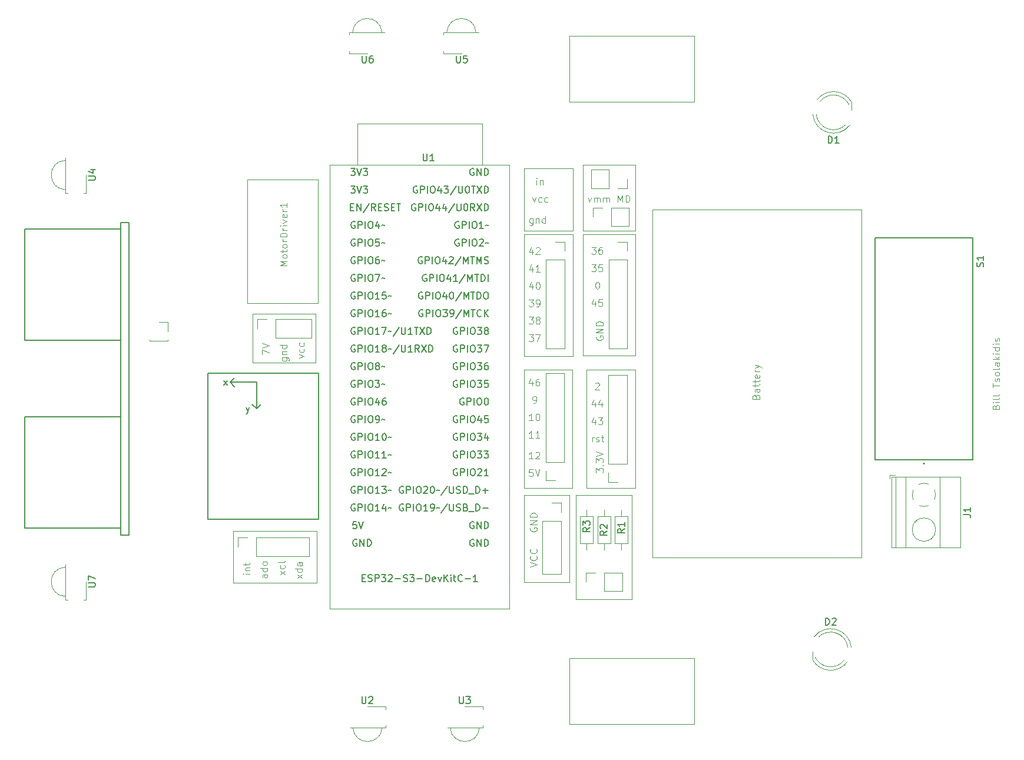
<source format=gbr>
%TF.GenerationSoftware,KiCad,Pcbnew,8.0.1*%
%TF.CreationDate,2024-08-22T17:50:51+03:00*%
%TF.ProjectId,Maze_kiCad,4d617a65-5f6b-4694-9361-642e6b696361,rev?*%
%TF.SameCoordinates,Original*%
%TF.FileFunction,Legend,Top*%
%TF.FilePolarity,Positive*%
%FSLAX46Y46*%
G04 Gerber Fmt 4.6, Leading zero omitted, Abs format (unit mm)*
G04 Created by KiCad (PCBNEW 8.0.1) date 2024-08-22 17:50:51*
%MOMM*%
%LPD*%
G01*
G04 APERTURE LIST*
%ADD10C,0.100000*%
%ADD11C,0.150000*%
%ADD12C,0.120000*%
%ADD13C,0.127000*%
%ADD14C,0.200000*%
%ADD15C,0.076200*%
G04 APERTURE END LIST*
D10*
X187500000Y-74000000D02*
X187500000Y-124000000D01*
X145500000Y-138500000D02*
X163500000Y-138500000D01*
X163500000Y-148000000D01*
X145500000Y-148000000D01*
X145500000Y-138500000D01*
X138975000Y-97030000D02*
X145975000Y-97030000D01*
X145975000Y-114030000D01*
X138975000Y-114030000D01*
X138975000Y-97030000D01*
X157500000Y-74000000D02*
X187500000Y-74000000D01*
X147500000Y-77500000D02*
X155000000Y-77500000D01*
X155000000Y-95000000D01*
X147500000Y-95000000D01*
X147500000Y-77500000D01*
X139000000Y-77540000D02*
X146000000Y-77540000D01*
X146000000Y-95040000D01*
X139000000Y-95040000D01*
X139000000Y-77540000D01*
X146500000Y-115040000D02*
X154500000Y-115040000D01*
X154500000Y-130040000D01*
X146500000Y-130040000D01*
X146500000Y-115040000D01*
X139025000Y-68025000D02*
X146025000Y-68025000D01*
X146025000Y-77025000D01*
X139025000Y-77025000D01*
X139025000Y-68025000D01*
X100000000Y-89000000D02*
X109000000Y-89000000D01*
X109000000Y-96000000D01*
X100000000Y-96000000D01*
X100000000Y-89000000D01*
X187500000Y-124000000D02*
X157500000Y-124000000D01*
X148000000Y-97000000D02*
X155000000Y-97000000D01*
X155000000Y-114000000D01*
X148000000Y-114000000D01*
X148000000Y-97000000D01*
X139000000Y-115040000D02*
X145500000Y-115040000D01*
X145500000Y-127540000D01*
X139000000Y-127540000D01*
X139000000Y-115040000D01*
X97225000Y-120175000D02*
X109225000Y-120175000D01*
X109225000Y-127675000D01*
X97225000Y-127675000D01*
X97225000Y-120175000D01*
X157500000Y-124000000D02*
X157500000Y-74000000D01*
X147500000Y-67540000D02*
X155000000Y-67540000D01*
X155000000Y-77040000D01*
X147500000Y-77040000D01*
X147500000Y-67540000D01*
X145500000Y-49000000D02*
X163500000Y-49000000D01*
X163500000Y-58500000D01*
X145500000Y-58500000D01*
X145500000Y-49000000D01*
X140302693Y-109822419D02*
X139731265Y-109822419D01*
X140016979Y-109822419D02*
X140016979Y-108822419D01*
X140016979Y-108822419D02*
X139921741Y-108965276D01*
X139921741Y-108965276D02*
X139826503Y-109060514D01*
X139826503Y-109060514D02*
X139731265Y-109108133D01*
X140683646Y-108917657D02*
X140731265Y-108870038D01*
X140731265Y-108870038D02*
X140826503Y-108822419D01*
X140826503Y-108822419D02*
X141064598Y-108822419D01*
X141064598Y-108822419D02*
X141159836Y-108870038D01*
X141159836Y-108870038D02*
X141207455Y-108917657D01*
X141207455Y-108917657D02*
X141255074Y-109012895D01*
X141255074Y-109012895D02*
X141255074Y-109108133D01*
X141255074Y-109108133D02*
X141207455Y-109250990D01*
X141207455Y-109250990D02*
X140636027Y-109822419D01*
X140636027Y-109822419D02*
X141255074Y-109822419D01*
X139708646Y-86912419D02*
X140327693Y-86912419D01*
X140327693Y-86912419D02*
X139994360Y-87293371D01*
X139994360Y-87293371D02*
X140137217Y-87293371D01*
X140137217Y-87293371D02*
X140232455Y-87340990D01*
X140232455Y-87340990D02*
X140280074Y-87388609D01*
X140280074Y-87388609D02*
X140327693Y-87483847D01*
X140327693Y-87483847D02*
X140327693Y-87721942D01*
X140327693Y-87721942D02*
X140280074Y-87817180D01*
X140280074Y-87817180D02*
X140232455Y-87864800D01*
X140232455Y-87864800D02*
X140137217Y-87912419D01*
X140137217Y-87912419D02*
X139851503Y-87912419D01*
X139851503Y-87912419D02*
X139756265Y-87864800D01*
X139756265Y-87864800D02*
X139708646Y-87817180D01*
X140803884Y-87912419D02*
X140994360Y-87912419D01*
X140994360Y-87912419D02*
X141089598Y-87864800D01*
X141089598Y-87864800D02*
X141137217Y-87817180D01*
X141137217Y-87817180D02*
X141232455Y-87674323D01*
X141232455Y-87674323D02*
X141280074Y-87483847D01*
X141280074Y-87483847D02*
X141280074Y-87102895D01*
X141280074Y-87102895D02*
X141232455Y-87007657D01*
X141232455Y-87007657D02*
X141184836Y-86960038D01*
X141184836Y-86960038D02*
X141089598Y-86912419D01*
X141089598Y-86912419D02*
X140899122Y-86912419D01*
X140899122Y-86912419D02*
X140803884Y-86960038D01*
X140803884Y-86960038D02*
X140756265Y-87007657D01*
X140756265Y-87007657D02*
X140708646Y-87102895D01*
X140708646Y-87102895D02*
X140708646Y-87340990D01*
X140708646Y-87340990D02*
X140756265Y-87436228D01*
X140756265Y-87436228D02*
X140803884Y-87483847D01*
X140803884Y-87483847D02*
X140899122Y-87531466D01*
X140899122Y-87531466D02*
X141089598Y-87531466D01*
X141089598Y-87531466D02*
X141184836Y-87483847D01*
X141184836Y-87483847D02*
X141232455Y-87436228D01*
X141232455Y-87436228D02*
X141280074Y-87340990D01*
X149232455Y-87205752D02*
X149232455Y-87872419D01*
X148994360Y-86824800D02*
X148756265Y-87539085D01*
X148756265Y-87539085D02*
X149375312Y-87539085D01*
X150232455Y-86872419D02*
X149756265Y-86872419D01*
X149756265Y-86872419D02*
X149708646Y-87348609D01*
X149708646Y-87348609D02*
X149756265Y-87300990D01*
X149756265Y-87300990D02*
X149851503Y-87253371D01*
X149851503Y-87253371D02*
X150089598Y-87253371D01*
X150089598Y-87253371D02*
X150184836Y-87300990D01*
X150184836Y-87300990D02*
X150232455Y-87348609D01*
X150232455Y-87348609D02*
X150280074Y-87443847D01*
X150280074Y-87443847D02*
X150280074Y-87681942D01*
X150280074Y-87681942D02*
X150232455Y-87777180D01*
X150232455Y-87777180D02*
X150184836Y-87824800D01*
X150184836Y-87824800D02*
X150089598Y-87872419D01*
X150089598Y-87872419D02*
X149851503Y-87872419D01*
X149851503Y-87872419D02*
X149756265Y-87824800D01*
X149756265Y-87824800D02*
X149708646Y-87777180D01*
X140828884Y-70397419D02*
X140828884Y-69730752D01*
X140828884Y-69397419D02*
X140781265Y-69445038D01*
X140781265Y-69445038D02*
X140828884Y-69492657D01*
X140828884Y-69492657D02*
X140876503Y-69445038D01*
X140876503Y-69445038D02*
X140828884Y-69397419D01*
X140828884Y-69397419D02*
X140828884Y-69492657D01*
X141305074Y-69730752D02*
X141305074Y-70397419D01*
X141305074Y-69825990D02*
X141352693Y-69778371D01*
X141352693Y-69778371D02*
X141447931Y-69730752D01*
X141447931Y-69730752D02*
X141590788Y-69730752D01*
X141590788Y-69730752D02*
X141686026Y-69778371D01*
X141686026Y-69778371D02*
X141733645Y-69873609D01*
X141733645Y-69873609D02*
X141733645Y-70397419D01*
X139708646Y-89412419D02*
X140327693Y-89412419D01*
X140327693Y-89412419D02*
X139994360Y-89793371D01*
X139994360Y-89793371D02*
X140137217Y-89793371D01*
X140137217Y-89793371D02*
X140232455Y-89840990D01*
X140232455Y-89840990D02*
X140280074Y-89888609D01*
X140280074Y-89888609D02*
X140327693Y-89983847D01*
X140327693Y-89983847D02*
X140327693Y-90221942D01*
X140327693Y-90221942D02*
X140280074Y-90317180D01*
X140280074Y-90317180D02*
X140232455Y-90364800D01*
X140232455Y-90364800D02*
X140137217Y-90412419D01*
X140137217Y-90412419D02*
X139851503Y-90412419D01*
X139851503Y-90412419D02*
X139756265Y-90364800D01*
X139756265Y-90364800D02*
X139708646Y-90317180D01*
X140899122Y-89840990D02*
X140803884Y-89793371D01*
X140803884Y-89793371D02*
X140756265Y-89745752D01*
X140756265Y-89745752D02*
X140708646Y-89650514D01*
X140708646Y-89650514D02*
X140708646Y-89602895D01*
X140708646Y-89602895D02*
X140756265Y-89507657D01*
X140756265Y-89507657D02*
X140803884Y-89460038D01*
X140803884Y-89460038D02*
X140899122Y-89412419D01*
X140899122Y-89412419D02*
X141089598Y-89412419D01*
X141089598Y-89412419D02*
X141184836Y-89460038D01*
X141184836Y-89460038D02*
X141232455Y-89507657D01*
X141232455Y-89507657D02*
X141280074Y-89602895D01*
X141280074Y-89602895D02*
X141280074Y-89650514D01*
X141280074Y-89650514D02*
X141232455Y-89745752D01*
X141232455Y-89745752D02*
X141184836Y-89793371D01*
X141184836Y-89793371D02*
X141089598Y-89840990D01*
X141089598Y-89840990D02*
X140899122Y-89840990D01*
X140899122Y-89840990D02*
X140803884Y-89888609D01*
X140803884Y-89888609D02*
X140756265Y-89936228D01*
X140756265Y-89936228D02*
X140708646Y-90031466D01*
X140708646Y-90031466D02*
X140708646Y-90221942D01*
X140708646Y-90221942D02*
X140756265Y-90317180D01*
X140756265Y-90317180D02*
X140803884Y-90364800D01*
X140803884Y-90364800D02*
X140899122Y-90412419D01*
X140899122Y-90412419D02*
X141089598Y-90412419D01*
X141089598Y-90412419D02*
X141184836Y-90364800D01*
X141184836Y-90364800D02*
X141232455Y-90317180D01*
X141232455Y-90317180D02*
X141280074Y-90221942D01*
X141280074Y-90221942D02*
X141280074Y-90031466D01*
X141280074Y-90031466D02*
X141232455Y-89936228D01*
X141232455Y-89936228D02*
X141184836Y-89888609D01*
X141184836Y-89888609D02*
X141089598Y-89840990D01*
X140233646Y-72230752D02*
X140471741Y-72897419D01*
X140471741Y-72897419D02*
X140709836Y-72230752D01*
X141519360Y-72849800D02*
X141424122Y-72897419D01*
X141424122Y-72897419D02*
X141233646Y-72897419D01*
X141233646Y-72897419D02*
X141138408Y-72849800D01*
X141138408Y-72849800D02*
X141090789Y-72802180D01*
X141090789Y-72802180D02*
X141043170Y-72706942D01*
X141043170Y-72706942D02*
X141043170Y-72421228D01*
X141043170Y-72421228D02*
X141090789Y-72325990D01*
X141090789Y-72325990D02*
X141138408Y-72278371D01*
X141138408Y-72278371D02*
X141233646Y-72230752D01*
X141233646Y-72230752D02*
X141424122Y-72230752D01*
X141424122Y-72230752D02*
X141519360Y-72278371D01*
X142376503Y-72849800D02*
X142281265Y-72897419D01*
X142281265Y-72897419D02*
X142090789Y-72897419D01*
X142090789Y-72897419D02*
X141995551Y-72849800D01*
X141995551Y-72849800D02*
X141947932Y-72802180D01*
X141947932Y-72802180D02*
X141900313Y-72706942D01*
X141900313Y-72706942D02*
X141900313Y-72421228D01*
X141900313Y-72421228D02*
X141947932Y-72325990D01*
X141947932Y-72325990D02*
X141995551Y-72278371D01*
X141995551Y-72278371D02*
X142090789Y-72230752D01*
X142090789Y-72230752D02*
X142281265Y-72230752D01*
X142281265Y-72230752D02*
X142376503Y-72278371D01*
X139920038Y-119712306D02*
X139872419Y-119807544D01*
X139872419Y-119807544D02*
X139872419Y-119950401D01*
X139872419Y-119950401D02*
X139920038Y-120093258D01*
X139920038Y-120093258D02*
X140015276Y-120188496D01*
X140015276Y-120188496D02*
X140110514Y-120236115D01*
X140110514Y-120236115D02*
X140300990Y-120283734D01*
X140300990Y-120283734D02*
X140443847Y-120283734D01*
X140443847Y-120283734D02*
X140634323Y-120236115D01*
X140634323Y-120236115D02*
X140729561Y-120188496D01*
X140729561Y-120188496D02*
X140824800Y-120093258D01*
X140824800Y-120093258D02*
X140872419Y-119950401D01*
X140872419Y-119950401D02*
X140872419Y-119855163D01*
X140872419Y-119855163D02*
X140824800Y-119712306D01*
X140824800Y-119712306D02*
X140777180Y-119664687D01*
X140777180Y-119664687D02*
X140443847Y-119664687D01*
X140443847Y-119664687D02*
X140443847Y-119855163D01*
X140872419Y-119236115D02*
X139872419Y-119236115D01*
X139872419Y-119236115D02*
X140872419Y-118664687D01*
X140872419Y-118664687D02*
X139872419Y-118664687D01*
X140872419Y-118188496D02*
X139872419Y-118188496D01*
X139872419Y-118188496D02*
X139872419Y-117950401D01*
X139872419Y-117950401D02*
X139920038Y-117807544D01*
X139920038Y-117807544D02*
X140015276Y-117712306D01*
X140015276Y-117712306D02*
X140110514Y-117664687D01*
X140110514Y-117664687D02*
X140300990Y-117617068D01*
X140300990Y-117617068D02*
X140443847Y-117617068D01*
X140443847Y-117617068D02*
X140634323Y-117664687D01*
X140634323Y-117664687D02*
X140729561Y-117712306D01*
X140729561Y-117712306D02*
X140824800Y-117807544D01*
X140824800Y-117807544D02*
X140872419Y-117950401D01*
X140872419Y-117950401D02*
X140872419Y-118188496D01*
X104205752Y-95267544D02*
X105015276Y-95267544D01*
X105015276Y-95267544D02*
X105110514Y-95315163D01*
X105110514Y-95315163D02*
X105158133Y-95362782D01*
X105158133Y-95362782D02*
X105205752Y-95458020D01*
X105205752Y-95458020D02*
X105205752Y-95600877D01*
X105205752Y-95600877D02*
X105158133Y-95696115D01*
X104824800Y-95267544D02*
X104872419Y-95362782D01*
X104872419Y-95362782D02*
X104872419Y-95553258D01*
X104872419Y-95553258D02*
X104824800Y-95648496D01*
X104824800Y-95648496D02*
X104777180Y-95696115D01*
X104777180Y-95696115D02*
X104681942Y-95743734D01*
X104681942Y-95743734D02*
X104396228Y-95743734D01*
X104396228Y-95743734D02*
X104300990Y-95696115D01*
X104300990Y-95696115D02*
X104253371Y-95648496D01*
X104253371Y-95648496D02*
X104205752Y-95553258D01*
X104205752Y-95553258D02*
X104205752Y-95362782D01*
X104205752Y-95362782D02*
X104253371Y-95267544D01*
X104205752Y-94791353D02*
X104872419Y-94791353D01*
X104300990Y-94791353D02*
X104253371Y-94743734D01*
X104253371Y-94743734D02*
X104205752Y-94648496D01*
X104205752Y-94648496D02*
X104205752Y-94505639D01*
X104205752Y-94505639D02*
X104253371Y-94410401D01*
X104253371Y-94410401D02*
X104348609Y-94362782D01*
X104348609Y-94362782D02*
X104872419Y-94362782D01*
X104872419Y-93458020D02*
X103872419Y-93458020D01*
X104824800Y-93458020D02*
X104872419Y-93553258D01*
X104872419Y-93553258D02*
X104872419Y-93743734D01*
X104872419Y-93743734D02*
X104824800Y-93838972D01*
X104824800Y-93838972D02*
X104777180Y-93886591D01*
X104777180Y-93886591D02*
X104681942Y-93934210D01*
X104681942Y-93934210D02*
X104396228Y-93934210D01*
X104396228Y-93934210D02*
X104300990Y-93886591D01*
X104300990Y-93886591D02*
X104253371Y-93838972D01*
X104253371Y-93838972D02*
X104205752Y-93743734D01*
X104205752Y-93743734D02*
X104205752Y-93553258D01*
X104205752Y-93553258D02*
X104253371Y-93458020D01*
X206848609Y-102362782D02*
X206896228Y-102219925D01*
X206896228Y-102219925D02*
X206943847Y-102172306D01*
X206943847Y-102172306D02*
X207039085Y-102124687D01*
X207039085Y-102124687D02*
X207181942Y-102124687D01*
X207181942Y-102124687D02*
X207277180Y-102172306D01*
X207277180Y-102172306D02*
X207324800Y-102219925D01*
X207324800Y-102219925D02*
X207372419Y-102315163D01*
X207372419Y-102315163D02*
X207372419Y-102696115D01*
X207372419Y-102696115D02*
X206372419Y-102696115D01*
X206372419Y-102696115D02*
X206372419Y-102362782D01*
X206372419Y-102362782D02*
X206420038Y-102267544D01*
X206420038Y-102267544D02*
X206467657Y-102219925D01*
X206467657Y-102219925D02*
X206562895Y-102172306D01*
X206562895Y-102172306D02*
X206658133Y-102172306D01*
X206658133Y-102172306D02*
X206753371Y-102219925D01*
X206753371Y-102219925D02*
X206800990Y-102267544D01*
X206800990Y-102267544D02*
X206848609Y-102362782D01*
X206848609Y-102362782D02*
X206848609Y-102696115D01*
X207372419Y-101696115D02*
X206705752Y-101696115D01*
X206372419Y-101696115D02*
X206420038Y-101743734D01*
X206420038Y-101743734D02*
X206467657Y-101696115D01*
X206467657Y-101696115D02*
X206420038Y-101648496D01*
X206420038Y-101648496D02*
X206372419Y-101696115D01*
X206372419Y-101696115D02*
X206467657Y-101696115D01*
X207372419Y-101077068D02*
X207324800Y-101172306D01*
X207324800Y-101172306D02*
X207229561Y-101219925D01*
X207229561Y-101219925D02*
X206372419Y-101219925D01*
X207372419Y-100553258D02*
X207324800Y-100648496D01*
X207324800Y-100648496D02*
X207229561Y-100696115D01*
X207229561Y-100696115D02*
X206372419Y-100696115D01*
X206372419Y-99553257D02*
X206372419Y-98981829D01*
X207372419Y-99267543D02*
X206372419Y-99267543D01*
X207324800Y-98696114D02*
X207372419Y-98600876D01*
X207372419Y-98600876D02*
X207372419Y-98410400D01*
X207372419Y-98410400D02*
X207324800Y-98315162D01*
X207324800Y-98315162D02*
X207229561Y-98267543D01*
X207229561Y-98267543D02*
X207181942Y-98267543D01*
X207181942Y-98267543D02*
X207086704Y-98315162D01*
X207086704Y-98315162D02*
X207039085Y-98410400D01*
X207039085Y-98410400D02*
X207039085Y-98553257D01*
X207039085Y-98553257D02*
X206991466Y-98648495D01*
X206991466Y-98648495D02*
X206896228Y-98696114D01*
X206896228Y-98696114D02*
X206848609Y-98696114D01*
X206848609Y-98696114D02*
X206753371Y-98648495D01*
X206753371Y-98648495D02*
X206705752Y-98553257D01*
X206705752Y-98553257D02*
X206705752Y-98410400D01*
X206705752Y-98410400D02*
X206753371Y-98315162D01*
X207372419Y-97696114D02*
X207324800Y-97791352D01*
X207324800Y-97791352D02*
X207277180Y-97838971D01*
X207277180Y-97838971D02*
X207181942Y-97886590D01*
X207181942Y-97886590D02*
X206896228Y-97886590D01*
X206896228Y-97886590D02*
X206800990Y-97838971D01*
X206800990Y-97838971D02*
X206753371Y-97791352D01*
X206753371Y-97791352D02*
X206705752Y-97696114D01*
X206705752Y-97696114D02*
X206705752Y-97553257D01*
X206705752Y-97553257D02*
X206753371Y-97458019D01*
X206753371Y-97458019D02*
X206800990Y-97410400D01*
X206800990Y-97410400D02*
X206896228Y-97362781D01*
X206896228Y-97362781D02*
X207181942Y-97362781D01*
X207181942Y-97362781D02*
X207277180Y-97410400D01*
X207277180Y-97410400D02*
X207324800Y-97458019D01*
X207324800Y-97458019D02*
X207372419Y-97553257D01*
X207372419Y-97553257D02*
X207372419Y-97696114D01*
X207372419Y-96791352D02*
X207324800Y-96886590D01*
X207324800Y-96886590D02*
X207229561Y-96934209D01*
X207229561Y-96934209D02*
X206372419Y-96934209D01*
X207372419Y-95981828D02*
X206848609Y-95981828D01*
X206848609Y-95981828D02*
X206753371Y-96029447D01*
X206753371Y-96029447D02*
X206705752Y-96124685D01*
X206705752Y-96124685D02*
X206705752Y-96315161D01*
X206705752Y-96315161D02*
X206753371Y-96410399D01*
X207324800Y-95981828D02*
X207372419Y-96077066D01*
X207372419Y-96077066D02*
X207372419Y-96315161D01*
X207372419Y-96315161D02*
X207324800Y-96410399D01*
X207324800Y-96410399D02*
X207229561Y-96458018D01*
X207229561Y-96458018D02*
X207134323Y-96458018D01*
X207134323Y-96458018D02*
X207039085Y-96410399D01*
X207039085Y-96410399D02*
X206991466Y-96315161D01*
X206991466Y-96315161D02*
X206991466Y-96077066D01*
X206991466Y-96077066D02*
X206943847Y-95981828D01*
X207372419Y-95505637D02*
X206372419Y-95505637D01*
X206991466Y-95410399D02*
X207372419Y-95124685D01*
X206705752Y-95124685D02*
X207086704Y-95505637D01*
X207372419Y-94696113D02*
X206705752Y-94696113D01*
X206372419Y-94696113D02*
X206420038Y-94743732D01*
X206420038Y-94743732D02*
X206467657Y-94696113D01*
X206467657Y-94696113D02*
X206420038Y-94648494D01*
X206420038Y-94648494D02*
X206372419Y-94696113D01*
X206372419Y-94696113D02*
X206467657Y-94696113D01*
X207372419Y-93791352D02*
X206372419Y-93791352D01*
X207324800Y-93791352D02*
X207372419Y-93886590D01*
X207372419Y-93886590D02*
X207372419Y-94077066D01*
X207372419Y-94077066D02*
X207324800Y-94172304D01*
X207324800Y-94172304D02*
X207277180Y-94219923D01*
X207277180Y-94219923D02*
X207181942Y-94267542D01*
X207181942Y-94267542D02*
X206896228Y-94267542D01*
X206896228Y-94267542D02*
X206800990Y-94219923D01*
X206800990Y-94219923D02*
X206753371Y-94172304D01*
X206753371Y-94172304D02*
X206705752Y-94077066D01*
X206705752Y-94077066D02*
X206705752Y-93886590D01*
X206705752Y-93886590D02*
X206753371Y-93791352D01*
X207372419Y-93315161D02*
X206705752Y-93315161D01*
X206372419Y-93315161D02*
X206420038Y-93362780D01*
X206420038Y-93362780D02*
X206467657Y-93315161D01*
X206467657Y-93315161D02*
X206420038Y-93267542D01*
X206420038Y-93267542D02*
X206372419Y-93315161D01*
X206372419Y-93315161D02*
X206467657Y-93315161D01*
X207324800Y-92886590D02*
X207372419Y-92791352D01*
X207372419Y-92791352D02*
X207372419Y-92600876D01*
X207372419Y-92600876D02*
X207324800Y-92505638D01*
X207324800Y-92505638D02*
X207229561Y-92458019D01*
X207229561Y-92458019D02*
X207181942Y-92458019D01*
X207181942Y-92458019D02*
X207086704Y-92505638D01*
X207086704Y-92505638D02*
X207039085Y-92600876D01*
X207039085Y-92600876D02*
X207039085Y-92743733D01*
X207039085Y-92743733D02*
X206991466Y-92838971D01*
X206991466Y-92838971D02*
X206896228Y-92886590D01*
X206896228Y-92886590D02*
X206848609Y-92886590D01*
X206848609Y-92886590D02*
X206753371Y-92838971D01*
X206753371Y-92838971D02*
X206705752Y-92743733D01*
X206705752Y-92743733D02*
X206705752Y-92600876D01*
X206705752Y-92600876D02*
X206753371Y-92505638D01*
X140232455Y-84745752D02*
X140232455Y-85412419D01*
X139994360Y-84364800D02*
X139756265Y-85079085D01*
X139756265Y-85079085D02*
X140375312Y-85079085D01*
X140946741Y-84412419D02*
X141041979Y-84412419D01*
X141041979Y-84412419D02*
X141137217Y-84460038D01*
X141137217Y-84460038D02*
X141184836Y-84507657D01*
X141184836Y-84507657D02*
X141232455Y-84602895D01*
X141232455Y-84602895D02*
X141280074Y-84793371D01*
X141280074Y-84793371D02*
X141280074Y-85031466D01*
X141280074Y-85031466D02*
X141232455Y-85221942D01*
X141232455Y-85221942D02*
X141184836Y-85317180D01*
X141184836Y-85317180D02*
X141137217Y-85364800D01*
X141137217Y-85364800D02*
X141041979Y-85412419D01*
X141041979Y-85412419D02*
X140946741Y-85412419D01*
X140946741Y-85412419D02*
X140851503Y-85364800D01*
X140851503Y-85364800D02*
X140803884Y-85317180D01*
X140803884Y-85317180D02*
X140756265Y-85221942D01*
X140756265Y-85221942D02*
X140708646Y-85031466D01*
X140708646Y-85031466D02*
X140708646Y-84793371D01*
X140708646Y-84793371D02*
X140756265Y-84602895D01*
X140756265Y-84602895D02*
X140803884Y-84507657D01*
X140803884Y-84507657D02*
X140851503Y-84460038D01*
X140851503Y-84460038D02*
X140946741Y-84412419D01*
X140326503Y-101822419D02*
X140516979Y-101822419D01*
X140516979Y-101822419D02*
X140612217Y-101774800D01*
X140612217Y-101774800D02*
X140659836Y-101727180D01*
X140659836Y-101727180D02*
X140755074Y-101584323D01*
X140755074Y-101584323D02*
X140802693Y-101393847D01*
X140802693Y-101393847D02*
X140802693Y-101012895D01*
X140802693Y-101012895D02*
X140755074Y-100917657D01*
X140755074Y-100917657D02*
X140707455Y-100870038D01*
X140707455Y-100870038D02*
X140612217Y-100822419D01*
X140612217Y-100822419D02*
X140421741Y-100822419D01*
X140421741Y-100822419D02*
X140326503Y-100870038D01*
X140326503Y-100870038D02*
X140278884Y-100917657D01*
X140278884Y-100917657D02*
X140231265Y-101012895D01*
X140231265Y-101012895D02*
X140231265Y-101250990D01*
X140231265Y-101250990D02*
X140278884Y-101346228D01*
X140278884Y-101346228D02*
X140326503Y-101393847D01*
X140326503Y-101393847D02*
X140421741Y-101441466D01*
X140421741Y-101441466D02*
X140612217Y-101441466D01*
X140612217Y-101441466D02*
X140707455Y-101393847D01*
X140707455Y-101393847D02*
X140755074Y-101346228D01*
X140755074Y-101346228D02*
X140802693Y-101250990D01*
X106705752Y-95291353D02*
X107372419Y-95053258D01*
X107372419Y-95053258D02*
X106705752Y-94815163D01*
X107324800Y-94005639D02*
X107372419Y-94100877D01*
X107372419Y-94100877D02*
X107372419Y-94291353D01*
X107372419Y-94291353D02*
X107324800Y-94386591D01*
X107324800Y-94386591D02*
X107277180Y-94434210D01*
X107277180Y-94434210D02*
X107181942Y-94481829D01*
X107181942Y-94481829D02*
X106896228Y-94481829D01*
X106896228Y-94481829D02*
X106800990Y-94434210D01*
X106800990Y-94434210D02*
X106753371Y-94386591D01*
X106753371Y-94386591D02*
X106705752Y-94291353D01*
X106705752Y-94291353D02*
X106705752Y-94100877D01*
X106705752Y-94100877D02*
X106753371Y-94005639D01*
X107324800Y-93148496D02*
X107372419Y-93243734D01*
X107372419Y-93243734D02*
X107372419Y-93434210D01*
X107372419Y-93434210D02*
X107324800Y-93529448D01*
X107324800Y-93529448D02*
X107277180Y-93577067D01*
X107277180Y-93577067D02*
X107181942Y-93624686D01*
X107181942Y-93624686D02*
X106896228Y-93624686D01*
X106896228Y-93624686D02*
X106800990Y-93577067D01*
X106800990Y-93577067D02*
X106753371Y-93529448D01*
X106753371Y-93529448D02*
X106705752Y-93434210D01*
X106705752Y-93434210D02*
X106705752Y-93243734D01*
X106705752Y-93243734D02*
X106753371Y-93148496D01*
X139872419Y-125378972D02*
X140872419Y-125045639D01*
X140872419Y-125045639D02*
X139872419Y-124712306D01*
X140777180Y-123807544D02*
X140824800Y-123855163D01*
X140824800Y-123855163D02*
X140872419Y-123998020D01*
X140872419Y-123998020D02*
X140872419Y-124093258D01*
X140872419Y-124093258D02*
X140824800Y-124236115D01*
X140824800Y-124236115D02*
X140729561Y-124331353D01*
X140729561Y-124331353D02*
X140634323Y-124378972D01*
X140634323Y-124378972D02*
X140443847Y-124426591D01*
X140443847Y-124426591D02*
X140300990Y-124426591D01*
X140300990Y-124426591D02*
X140110514Y-124378972D01*
X140110514Y-124378972D02*
X140015276Y-124331353D01*
X140015276Y-124331353D02*
X139920038Y-124236115D01*
X139920038Y-124236115D02*
X139872419Y-124093258D01*
X139872419Y-124093258D02*
X139872419Y-123998020D01*
X139872419Y-123998020D02*
X139920038Y-123855163D01*
X139920038Y-123855163D02*
X139967657Y-123807544D01*
X140777180Y-122807544D02*
X140824800Y-122855163D01*
X140824800Y-122855163D02*
X140872419Y-122998020D01*
X140872419Y-122998020D02*
X140872419Y-123093258D01*
X140872419Y-123093258D02*
X140824800Y-123236115D01*
X140824800Y-123236115D02*
X140729561Y-123331353D01*
X140729561Y-123331353D02*
X140634323Y-123378972D01*
X140634323Y-123378972D02*
X140443847Y-123426591D01*
X140443847Y-123426591D02*
X140300990Y-123426591D01*
X140300990Y-123426591D02*
X140110514Y-123378972D01*
X140110514Y-123378972D02*
X140015276Y-123331353D01*
X140015276Y-123331353D02*
X139920038Y-123236115D01*
X139920038Y-123236115D02*
X139872419Y-123093258D01*
X139872419Y-123093258D02*
X139872419Y-122998020D01*
X139872419Y-122998020D02*
X139920038Y-122855163D01*
X139920038Y-122855163D02*
X139967657Y-122807544D01*
X172348609Y-100862782D02*
X172396228Y-100719925D01*
X172396228Y-100719925D02*
X172443847Y-100672306D01*
X172443847Y-100672306D02*
X172539085Y-100624687D01*
X172539085Y-100624687D02*
X172681942Y-100624687D01*
X172681942Y-100624687D02*
X172777180Y-100672306D01*
X172777180Y-100672306D02*
X172824800Y-100719925D01*
X172824800Y-100719925D02*
X172872419Y-100815163D01*
X172872419Y-100815163D02*
X172872419Y-101196115D01*
X172872419Y-101196115D02*
X171872419Y-101196115D01*
X171872419Y-101196115D02*
X171872419Y-100862782D01*
X171872419Y-100862782D02*
X171920038Y-100767544D01*
X171920038Y-100767544D02*
X171967657Y-100719925D01*
X171967657Y-100719925D02*
X172062895Y-100672306D01*
X172062895Y-100672306D02*
X172158133Y-100672306D01*
X172158133Y-100672306D02*
X172253371Y-100719925D01*
X172253371Y-100719925D02*
X172300990Y-100767544D01*
X172300990Y-100767544D02*
X172348609Y-100862782D01*
X172348609Y-100862782D02*
X172348609Y-101196115D01*
X172872419Y-99767544D02*
X172348609Y-99767544D01*
X172348609Y-99767544D02*
X172253371Y-99815163D01*
X172253371Y-99815163D02*
X172205752Y-99910401D01*
X172205752Y-99910401D02*
X172205752Y-100100877D01*
X172205752Y-100100877D02*
X172253371Y-100196115D01*
X172824800Y-99767544D02*
X172872419Y-99862782D01*
X172872419Y-99862782D02*
X172872419Y-100100877D01*
X172872419Y-100100877D02*
X172824800Y-100196115D01*
X172824800Y-100196115D02*
X172729561Y-100243734D01*
X172729561Y-100243734D02*
X172634323Y-100243734D01*
X172634323Y-100243734D02*
X172539085Y-100196115D01*
X172539085Y-100196115D02*
X172491466Y-100100877D01*
X172491466Y-100100877D02*
X172491466Y-99862782D01*
X172491466Y-99862782D02*
X172443847Y-99767544D01*
X172205752Y-99434210D02*
X172205752Y-99053258D01*
X171872419Y-99291353D02*
X172729561Y-99291353D01*
X172729561Y-99291353D02*
X172824800Y-99243734D01*
X172824800Y-99243734D02*
X172872419Y-99148496D01*
X172872419Y-99148496D02*
X172872419Y-99053258D01*
X172205752Y-98862781D02*
X172205752Y-98481829D01*
X171872419Y-98719924D02*
X172729561Y-98719924D01*
X172729561Y-98719924D02*
X172824800Y-98672305D01*
X172824800Y-98672305D02*
X172872419Y-98577067D01*
X172872419Y-98577067D02*
X172872419Y-98481829D01*
X172824800Y-97767543D02*
X172872419Y-97862781D01*
X172872419Y-97862781D02*
X172872419Y-98053257D01*
X172872419Y-98053257D02*
X172824800Y-98148495D01*
X172824800Y-98148495D02*
X172729561Y-98196114D01*
X172729561Y-98196114D02*
X172348609Y-98196114D01*
X172348609Y-98196114D02*
X172253371Y-98148495D01*
X172253371Y-98148495D02*
X172205752Y-98053257D01*
X172205752Y-98053257D02*
X172205752Y-97862781D01*
X172205752Y-97862781D02*
X172253371Y-97767543D01*
X172253371Y-97767543D02*
X172348609Y-97719924D01*
X172348609Y-97719924D02*
X172443847Y-97719924D01*
X172443847Y-97719924D02*
X172539085Y-98196114D01*
X172872419Y-97291352D02*
X172205752Y-97291352D01*
X172396228Y-97291352D02*
X172300990Y-97243733D01*
X172300990Y-97243733D02*
X172253371Y-97196114D01*
X172253371Y-97196114D02*
X172205752Y-97100876D01*
X172205752Y-97100876D02*
X172205752Y-97005638D01*
X172205752Y-96767542D02*
X172872419Y-96529447D01*
X172205752Y-96291352D02*
X172872419Y-96529447D01*
X172872419Y-96529447D02*
X173110514Y-96624685D01*
X173110514Y-96624685D02*
X173158133Y-96672304D01*
X173158133Y-96672304D02*
X173205752Y-96767542D01*
X139708646Y-91912419D02*
X140327693Y-91912419D01*
X140327693Y-91912419D02*
X139994360Y-92293371D01*
X139994360Y-92293371D02*
X140137217Y-92293371D01*
X140137217Y-92293371D02*
X140232455Y-92340990D01*
X140232455Y-92340990D02*
X140280074Y-92388609D01*
X140280074Y-92388609D02*
X140327693Y-92483847D01*
X140327693Y-92483847D02*
X140327693Y-92721942D01*
X140327693Y-92721942D02*
X140280074Y-92817180D01*
X140280074Y-92817180D02*
X140232455Y-92864800D01*
X140232455Y-92864800D02*
X140137217Y-92912419D01*
X140137217Y-92912419D02*
X139851503Y-92912419D01*
X139851503Y-92912419D02*
X139756265Y-92864800D01*
X139756265Y-92864800D02*
X139708646Y-92817180D01*
X140661027Y-91912419D02*
X141327693Y-91912419D01*
X141327693Y-91912419D02*
X140899122Y-92912419D01*
X99597419Y-126371115D02*
X98930752Y-126371115D01*
X98597419Y-126371115D02*
X98645038Y-126418734D01*
X98645038Y-126418734D02*
X98692657Y-126371115D01*
X98692657Y-126371115D02*
X98645038Y-126323496D01*
X98645038Y-126323496D02*
X98597419Y-126371115D01*
X98597419Y-126371115D02*
X98692657Y-126371115D01*
X98930752Y-125894925D02*
X99597419Y-125894925D01*
X99025990Y-125894925D02*
X98978371Y-125847306D01*
X98978371Y-125847306D02*
X98930752Y-125752068D01*
X98930752Y-125752068D02*
X98930752Y-125609211D01*
X98930752Y-125609211D02*
X98978371Y-125513973D01*
X98978371Y-125513973D02*
X99073609Y-125466354D01*
X99073609Y-125466354D02*
X99597419Y-125466354D01*
X98930752Y-125133020D02*
X98930752Y-124752068D01*
X98597419Y-124990163D02*
X99454561Y-124990163D01*
X99454561Y-124990163D02*
X99549800Y-124942544D01*
X99549800Y-124942544D02*
X99597419Y-124847306D01*
X99597419Y-124847306D02*
X99597419Y-124752068D01*
X149232455Y-101705752D02*
X149232455Y-102372419D01*
X148994360Y-101324800D02*
X148756265Y-102039085D01*
X148756265Y-102039085D02*
X149375312Y-102039085D01*
X150184836Y-101705752D02*
X150184836Y-102372419D01*
X149946741Y-101324800D02*
X149708646Y-102039085D01*
X149708646Y-102039085D02*
X150327693Y-102039085D01*
X140232455Y-79745752D02*
X140232455Y-80412419D01*
X139994360Y-79364800D02*
X139756265Y-80079085D01*
X139756265Y-80079085D02*
X140375312Y-80079085D01*
X140708646Y-79507657D02*
X140756265Y-79460038D01*
X140756265Y-79460038D02*
X140851503Y-79412419D01*
X140851503Y-79412419D02*
X141089598Y-79412419D01*
X141089598Y-79412419D02*
X141184836Y-79460038D01*
X141184836Y-79460038D02*
X141232455Y-79507657D01*
X141232455Y-79507657D02*
X141280074Y-79602895D01*
X141280074Y-79602895D02*
X141280074Y-79698133D01*
X141280074Y-79698133D02*
X141232455Y-79840990D01*
X141232455Y-79840990D02*
X140661027Y-80412419D01*
X140661027Y-80412419D02*
X141280074Y-80412419D01*
X148708646Y-79372419D02*
X149327693Y-79372419D01*
X149327693Y-79372419D02*
X148994360Y-79753371D01*
X148994360Y-79753371D02*
X149137217Y-79753371D01*
X149137217Y-79753371D02*
X149232455Y-79800990D01*
X149232455Y-79800990D02*
X149280074Y-79848609D01*
X149280074Y-79848609D02*
X149327693Y-79943847D01*
X149327693Y-79943847D02*
X149327693Y-80181942D01*
X149327693Y-80181942D02*
X149280074Y-80277180D01*
X149280074Y-80277180D02*
X149232455Y-80324800D01*
X149232455Y-80324800D02*
X149137217Y-80372419D01*
X149137217Y-80372419D02*
X148851503Y-80372419D01*
X148851503Y-80372419D02*
X148756265Y-80324800D01*
X148756265Y-80324800D02*
X148708646Y-80277180D01*
X150184836Y-79372419D02*
X149994360Y-79372419D01*
X149994360Y-79372419D02*
X149899122Y-79420038D01*
X149899122Y-79420038D02*
X149851503Y-79467657D01*
X149851503Y-79467657D02*
X149756265Y-79610514D01*
X149756265Y-79610514D02*
X149708646Y-79800990D01*
X149708646Y-79800990D02*
X149708646Y-80181942D01*
X149708646Y-80181942D02*
X149756265Y-80277180D01*
X149756265Y-80277180D02*
X149803884Y-80324800D01*
X149803884Y-80324800D02*
X149899122Y-80372419D01*
X149899122Y-80372419D02*
X150089598Y-80372419D01*
X150089598Y-80372419D02*
X150184836Y-80324800D01*
X150184836Y-80324800D02*
X150232455Y-80277180D01*
X150232455Y-80277180D02*
X150280074Y-80181942D01*
X150280074Y-80181942D02*
X150280074Y-79943847D01*
X150280074Y-79943847D02*
X150232455Y-79848609D01*
X150232455Y-79848609D02*
X150184836Y-79800990D01*
X150184836Y-79800990D02*
X150089598Y-79753371D01*
X150089598Y-79753371D02*
X149899122Y-79753371D01*
X149899122Y-79753371D02*
X149803884Y-79800990D01*
X149803884Y-79800990D02*
X149756265Y-79848609D01*
X149756265Y-79848609D02*
X149708646Y-79943847D01*
X104597419Y-126466353D02*
X103930752Y-125942544D01*
X103930752Y-126466353D02*
X104597419Y-125942544D01*
X104549800Y-125133020D02*
X104597419Y-125228258D01*
X104597419Y-125228258D02*
X104597419Y-125418734D01*
X104597419Y-125418734D02*
X104549800Y-125513972D01*
X104549800Y-125513972D02*
X104502180Y-125561591D01*
X104502180Y-125561591D02*
X104406942Y-125609210D01*
X104406942Y-125609210D02*
X104121228Y-125609210D01*
X104121228Y-125609210D02*
X104025990Y-125561591D01*
X104025990Y-125561591D02*
X103978371Y-125513972D01*
X103978371Y-125513972D02*
X103930752Y-125418734D01*
X103930752Y-125418734D02*
X103930752Y-125228258D01*
X103930752Y-125228258D02*
X103978371Y-125133020D01*
X104597419Y-124561591D02*
X104549800Y-124656829D01*
X104549800Y-124656829D02*
X104454561Y-124704448D01*
X104454561Y-124704448D02*
X103597419Y-124704448D01*
X148803884Y-107372419D02*
X148803884Y-106705752D01*
X148803884Y-106896228D02*
X148851503Y-106800990D01*
X148851503Y-106800990D02*
X148899122Y-106753371D01*
X148899122Y-106753371D02*
X148994360Y-106705752D01*
X148994360Y-106705752D02*
X149089598Y-106705752D01*
X149375313Y-107324800D02*
X149470551Y-107372419D01*
X149470551Y-107372419D02*
X149661027Y-107372419D01*
X149661027Y-107372419D02*
X149756265Y-107324800D01*
X149756265Y-107324800D02*
X149803884Y-107229561D01*
X149803884Y-107229561D02*
X149803884Y-107181942D01*
X149803884Y-107181942D02*
X149756265Y-107086704D01*
X149756265Y-107086704D02*
X149661027Y-107039085D01*
X149661027Y-107039085D02*
X149518170Y-107039085D01*
X149518170Y-107039085D02*
X149422932Y-106991466D01*
X149422932Y-106991466D02*
X149375313Y-106896228D01*
X149375313Y-106896228D02*
X149375313Y-106848609D01*
X149375313Y-106848609D02*
X149422932Y-106753371D01*
X149422932Y-106753371D02*
X149518170Y-106705752D01*
X149518170Y-106705752D02*
X149661027Y-106705752D01*
X149661027Y-106705752D02*
X149756265Y-106753371D01*
X150089599Y-106705752D02*
X150470551Y-106705752D01*
X150232456Y-106372419D02*
X150232456Y-107229561D01*
X150232456Y-107229561D02*
X150280075Y-107324800D01*
X150280075Y-107324800D02*
X150375313Y-107372419D01*
X150375313Y-107372419D02*
X150470551Y-107372419D01*
X149256265Y-98967657D02*
X149303884Y-98920038D01*
X149303884Y-98920038D02*
X149399122Y-98872419D01*
X149399122Y-98872419D02*
X149637217Y-98872419D01*
X149637217Y-98872419D02*
X149732455Y-98920038D01*
X149732455Y-98920038D02*
X149780074Y-98967657D01*
X149780074Y-98967657D02*
X149827693Y-99062895D01*
X149827693Y-99062895D02*
X149827693Y-99158133D01*
X149827693Y-99158133D02*
X149780074Y-99300990D01*
X149780074Y-99300990D02*
X149208646Y-99872419D01*
X149208646Y-99872419D02*
X149827693Y-99872419D01*
X148708646Y-81872419D02*
X149327693Y-81872419D01*
X149327693Y-81872419D02*
X148994360Y-82253371D01*
X148994360Y-82253371D02*
X149137217Y-82253371D01*
X149137217Y-82253371D02*
X149232455Y-82300990D01*
X149232455Y-82300990D02*
X149280074Y-82348609D01*
X149280074Y-82348609D02*
X149327693Y-82443847D01*
X149327693Y-82443847D02*
X149327693Y-82681942D01*
X149327693Y-82681942D02*
X149280074Y-82777180D01*
X149280074Y-82777180D02*
X149232455Y-82824800D01*
X149232455Y-82824800D02*
X149137217Y-82872419D01*
X149137217Y-82872419D02*
X148851503Y-82872419D01*
X148851503Y-82872419D02*
X148756265Y-82824800D01*
X148756265Y-82824800D02*
X148708646Y-82777180D01*
X150232455Y-81872419D02*
X149756265Y-81872419D01*
X149756265Y-81872419D02*
X149708646Y-82348609D01*
X149708646Y-82348609D02*
X149756265Y-82300990D01*
X149756265Y-82300990D02*
X149851503Y-82253371D01*
X149851503Y-82253371D02*
X150089598Y-82253371D01*
X150089598Y-82253371D02*
X150184836Y-82300990D01*
X150184836Y-82300990D02*
X150232455Y-82348609D01*
X150232455Y-82348609D02*
X150280074Y-82443847D01*
X150280074Y-82443847D02*
X150280074Y-82681942D01*
X150280074Y-82681942D02*
X150232455Y-82777180D01*
X150232455Y-82777180D02*
X150184836Y-82824800D01*
X150184836Y-82824800D02*
X150089598Y-82872419D01*
X150089598Y-82872419D02*
X149851503Y-82872419D01*
X149851503Y-82872419D02*
X149756265Y-82824800D01*
X149756265Y-82824800D02*
X149708646Y-82777180D01*
X102097419Y-126442544D02*
X101573609Y-126442544D01*
X101573609Y-126442544D02*
X101478371Y-126490163D01*
X101478371Y-126490163D02*
X101430752Y-126585401D01*
X101430752Y-126585401D02*
X101430752Y-126775877D01*
X101430752Y-126775877D02*
X101478371Y-126871115D01*
X102049800Y-126442544D02*
X102097419Y-126537782D01*
X102097419Y-126537782D02*
X102097419Y-126775877D01*
X102097419Y-126775877D02*
X102049800Y-126871115D01*
X102049800Y-126871115D02*
X101954561Y-126918734D01*
X101954561Y-126918734D02*
X101859323Y-126918734D01*
X101859323Y-126918734D02*
X101764085Y-126871115D01*
X101764085Y-126871115D02*
X101716466Y-126775877D01*
X101716466Y-126775877D02*
X101716466Y-126537782D01*
X101716466Y-126537782D02*
X101668847Y-126442544D01*
X102097419Y-125537782D02*
X101097419Y-125537782D01*
X102049800Y-125537782D02*
X102097419Y-125633020D01*
X102097419Y-125633020D02*
X102097419Y-125823496D01*
X102097419Y-125823496D02*
X102049800Y-125918734D01*
X102049800Y-125918734D02*
X102002180Y-125966353D01*
X102002180Y-125966353D02*
X101906942Y-126013972D01*
X101906942Y-126013972D02*
X101621228Y-126013972D01*
X101621228Y-126013972D02*
X101525990Y-125966353D01*
X101525990Y-125966353D02*
X101478371Y-125918734D01*
X101478371Y-125918734D02*
X101430752Y-125823496D01*
X101430752Y-125823496D02*
X101430752Y-125633020D01*
X101430752Y-125633020D02*
X101478371Y-125537782D01*
X102097419Y-124918734D02*
X102049800Y-125013972D01*
X102049800Y-125013972D02*
X102002180Y-125061591D01*
X102002180Y-125061591D02*
X101906942Y-125109210D01*
X101906942Y-125109210D02*
X101621228Y-125109210D01*
X101621228Y-125109210D02*
X101525990Y-125061591D01*
X101525990Y-125061591D02*
X101478371Y-125013972D01*
X101478371Y-125013972D02*
X101430752Y-124918734D01*
X101430752Y-124918734D02*
X101430752Y-124775877D01*
X101430752Y-124775877D02*
X101478371Y-124680639D01*
X101478371Y-124680639D02*
X101525990Y-124633020D01*
X101525990Y-124633020D02*
X101621228Y-124585401D01*
X101621228Y-124585401D02*
X101906942Y-124585401D01*
X101906942Y-124585401D02*
X102002180Y-124633020D01*
X102002180Y-124633020D02*
X102049800Y-124680639D01*
X102049800Y-124680639D02*
X102097419Y-124775877D01*
X102097419Y-124775877D02*
X102097419Y-124918734D01*
X149420038Y-92172306D02*
X149372419Y-92267544D01*
X149372419Y-92267544D02*
X149372419Y-92410401D01*
X149372419Y-92410401D02*
X149420038Y-92553258D01*
X149420038Y-92553258D02*
X149515276Y-92648496D01*
X149515276Y-92648496D02*
X149610514Y-92696115D01*
X149610514Y-92696115D02*
X149800990Y-92743734D01*
X149800990Y-92743734D02*
X149943847Y-92743734D01*
X149943847Y-92743734D02*
X150134323Y-92696115D01*
X150134323Y-92696115D02*
X150229561Y-92648496D01*
X150229561Y-92648496D02*
X150324800Y-92553258D01*
X150324800Y-92553258D02*
X150372419Y-92410401D01*
X150372419Y-92410401D02*
X150372419Y-92315163D01*
X150372419Y-92315163D02*
X150324800Y-92172306D01*
X150324800Y-92172306D02*
X150277180Y-92124687D01*
X150277180Y-92124687D02*
X149943847Y-92124687D01*
X149943847Y-92124687D02*
X149943847Y-92315163D01*
X150372419Y-91696115D02*
X149372419Y-91696115D01*
X149372419Y-91696115D02*
X150372419Y-91124687D01*
X150372419Y-91124687D02*
X149372419Y-91124687D01*
X150372419Y-90648496D02*
X149372419Y-90648496D01*
X149372419Y-90648496D02*
X149372419Y-90410401D01*
X149372419Y-90410401D02*
X149420038Y-90267544D01*
X149420038Y-90267544D02*
X149515276Y-90172306D01*
X149515276Y-90172306D02*
X149610514Y-90124687D01*
X149610514Y-90124687D02*
X149800990Y-90077068D01*
X149800990Y-90077068D02*
X149943847Y-90077068D01*
X149943847Y-90077068D02*
X150134323Y-90124687D01*
X150134323Y-90124687D02*
X150229561Y-90172306D01*
X150229561Y-90172306D02*
X150324800Y-90267544D01*
X150324800Y-90267544D02*
X150372419Y-90410401D01*
X150372419Y-90410401D02*
X150372419Y-90648496D01*
X149494360Y-84372419D02*
X149589598Y-84372419D01*
X149589598Y-84372419D02*
X149684836Y-84420038D01*
X149684836Y-84420038D02*
X149732455Y-84467657D01*
X149732455Y-84467657D02*
X149780074Y-84562895D01*
X149780074Y-84562895D02*
X149827693Y-84753371D01*
X149827693Y-84753371D02*
X149827693Y-84991466D01*
X149827693Y-84991466D02*
X149780074Y-85181942D01*
X149780074Y-85181942D02*
X149732455Y-85277180D01*
X149732455Y-85277180D02*
X149684836Y-85324800D01*
X149684836Y-85324800D02*
X149589598Y-85372419D01*
X149589598Y-85372419D02*
X149494360Y-85372419D01*
X149494360Y-85372419D02*
X149399122Y-85324800D01*
X149399122Y-85324800D02*
X149351503Y-85277180D01*
X149351503Y-85277180D02*
X149303884Y-85181942D01*
X149303884Y-85181942D02*
X149256265Y-84991466D01*
X149256265Y-84991466D02*
X149256265Y-84753371D01*
X149256265Y-84753371D02*
X149303884Y-84562895D01*
X149303884Y-84562895D02*
X149351503Y-84467657D01*
X149351503Y-84467657D02*
X149399122Y-84420038D01*
X149399122Y-84420038D02*
X149494360Y-84372419D01*
X149372419Y-111791353D02*
X149372419Y-111172306D01*
X149372419Y-111172306D02*
X149753371Y-111505639D01*
X149753371Y-111505639D02*
X149753371Y-111362782D01*
X149753371Y-111362782D02*
X149800990Y-111267544D01*
X149800990Y-111267544D02*
X149848609Y-111219925D01*
X149848609Y-111219925D02*
X149943847Y-111172306D01*
X149943847Y-111172306D02*
X150181942Y-111172306D01*
X150181942Y-111172306D02*
X150277180Y-111219925D01*
X150277180Y-111219925D02*
X150324800Y-111267544D01*
X150324800Y-111267544D02*
X150372419Y-111362782D01*
X150372419Y-111362782D02*
X150372419Y-111648496D01*
X150372419Y-111648496D02*
X150324800Y-111743734D01*
X150324800Y-111743734D02*
X150277180Y-111791353D01*
X150277180Y-110743734D02*
X150324800Y-110696115D01*
X150324800Y-110696115D02*
X150372419Y-110743734D01*
X150372419Y-110743734D02*
X150324800Y-110791353D01*
X150324800Y-110791353D02*
X150277180Y-110743734D01*
X150277180Y-110743734D02*
X150372419Y-110743734D01*
X149372419Y-110362782D02*
X149372419Y-109743735D01*
X149372419Y-109743735D02*
X149753371Y-110077068D01*
X149753371Y-110077068D02*
X149753371Y-109934211D01*
X149753371Y-109934211D02*
X149800990Y-109838973D01*
X149800990Y-109838973D02*
X149848609Y-109791354D01*
X149848609Y-109791354D02*
X149943847Y-109743735D01*
X149943847Y-109743735D02*
X150181942Y-109743735D01*
X150181942Y-109743735D02*
X150277180Y-109791354D01*
X150277180Y-109791354D02*
X150324800Y-109838973D01*
X150324800Y-109838973D02*
X150372419Y-109934211D01*
X150372419Y-109934211D02*
X150372419Y-110219925D01*
X150372419Y-110219925D02*
X150324800Y-110315163D01*
X150324800Y-110315163D02*
X150277180Y-110362782D01*
X149372419Y-109458020D02*
X150372419Y-109124687D01*
X150372419Y-109124687D02*
X149372419Y-108791354D01*
X140257455Y-75230752D02*
X140257455Y-76040276D01*
X140257455Y-76040276D02*
X140209836Y-76135514D01*
X140209836Y-76135514D02*
X140162217Y-76183133D01*
X140162217Y-76183133D02*
X140066979Y-76230752D01*
X140066979Y-76230752D02*
X139924122Y-76230752D01*
X139924122Y-76230752D02*
X139828884Y-76183133D01*
X140257455Y-75849800D02*
X140162217Y-75897419D01*
X140162217Y-75897419D02*
X139971741Y-75897419D01*
X139971741Y-75897419D02*
X139876503Y-75849800D01*
X139876503Y-75849800D02*
X139828884Y-75802180D01*
X139828884Y-75802180D02*
X139781265Y-75706942D01*
X139781265Y-75706942D02*
X139781265Y-75421228D01*
X139781265Y-75421228D02*
X139828884Y-75325990D01*
X139828884Y-75325990D02*
X139876503Y-75278371D01*
X139876503Y-75278371D02*
X139971741Y-75230752D01*
X139971741Y-75230752D02*
X140162217Y-75230752D01*
X140162217Y-75230752D02*
X140257455Y-75278371D01*
X140733646Y-75230752D02*
X140733646Y-75897419D01*
X140733646Y-75325990D02*
X140781265Y-75278371D01*
X140781265Y-75278371D02*
X140876503Y-75230752D01*
X140876503Y-75230752D02*
X141019360Y-75230752D01*
X141019360Y-75230752D02*
X141114598Y-75278371D01*
X141114598Y-75278371D02*
X141162217Y-75373609D01*
X141162217Y-75373609D02*
X141162217Y-75897419D01*
X142066979Y-75897419D02*
X142066979Y-74897419D01*
X142066979Y-75849800D02*
X141971741Y-75897419D01*
X141971741Y-75897419D02*
X141781265Y-75897419D01*
X141781265Y-75897419D02*
X141686027Y-75849800D01*
X141686027Y-75849800D02*
X141638408Y-75802180D01*
X141638408Y-75802180D02*
X141590789Y-75706942D01*
X141590789Y-75706942D02*
X141590789Y-75421228D01*
X141590789Y-75421228D02*
X141638408Y-75325990D01*
X141638408Y-75325990D02*
X141686027Y-75278371D01*
X141686027Y-75278371D02*
X141781265Y-75230752D01*
X141781265Y-75230752D02*
X141971741Y-75230752D01*
X141971741Y-75230752D02*
X142066979Y-75278371D01*
X140207455Y-98655752D02*
X140207455Y-99322419D01*
X139969360Y-98274800D02*
X139731265Y-98989085D01*
X139731265Y-98989085D02*
X140350312Y-98989085D01*
X141159836Y-98322419D02*
X140969360Y-98322419D01*
X140969360Y-98322419D02*
X140874122Y-98370038D01*
X140874122Y-98370038D02*
X140826503Y-98417657D01*
X140826503Y-98417657D02*
X140731265Y-98560514D01*
X140731265Y-98560514D02*
X140683646Y-98750990D01*
X140683646Y-98750990D02*
X140683646Y-99131942D01*
X140683646Y-99131942D02*
X140731265Y-99227180D01*
X140731265Y-99227180D02*
X140778884Y-99274800D01*
X140778884Y-99274800D02*
X140874122Y-99322419D01*
X140874122Y-99322419D02*
X141064598Y-99322419D01*
X141064598Y-99322419D02*
X141159836Y-99274800D01*
X141159836Y-99274800D02*
X141207455Y-99227180D01*
X141207455Y-99227180D02*
X141255074Y-99131942D01*
X141255074Y-99131942D02*
X141255074Y-98893847D01*
X141255074Y-98893847D02*
X141207455Y-98798609D01*
X141207455Y-98798609D02*
X141159836Y-98750990D01*
X141159836Y-98750990D02*
X141064598Y-98703371D01*
X141064598Y-98703371D02*
X140874122Y-98703371D01*
X140874122Y-98703371D02*
X140778884Y-98750990D01*
X140778884Y-98750990D02*
X140731265Y-98798609D01*
X140731265Y-98798609D02*
X140683646Y-98893847D01*
X101372419Y-94791353D02*
X101372419Y-94124687D01*
X101372419Y-94124687D02*
X102372419Y-94553258D01*
X101372419Y-93886591D02*
X102372419Y-93553258D01*
X102372419Y-93553258D02*
X101372419Y-93219925D01*
X140302693Y-104322419D02*
X139731265Y-104322419D01*
X140016979Y-104322419D02*
X140016979Y-103322419D01*
X140016979Y-103322419D02*
X139921741Y-103465276D01*
X139921741Y-103465276D02*
X139826503Y-103560514D01*
X139826503Y-103560514D02*
X139731265Y-103608133D01*
X140921741Y-103322419D02*
X141016979Y-103322419D01*
X141016979Y-103322419D02*
X141112217Y-103370038D01*
X141112217Y-103370038D02*
X141159836Y-103417657D01*
X141159836Y-103417657D02*
X141207455Y-103512895D01*
X141207455Y-103512895D02*
X141255074Y-103703371D01*
X141255074Y-103703371D02*
X141255074Y-103941466D01*
X141255074Y-103941466D02*
X141207455Y-104131942D01*
X141207455Y-104131942D02*
X141159836Y-104227180D01*
X141159836Y-104227180D02*
X141112217Y-104274800D01*
X141112217Y-104274800D02*
X141016979Y-104322419D01*
X141016979Y-104322419D02*
X140921741Y-104322419D01*
X140921741Y-104322419D02*
X140826503Y-104274800D01*
X140826503Y-104274800D02*
X140778884Y-104227180D01*
X140778884Y-104227180D02*
X140731265Y-104131942D01*
X140731265Y-104131942D02*
X140683646Y-103941466D01*
X140683646Y-103941466D02*
X140683646Y-103703371D01*
X140683646Y-103703371D02*
X140731265Y-103512895D01*
X140731265Y-103512895D02*
X140778884Y-103417657D01*
X140778884Y-103417657D02*
X140826503Y-103370038D01*
X140826503Y-103370038D02*
X140921741Y-103322419D01*
X140232455Y-82245752D02*
X140232455Y-82912419D01*
X139994360Y-81864800D02*
X139756265Y-82579085D01*
X139756265Y-82579085D02*
X140375312Y-82579085D01*
X141280074Y-82912419D02*
X140708646Y-82912419D01*
X140994360Y-82912419D02*
X140994360Y-81912419D01*
X140994360Y-81912419D02*
X140899122Y-82055276D01*
X140899122Y-82055276D02*
X140803884Y-82150514D01*
X140803884Y-82150514D02*
X140708646Y-82198133D01*
X107097419Y-126966353D02*
X106430752Y-126442544D01*
X106430752Y-126966353D02*
X107097419Y-126442544D01*
X107097419Y-125633020D02*
X106097419Y-125633020D01*
X107049800Y-125633020D02*
X107097419Y-125728258D01*
X107097419Y-125728258D02*
X107097419Y-125918734D01*
X107097419Y-125918734D02*
X107049800Y-126013972D01*
X107049800Y-126013972D02*
X107002180Y-126061591D01*
X107002180Y-126061591D02*
X106906942Y-126109210D01*
X106906942Y-126109210D02*
X106621228Y-126109210D01*
X106621228Y-126109210D02*
X106525990Y-126061591D01*
X106525990Y-126061591D02*
X106478371Y-126013972D01*
X106478371Y-126013972D02*
X106430752Y-125918734D01*
X106430752Y-125918734D02*
X106430752Y-125728258D01*
X106430752Y-125728258D02*
X106478371Y-125633020D01*
X107097419Y-124728258D02*
X106573609Y-124728258D01*
X106573609Y-124728258D02*
X106478371Y-124775877D01*
X106478371Y-124775877D02*
X106430752Y-124871115D01*
X106430752Y-124871115D02*
X106430752Y-125061591D01*
X106430752Y-125061591D02*
X106478371Y-125156829D01*
X107049800Y-124728258D02*
X107097419Y-124823496D01*
X107097419Y-124823496D02*
X107097419Y-125061591D01*
X107097419Y-125061591D02*
X107049800Y-125156829D01*
X107049800Y-125156829D02*
X106954561Y-125204448D01*
X106954561Y-125204448D02*
X106859323Y-125204448D01*
X106859323Y-125204448D02*
X106764085Y-125156829D01*
X106764085Y-125156829D02*
X106716466Y-125061591D01*
X106716466Y-125061591D02*
X106716466Y-124823496D01*
X106716466Y-124823496D02*
X106668847Y-124728258D01*
X149232455Y-104205752D02*
X149232455Y-104872419D01*
X148994360Y-103824800D02*
X148756265Y-104539085D01*
X148756265Y-104539085D02*
X149375312Y-104539085D01*
X149661027Y-103872419D02*
X150280074Y-103872419D01*
X150280074Y-103872419D02*
X149946741Y-104253371D01*
X149946741Y-104253371D02*
X150089598Y-104253371D01*
X150089598Y-104253371D02*
X150184836Y-104300990D01*
X150184836Y-104300990D02*
X150232455Y-104348609D01*
X150232455Y-104348609D02*
X150280074Y-104443847D01*
X150280074Y-104443847D02*
X150280074Y-104681942D01*
X150280074Y-104681942D02*
X150232455Y-104777180D01*
X150232455Y-104777180D02*
X150184836Y-104824800D01*
X150184836Y-104824800D02*
X150089598Y-104872419D01*
X150089598Y-104872419D02*
X149803884Y-104872419D01*
X149803884Y-104872419D02*
X149708646Y-104824800D01*
X149708646Y-104824800D02*
X149661027Y-104777180D01*
X140255074Y-111322419D02*
X139778884Y-111322419D01*
X139778884Y-111322419D02*
X139731265Y-111798609D01*
X139731265Y-111798609D02*
X139778884Y-111750990D01*
X139778884Y-111750990D02*
X139874122Y-111703371D01*
X139874122Y-111703371D02*
X140112217Y-111703371D01*
X140112217Y-111703371D02*
X140207455Y-111750990D01*
X140207455Y-111750990D02*
X140255074Y-111798609D01*
X140255074Y-111798609D02*
X140302693Y-111893847D01*
X140302693Y-111893847D02*
X140302693Y-112131942D01*
X140302693Y-112131942D02*
X140255074Y-112227180D01*
X140255074Y-112227180D02*
X140207455Y-112274800D01*
X140207455Y-112274800D02*
X140112217Y-112322419D01*
X140112217Y-112322419D02*
X139874122Y-112322419D01*
X139874122Y-112322419D02*
X139778884Y-112274800D01*
X139778884Y-112274800D02*
X139731265Y-112227180D01*
X140588408Y-111322419D02*
X140921741Y-112322419D01*
X140921741Y-112322419D02*
X141255074Y-111322419D01*
X140302693Y-106822419D02*
X139731265Y-106822419D01*
X140016979Y-106822419D02*
X140016979Y-105822419D01*
X140016979Y-105822419D02*
X139921741Y-105965276D01*
X139921741Y-105965276D02*
X139826503Y-106060514D01*
X139826503Y-106060514D02*
X139731265Y-106108133D01*
X141255074Y-106822419D02*
X140683646Y-106822419D01*
X140969360Y-106822419D02*
X140969360Y-105822419D01*
X140969360Y-105822419D02*
X140874122Y-105965276D01*
X140874122Y-105965276D02*
X140778884Y-106060514D01*
X140778884Y-106060514D02*
X140683646Y-106108133D01*
X148208646Y-72245752D02*
X148446741Y-72912419D01*
X148446741Y-72912419D02*
X148684836Y-72245752D01*
X149065789Y-72912419D02*
X149065789Y-72245752D01*
X149065789Y-72340990D02*
X149113408Y-72293371D01*
X149113408Y-72293371D02*
X149208646Y-72245752D01*
X149208646Y-72245752D02*
X149351503Y-72245752D01*
X149351503Y-72245752D02*
X149446741Y-72293371D01*
X149446741Y-72293371D02*
X149494360Y-72388609D01*
X149494360Y-72388609D02*
X149494360Y-72912419D01*
X149494360Y-72388609D02*
X149541979Y-72293371D01*
X149541979Y-72293371D02*
X149637217Y-72245752D01*
X149637217Y-72245752D02*
X149780074Y-72245752D01*
X149780074Y-72245752D02*
X149875313Y-72293371D01*
X149875313Y-72293371D02*
X149922932Y-72388609D01*
X149922932Y-72388609D02*
X149922932Y-72912419D01*
X150399122Y-72912419D02*
X150399122Y-72245752D01*
X150399122Y-72340990D02*
X150446741Y-72293371D01*
X150446741Y-72293371D02*
X150541979Y-72245752D01*
X150541979Y-72245752D02*
X150684836Y-72245752D01*
X150684836Y-72245752D02*
X150780074Y-72293371D01*
X150780074Y-72293371D02*
X150827693Y-72388609D01*
X150827693Y-72388609D02*
X150827693Y-72912419D01*
X150827693Y-72388609D02*
X150875312Y-72293371D01*
X150875312Y-72293371D02*
X150970550Y-72245752D01*
X150970550Y-72245752D02*
X151113407Y-72245752D01*
X151113407Y-72245752D02*
X151208646Y-72293371D01*
X151208646Y-72293371D02*
X151256265Y-72388609D01*
X151256265Y-72388609D02*
X151256265Y-72912419D01*
X152494360Y-72912419D02*
X152494360Y-71912419D01*
X152494360Y-71912419D02*
X152827693Y-72626704D01*
X152827693Y-72626704D02*
X153161026Y-71912419D01*
X153161026Y-71912419D02*
X153161026Y-72912419D01*
X153637217Y-72912419D02*
X153637217Y-71912419D01*
X153637217Y-71912419D02*
X153875312Y-71912419D01*
X153875312Y-71912419D02*
X154018169Y-71960038D01*
X154018169Y-71960038D02*
X154113407Y-72055276D01*
X154113407Y-72055276D02*
X154161026Y-72150514D01*
X154161026Y-72150514D02*
X154208645Y-72340990D01*
X154208645Y-72340990D02*
X154208645Y-72483847D01*
X154208645Y-72483847D02*
X154161026Y-72674323D01*
X154161026Y-72674323D02*
X154113407Y-72769561D01*
X154113407Y-72769561D02*
X154018169Y-72864800D01*
X154018169Y-72864800D02*
X153875312Y-72912419D01*
X153875312Y-72912419D02*
X153637217Y-72912419D01*
D11*
X124508095Y-65962739D02*
X124508095Y-66772262D01*
X124508095Y-66772262D02*
X124555714Y-66867500D01*
X124555714Y-66867500D02*
X124603333Y-66915120D01*
X124603333Y-66915120D02*
X124698571Y-66962739D01*
X124698571Y-66962739D02*
X124889047Y-66962739D01*
X124889047Y-66962739D02*
X124984285Y-66915120D01*
X124984285Y-66915120D02*
X125031904Y-66867500D01*
X125031904Y-66867500D02*
X125079523Y-66772262D01*
X125079523Y-66772262D02*
X125079523Y-65962739D01*
X126079523Y-66962739D02*
X125508095Y-66962739D01*
X125793809Y-66962739D02*
X125793809Y-65962739D01*
X125793809Y-65962739D02*
X125698571Y-66105596D01*
X125698571Y-66105596D02*
X125603333Y-66200834D01*
X125603333Y-66200834D02*
X125508095Y-66248453D01*
X115738095Y-126958929D02*
X116071428Y-126958929D01*
X116214285Y-127482739D02*
X115738095Y-127482739D01*
X115738095Y-127482739D02*
X115738095Y-126482739D01*
X115738095Y-126482739D02*
X116214285Y-126482739D01*
X116595238Y-127435120D02*
X116738095Y-127482739D01*
X116738095Y-127482739D02*
X116976190Y-127482739D01*
X116976190Y-127482739D02*
X117071428Y-127435120D01*
X117071428Y-127435120D02*
X117119047Y-127387500D01*
X117119047Y-127387500D02*
X117166666Y-127292262D01*
X117166666Y-127292262D02*
X117166666Y-127197024D01*
X117166666Y-127197024D02*
X117119047Y-127101786D01*
X117119047Y-127101786D02*
X117071428Y-127054167D01*
X117071428Y-127054167D02*
X116976190Y-127006548D01*
X116976190Y-127006548D02*
X116785714Y-126958929D01*
X116785714Y-126958929D02*
X116690476Y-126911310D01*
X116690476Y-126911310D02*
X116642857Y-126863691D01*
X116642857Y-126863691D02*
X116595238Y-126768453D01*
X116595238Y-126768453D02*
X116595238Y-126673215D01*
X116595238Y-126673215D02*
X116642857Y-126577977D01*
X116642857Y-126577977D02*
X116690476Y-126530358D01*
X116690476Y-126530358D02*
X116785714Y-126482739D01*
X116785714Y-126482739D02*
X117023809Y-126482739D01*
X117023809Y-126482739D02*
X117166666Y-126530358D01*
X117595238Y-127482739D02*
X117595238Y-126482739D01*
X117595238Y-126482739D02*
X117976190Y-126482739D01*
X117976190Y-126482739D02*
X118071428Y-126530358D01*
X118071428Y-126530358D02*
X118119047Y-126577977D01*
X118119047Y-126577977D02*
X118166666Y-126673215D01*
X118166666Y-126673215D02*
X118166666Y-126816072D01*
X118166666Y-126816072D02*
X118119047Y-126911310D01*
X118119047Y-126911310D02*
X118071428Y-126958929D01*
X118071428Y-126958929D02*
X117976190Y-127006548D01*
X117976190Y-127006548D02*
X117595238Y-127006548D01*
X118500000Y-126482739D02*
X119119047Y-126482739D01*
X119119047Y-126482739D02*
X118785714Y-126863691D01*
X118785714Y-126863691D02*
X118928571Y-126863691D01*
X118928571Y-126863691D02*
X119023809Y-126911310D01*
X119023809Y-126911310D02*
X119071428Y-126958929D01*
X119071428Y-126958929D02*
X119119047Y-127054167D01*
X119119047Y-127054167D02*
X119119047Y-127292262D01*
X119119047Y-127292262D02*
X119071428Y-127387500D01*
X119071428Y-127387500D02*
X119023809Y-127435120D01*
X119023809Y-127435120D02*
X118928571Y-127482739D01*
X118928571Y-127482739D02*
X118642857Y-127482739D01*
X118642857Y-127482739D02*
X118547619Y-127435120D01*
X118547619Y-127435120D02*
X118500000Y-127387500D01*
X119500000Y-126577977D02*
X119547619Y-126530358D01*
X119547619Y-126530358D02*
X119642857Y-126482739D01*
X119642857Y-126482739D02*
X119880952Y-126482739D01*
X119880952Y-126482739D02*
X119976190Y-126530358D01*
X119976190Y-126530358D02*
X120023809Y-126577977D01*
X120023809Y-126577977D02*
X120071428Y-126673215D01*
X120071428Y-126673215D02*
X120071428Y-126768453D01*
X120071428Y-126768453D02*
X120023809Y-126911310D01*
X120023809Y-126911310D02*
X119452381Y-127482739D01*
X119452381Y-127482739D02*
X120071428Y-127482739D01*
X120500000Y-127101786D02*
X121261905Y-127101786D01*
X121690476Y-127435120D02*
X121833333Y-127482739D01*
X121833333Y-127482739D02*
X122071428Y-127482739D01*
X122071428Y-127482739D02*
X122166666Y-127435120D01*
X122166666Y-127435120D02*
X122214285Y-127387500D01*
X122214285Y-127387500D02*
X122261904Y-127292262D01*
X122261904Y-127292262D02*
X122261904Y-127197024D01*
X122261904Y-127197024D02*
X122214285Y-127101786D01*
X122214285Y-127101786D02*
X122166666Y-127054167D01*
X122166666Y-127054167D02*
X122071428Y-127006548D01*
X122071428Y-127006548D02*
X121880952Y-126958929D01*
X121880952Y-126958929D02*
X121785714Y-126911310D01*
X121785714Y-126911310D02*
X121738095Y-126863691D01*
X121738095Y-126863691D02*
X121690476Y-126768453D01*
X121690476Y-126768453D02*
X121690476Y-126673215D01*
X121690476Y-126673215D02*
X121738095Y-126577977D01*
X121738095Y-126577977D02*
X121785714Y-126530358D01*
X121785714Y-126530358D02*
X121880952Y-126482739D01*
X121880952Y-126482739D02*
X122119047Y-126482739D01*
X122119047Y-126482739D02*
X122261904Y-126530358D01*
X122595238Y-126482739D02*
X123214285Y-126482739D01*
X123214285Y-126482739D02*
X122880952Y-126863691D01*
X122880952Y-126863691D02*
X123023809Y-126863691D01*
X123023809Y-126863691D02*
X123119047Y-126911310D01*
X123119047Y-126911310D02*
X123166666Y-126958929D01*
X123166666Y-126958929D02*
X123214285Y-127054167D01*
X123214285Y-127054167D02*
X123214285Y-127292262D01*
X123214285Y-127292262D02*
X123166666Y-127387500D01*
X123166666Y-127387500D02*
X123119047Y-127435120D01*
X123119047Y-127435120D02*
X123023809Y-127482739D01*
X123023809Y-127482739D02*
X122738095Y-127482739D01*
X122738095Y-127482739D02*
X122642857Y-127435120D01*
X122642857Y-127435120D02*
X122595238Y-127387500D01*
X123642857Y-127101786D02*
X124404762Y-127101786D01*
X124880952Y-127482739D02*
X124880952Y-126482739D01*
X124880952Y-126482739D02*
X125119047Y-126482739D01*
X125119047Y-126482739D02*
X125261904Y-126530358D01*
X125261904Y-126530358D02*
X125357142Y-126625596D01*
X125357142Y-126625596D02*
X125404761Y-126720834D01*
X125404761Y-126720834D02*
X125452380Y-126911310D01*
X125452380Y-126911310D02*
X125452380Y-127054167D01*
X125452380Y-127054167D02*
X125404761Y-127244643D01*
X125404761Y-127244643D02*
X125357142Y-127339881D01*
X125357142Y-127339881D02*
X125261904Y-127435120D01*
X125261904Y-127435120D02*
X125119047Y-127482739D01*
X125119047Y-127482739D02*
X124880952Y-127482739D01*
X126261904Y-127435120D02*
X126166666Y-127482739D01*
X126166666Y-127482739D02*
X125976190Y-127482739D01*
X125976190Y-127482739D02*
X125880952Y-127435120D01*
X125880952Y-127435120D02*
X125833333Y-127339881D01*
X125833333Y-127339881D02*
X125833333Y-126958929D01*
X125833333Y-126958929D02*
X125880952Y-126863691D01*
X125880952Y-126863691D02*
X125976190Y-126816072D01*
X125976190Y-126816072D02*
X126166666Y-126816072D01*
X126166666Y-126816072D02*
X126261904Y-126863691D01*
X126261904Y-126863691D02*
X126309523Y-126958929D01*
X126309523Y-126958929D02*
X126309523Y-127054167D01*
X126309523Y-127054167D02*
X125833333Y-127149405D01*
X126642857Y-126816072D02*
X126880952Y-127482739D01*
X126880952Y-127482739D02*
X127119047Y-126816072D01*
X127500000Y-127482739D02*
X127500000Y-126482739D01*
X128071428Y-127482739D02*
X127642857Y-126911310D01*
X128071428Y-126482739D02*
X127500000Y-127054167D01*
X128500000Y-127482739D02*
X128500000Y-126816072D01*
X128500000Y-126482739D02*
X128452381Y-126530358D01*
X128452381Y-126530358D02*
X128500000Y-126577977D01*
X128500000Y-126577977D02*
X128547619Y-126530358D01*
X128547619Y-126530358D02*
X128500000Y-126482739D01*
X128500000Y-126482739D02*
X128500000Y-126577977D01*
X128833333Y-126816072D02*
X129214285Y-126816072D01*
X128976190Y-126482739D02*
X128976190Y-127339881D01*
X128976190Y-127339881D02*
X129023809Y-127435120D01*
X129023809Y-127435120D02*
X129119047Y-127482739D01*
X129119047Y-127482739D02*
X129214285Y-127482739D01*
X130119047Y-127387500D02*
X130071428Y-127435120D01*
X130071428Y-127435120D02*
X129928571Y-127482739D01*
X129928571Y-127482739D02*
X129833333Y-127482739D01*
X129833333Y-127482739D02*
X129690476Y-127435120D01*
X129690476Y-127435120D02*
X129595238Y-127339881D01*
X129595238Y-127339881D02*
X129547619Y-127244643D01*
X129547619Y-127244643D02*
X129500000Y-127054167D01*
X129500000Y-127054167D02*
X129500000Y-126911310D01*
X129500000Y-126911310D02*
X129547619Y-126720834D01*
X129547619Y-126720834D02*
X129595238Y-126625596D01*
X129595238Y-126625596D02*
X129690476Y-126530358D01*
X129690476Y-126530358D02*
X129833333Y-126482739D01*
X129833333Y-126482739D02*
X129928571Y-126482739D01*
X129928571Y-126482739D02*
X130071428Y-126530358D01*
X130071428Y-126530358D02*
X130119047Y-126577977D01*
X130547619Y-127101786D02*
X131309524Y-127101786D01*
X132309523Y-127482739D02*
X131738095Y-127482739D01*
X132023809Y-127482739D02*
X132023809Y-126482739D01*
X132023809Y-126482739D02*
X131928571Y-126625596D01*
X131928571Y-126625596D02*
X131833333Y-126720834D01*
X131833333Y-126720834D02*
X131738095Y-126768453D01*
X114700588Y-103670358D02*
X114605350Y-103622739D01*
X114605350Y-103622739D02*
X114462493Y-103622739D01*
X114462493Y-103622739D02*
X114319636Y-103670358D01*
X114319636Y-103670358D02*
X114224398Y-103765596D01*
X114224398Y-103765596D02*
X114176779Y-103860834D01*
X114176779Y-103860834D02*
X114129160Y-104051310D01*
X114129160Y-104051310D02*
X114129160Y-104194167D01*
X114129160Y-104194167D02*
X114176779Y-104384643D01*
X114176779Y-104384643D02*
X114224398Y-104479881D01*
X114224398Y-104479881D02*
X114319636Y-104575120D01*
X114319636Y-104575120D02*
X114462493Y-104622739D01*
X114462493Y-104622739D02*
X114557731Y-104622739D01*
X114557731Y-104622739D02*
X114700588Y-104575120D01*
X114700588Y-104575120D02*
X114748207Y-104527500D01*
X114748207Y-104527500D02*
X114748207Y-104194167D01*
X114748207Y-104194167D02*
X114557731Y-104194167D01*
X115176779Y-104622739D02*
X115176779Y-103622739D01*
X115176779Y-103622739D02*
X115557731Y-103622739D01*
X115557731Y-103622739D02*
X115652969Y-103670358D01*
X115652969Y-103670358D02*
X115700588Y-103717977D01*
X115700588Y-103717977D02*
X115748207Y-103813215D01*
X115748207Y-103813215D02*
X115748207Y-103956072D01*
X115748207Y-103956072D02*
X115700588Y-104051310D01*
X115700588Y-104051310D02*
X115652969Y-104098929D01*
X115652969Y-104098929D02*
X115557731Y-104146548D01*
X115557731Y-104146548D02*
X115176779Y-104146548D01*
X116176779Y-104622739D02*
X116176779Y-103622739D01*
X116843445Y-103622739D02*
X117033921Y-103622739D01*
X117033921Y-103622739D02*
X117129159Y-103670358D01*
X117129159Y-103670358D02*
X117224397Y-103765596D01*
X117224397Y-103765596D02*
X117272016Y-103956072D01*
X117272016Y-103956072D02*
X117272016Y-104289405D01*
X117272016Y-104289405D02*
X117224397Y-104479881D01*
X117224397Y-104479881D02*
X117129159Y-104575120D01*
X117129159Y-104575120D02*
X117033921Y-104622739D01*
X117033921Y-104622739D02*
X116843445Y-104622739D01*
X116843445Y-104622739D02*
X116748207Y-104575120D01*
X116748207Y-104575120D02*
X116652969Y-104479881D01*
X116652969Y-104479881D02*
X116605350Y-104289405D01*
X116605350Y-104289405D02*
X116605350Y-103956072D01*
X116605350Y-103956072D02*
X116652969Y-103765596D01*
X116652969Y-103765596D02*
X116748207Y-103670358D01*
X116748207Y-103670358D02*
X116843445Y-103622739D01*
X117748207Y-104622739D02*
X117938683Y-104622739D01*
X117938683Y-104622739D02*
X118033921Y-104575120D01*
X118033921Y-104575120D02*
X118081540Y-104527500D01*
X118081540Y-104527500D02*
X118176778Y-104384643D01*
X118176778Y-104384643D02*
X118224397Y-104194167D01*
X118224397Y-104194167D02*
X118224397Y-103813215D01*
X118224397Y-103813215D02*
X118176778Y-103717977D01*
X118176778Y-103717977D02*
X118129159Y-103670358D01*
X118129159Y-103670358D02*
X118033921Y-103622739D01*
X118033921Y-103622739D02*
X117843445Y-103622739D01*
X117843445Y-103622739D02*
X117748207Y-103670358D01*
X117748207Y-103670358D02*
X117700588Y-103717977D01*
X117700588Y-103717977D02*
X117652969Y-103813215D01*
X117652969Y-103813215D02*
X117652969Y-104051310D01*
X117652969Y-104051310D02*
X117700588Y-104146548D01*
X117700588Y-104146548D02*
X117748207Y-104194167D01*
X117748207Y-104194167D02*
X117843445Y-104241786D01*
X117843445Y-104241786D02*
X118033921Y-104241786D01*
X118033921Y-104241786D02*
X118129159Y-104194167D01*
X118129159Y-104194167D02*
X118176778Y-104146548D01*
X118176778Y-104146548D02*
X118224397Y-104051310D01*
X118510112Y-104241786D02*
X118557731Y-104194167D01*
X118557731Y-104194167D02*
X118652969Y-104146548D01*
X118652969Y-104146548D02*
X118843445Y-104241786D01*
X118843445Y-104241786D02*
X118938683Y-104194167D01*
X118938683Y-104194167D02*
X118986302Y-104146548D01*
X114700588Y-111290358D02*
X114605350Y-111242739D01*
X114605350Y-111242739D02*
X114462493Y-111242739D01*
X114462493Y-111242739D02*
X114319636Y-111290358D01*
X114319636Y-111290358D02*
X114224398Y-111385596D01*
X114224398Y-111385596D02*
X114176779Y-111480834D01*
X114176779Y-111480834D02*
X114129160Y-111671310D01*
X114129160Y-111671310D02*
X114129160Y-111814167D01*
X114129160Y-111814167D02*
X114176779Y-112004643D01*
X114176779Y-112004643D02*
X114224398Y-112099881D01*
X114224398Y-112099881D02*
X114319636Y-112195120D01*
X114319636Y-112195120D02*
X114462493Y-112242739D01*
X114462493Y-112242739D02*
X114557731Y-112242739D01*
X114557731Y-112242739D02*
X114700588Y-112195120D01*
X114700588Y-112195120D02*
X114748207Y-112147500D01*
X114748207Y-112147500D02*
X114748207Y-111814167D01*
X114748207Y-111814167D02*
X114557731Y-111814167D01*
X115176779Y-112242739D02*
X115176779Y-111242739D01*
X115176779Y-111242739D02*
X115557731Y-111242739D01*
X115557731Y-111242739D02*
X115652969Y-111290358D01*
X115652969Y-111290358D02*
X115700588Y-111337977D01*
X115700588Y-111337977D02*
X115748207Y-111433215D01*
X115748207Y-111433215D02*
X115748207Y-111576072D01*
X115748207Y-111576072D02*
X115700588Y-111671310D01*
X115700588Y-111671310D02*
X115652969Y-111718929D01*
X115652969Y-111718929D02*
X115557731Y-111766548D01*
X115557731Y-111766548D02*
X115176779Y-111766548D01*
X116176779Y-112242739D02*
X116176779Y-111242739D01*
X116843445Y-111242739D02*
X117033921Y-111242739D01*
X117033921Y-111242739D02*
X117129159Y-111290358D01*
X117129159Y-111290358D02*
X117224397Y-111385596D01*
X117224397Y-111385596D02*
X117272016Y-111576072D01*
X117272016Y-111576072D02*
X117272016Y-111909405D01*
X117272016Y-111909405D02*
X117224397Y-112099881D01*
X117224397Y-112099881D02*
X117129159Y-112195120D01*
X117129159Y-112195120D02*
X117033921Y-112242739D01*
X117033921Y-112242739D02*
X116843445Y-112242739D01*
X116843445Y-112242739D02*
X116748207Y-112195120D01*
X116748207Y-112195120D02*
X116652969Y-112099881D01*
X116652969Y-112099881D02*
X116605350Y-111909405D01*
X116605350Y-111909405D02*
X116605350Y-111576072D01*
X116605350Y-111576072D02*
X116652969Y-111385596D01*
X116652969Y-111385596D02*
X116748207Y-111290358D01*
X116748207Y-111290358D02*
X116843445Y-111242739D01*
X118224397Y-112242739D02*
X117652969Y-112242739D01*
X117938683Y-112242739D02*
X117938683Y-111242739D01*
X117938683Y-111242739D02*
X117843445Y-111385596D01*
X117843445Y-111385596D02*
X117748207Y-111480834D01*
X117748207Y-111480834D02*
X117652969Y-111528453D01*
X118605350Y-111337977D02*
X118652969Y-111290358D01*
X118652969Y-111290358D02*
X118748207Y-111242739D01*
X118748207Y-111242739D02*
X118986302Y-111242739D01*
X118986302Y-111242739D02*
X119081540Y-111290358D01*
X119081540Y-111290358D02*
X119129159Y-111337977D01*
X119129159Y-111337977D02*
X119176778Y-111433215D01*
X119176778Y-111433215D02*
X119176778Y-111528453D01*
X119176778Y-111528453D02*
X119129159Y-111671310D01*
X119129159Y-111671310D02*
X118557731Y-112242739D01*
X118557731Y-112242739D02*
X119176778Y-112242739D01*
X119462493Y-111861786D02*
X119510112Y-111814167D01*
X119510112Y-111814167D02*
X119605350Y-111766548D01*
X119605350Y-111766548D02*
X119795826Y-111861786D01*
X119795826Y-111861786D02*
X119891064Y-111814167D01*
X119891064Y-111814167D02*
X119938683Y-111766548D01*
X129394649Y-93510358D02*
X129299411Y-93462739D01*
X129299411Y-93462739D02*
X129156554Y-93462739D01*
X129156554Y-93462739D02*
X129013697Y-93510358D01*
X129013697Y-93510358D02*
X128918459Y-93605596D01*
X128918459Y-93605596D02*
X128870840Y-93700834D01*
X128870840Y-93700834D02*
X128823221Y-93891310D01*
X128823221Y-93891310D02*
X128823221Y-94034167D01*
X128823221Y-94034167D02*
X128870840Y-94224643D01*
X128870840Y-94224643D02*
X128918459Y-94319881D01*
X128918459Y-94319881D02*
X129013697Y-94415120D01*
X129013697Y-94415120D02*
X129156554Y-94462739D01*
X129156554Y-94462739D02*
X129251792Y-94462739D01*
X129251792Y-94462739D02*
X129394649Y-94415120D01*
X129394649Y-94415120D02*
X129442268Y-94367500D01*
X129442268Y-94367500D02*
X129442268Y-94034167D01*
X129442268Y-94034167D02*
X129251792Y-94034167D01*
X129870840Y-94462739D02*
X129870840Y-93462739D01*
X129870840Y-93462739D02*
X130251792Y-93462739D01*
X130251792Y-93462739D02*
X130347030Y-93510358D01*
X130347030Y-93510358D02*
X130394649Y-93557977D01*
X130394649Y-93557977D02*
X130442268Y-93653215D01*
X130442268Y-93653215D02*
X130442268Y-93796072D01*
X130442268Y-93796072D02*
X130394649Y-93891310D01*
X130394649Y-93891310D02*
X130347030Y-93938929D01*
X130347030Y-93938929D02*
X130251792Y-93986548D01*
X130251792Y-93986548D02*
X129870840Y-93986548D01*
X130870840Y-94462739D02*
X130870840Y-93462739D01*
X131537506Y-93462739D02*
X131727982Y-93462739D01*
X131727982Y-93462739D02*
X131823220Y-93510358D01*
X131823220Y-93510358D02*
X131918458Y-93605596D01*
X131918458Y-93605596D02*
X131966077Y-93796072D01*
X131966077Y-93796072D02*
X131966077Y-94129405D01*
X131966077Y-94129405D02*
X131918458Y-94319881D01*
X131918458Y-94319881D02*
X131823220Y-94415120D01*
X131823220Y-94415120D02*
X131727982Y-94462739D01*
X131727982Y-94462739D02*
X131537506Y-94462739D01*
X131537506Y-94462739D02*
X131442268Y-94415120D01*
X131442268Y-94415120D02*
X131347030Y-94319881D01*
X131347030Y-94319881D02*
X131299411Y-94129405D01*
X131299411Y-94129405D02*
X131299411Y-93796072D01*
X131299411Y-93796072D02*
X131347030Y-93605596D01*
X131347030Y-93605596D02*
X131442268Y-93510358D01*
X131442268Y-93510358D02*
X131537506Y-93462739D01*
X132299411Y-93462739D02*
X132918458Y-93462739D01*
X132918458Y-93462739D02*
X132585125Y-93843691D01*
X132585125Y-93843691D02*
X132727982Y-93843691D01*
X132727982Y-93843691D02*
X132823220Y-93891310D01*
X132823220Y-93891310D02*
X132870839Y-93938929D01*
X132870839Y-93938929D02*
X132918458Y-94034167D01*
X132918458Y-94034167D02*
X132918458Y-94272262D01*
X132918458Y-94272262D02*
X132870839Y-94367500D01*
X132870839Y-94367500D02*
X132823220Y-94415120D01*
X132823220Y-94415120D02*
X132727982Y-94462739D01*
X132727982Y-94462739D02*
X132442268Y-94462739D01*
X132442268Y-94462739D02*
X132347030Y-94415120D01*
X132347030Y-94415120D02*
X132299411Y-94367500D01*
X133251792Y-93462739D02*
X133918458Y-93462739D01*
X133918458Y-93462739D02*
X133489887Y-94462739D01*
X114700588Y-80810358D02*
X114605350Y-80762739D01*
X114605350Y-80762739D02*
X114462493Y-80762739D01*
X114462493Y-80762739D02*
X114319636Y-80810358D01*
X114319636Y-80810358D02*
X114224398Y-80905596D01*
X114224398Y-80905596D02*
X114176779Y-81000834D01*
X114176779Y-81000834D02*
X114129160Y-81191310D01*
X114129160Y-81191310D02*
X114129160Y-81334167D01*
X114129160Y-81334167D02*
X114176779Y-81524643D01*
X114176779Y-81524643D02*
X114224398Y-81619881D01*
X114224398Y-81619881D02*
X114319636Y-81715120D01*
X114319636Y-81715120D02*
X114462493Y-81762739D01*
X114462493Y-81762739D02*
X114557731Y-81762739D01*
X114557731Y-81762739D02*
X114700588Y-81715120D01*
X114700588Y-81715120D02*
X114748207Y-81667500D01*
X114748207Y-81667500D02*
X114748207Y-81334167D01*
X114748207Y-81334167D02*
X114557731Y-81334167D01*
X115176779Y-81762739D02*
X115176779Y-80762739D01*
X115176779Y-80762739D02*
X115557731Y-80762739D01*
X115557731Y-80762739D02*
X115652969Y-80810358D01*
X115652969Y-80810358D02*
X115700588Y-80857977D01*
X115700588Y-80857977D02*
X115748207Y-80953215D01*
X115748207Y-80953215D02*
X115748207Y-81096072D01*
X115748207Y-81096072D02*
X115700588Y-81191310D01*
X115700588Y-81191310D02*
X115652969Y-81238929D01*
X115652969Y-81238929D02*
X115557731Y-81286548D01*
X115557731Y-81286548D02*
X115176779Y-81286548D01*
X116176779Y-81762739D02*
X116176779Y-80762739D01*
X116843445Y-80762739D02*
X117033921Y-80762739D01*
X117033921Y-80762739D02*
X117129159Y-80810358D01*
X117129159Y-80810358D02*
X117224397Y-80905596D01*
X117224397Y-80905596D02*
X117272016Y-81096072D01*
X117272016Y-81096072D02*
X117272016Y-81429405D01*
X117272016Y-81429405D02*
X117224397Y-81619881D01*
X117224397Y-81619881D02*
X117129159Y-81715120D01*
X117129159Y-81715120D02*
X117033921Y-81762739D01*
X117033921Y-81762739D02*
X116843445Y-81762739D01*
X116843445Y-81762739D02*
X116748207Y-81715120D01*
X116748207Y-81715120D02*
X116652969Y-81619881D01*
X116652969Y-81619881D02*
X116605350Y-81429405D01*
X116605350Y-81429405D02*
X116605350Y-81096072D01*
X116605350Y-81096072D02*
X116652969Y-80905596D01*
X116652969Y-80905596D02*
X116748207Y-80810358D01*
X116748207Y-80810358D02*
X116843445Y-80762739D01*
X118129159Y-80762739D02*
X117938683Y-80762739D01*
X117938683Y-80762739D02*
X117843445Y-80810358D01*
X117843445Y-80810358D02*
X117795826Y-80857977D01*
X117795826Y-80857977D02*
X117700588Y-81000834D01*
X117700588Y-81000834D02*
X117652969Y-81191310D01*
X117652969Y-81191310D02*
X117652969Y-81572262D01*
X117652969Y-81572262D02*
X117700588Y-81667500D01*
X117700588Y-81667500D02*
X117748207Y-81715120D01*
X117748207Y-81715120D02*
X117843445Y-81762739D01*
X117843445Y-81762739D02*
X118033921Y-81762739D01*
X118033921Y-81762739D02*
X118129159Y-81715120D01*
X118129159Y-81715120D02*
X118176778Y-81667500D01*
X118176778Y-81667500D02*
X118224397Y-81572262D01*
X118224397Y-81572262D02*
X118224397Y-81334167D01*
X118224397Y-81334167D02*
X118176778Y-81238929D01*
X118176778Y-81238929D02*
X118129159Y-81191310D01*
X118129159Y-81191310D02*
X118033921Y-81143691D01*
X118033921Y-81143691D02*
X117843445Y-81143691D01*
X117843445Y-81143691D02*
X117748207Y-81191310D01*
X117748207Y-81191310D02*
X117700588Y-81238929D01*
X117700588Y-81238929D02*
X117652969Y-81334167D01*
X118510112Y-81381786D02*
X118557731Y-81334167D01*
X118557731Y-81334167D02*
X118652969Y-81286548D01*
X118652969Y-81286548D02*
X118843445Y-81381786D01*
X118843445Y-81381786D02*
X118938683Y-81334167D01*
X118938683Y-81334167D02*
X118986302Y-81286548D01*
X123394649Y-73190358D02*
X123299411Y-73142739D01*
X123299411Y-73142739D02*
X123156554Y-73142739D01*
X123156554Y-73142739D02*
X123013697Y-73190358D01*
X123013697Y-73190358D02*
X122918459Y-73285596D01*
X122918459Y-73285596D02*
X122870840Y-73380834D01*
X122870840Y-73380834D02*
X122823221Y-73571310D01*
X122823221Y-73571310D02*
X122823221Y-73714167D01*
X122823221Y-73714167D02*
X122870840Y-73904643D01*
X122870840Y-73904643D02*
X122918459Y-73999881D01*
X122918459Y-73999881D02*
X123013697Y-74095120D01*
X123013697Y-74095120D02*
X123156554Y-74142739D01*
X123156554Y-74142739D02*
X123251792Y-74142739D01*
X123251792Y-74142739D02*
X123394649Y-74095120D01*
X123394649Y-74095120D02*
X123442268Y-74047500D01*
X123442268Y-74047500D02*
X123442268Y-73714167D01*
X123442268Y-73714167D02*
X123251792Y-73714167D01*
X123870840Y-74142739D02*
X123870840Y-73142739D01*
X123870840Y-73142739D02*
X124251792Y-73142739D01*
X124251792Y-73142739D02*
X124347030Y-73190358D01*
X124347030Y-73190358D02*
X124394649Y-73237977D01*
X124394649Y-73237977D02*
X124442268Y-73333215D01*
X124442268Y-73333215D02*
X124442268Y-73476072D01*
X124442268Y-73476072D02*
X124394649Y-73571310D01*
X124394649Y-73571310D02*
X124347030Y-73618929D01*
X124347030Y-73618929D02*
X124251792Y-73666548D01*
X124251792Y-73666548D02*
X123870840Y-73666548D01*
X124870840Y-74142739D02*
X124870840Y-73142739D01*
X125537506Y-73142739D02*
X125727982Y-73142739D01*
X125727982Y-73142739D02*
X125823220Y-73190358D01*
X125823220Y-73190358D02*
X125918458Y-73285596D01*
X125918458Y-73285596D02*
X125966077Y-73476072D01*
X125966077Y-73476072D02*
X125966077Y-73809405D01*
X125966077Y-73809405D02*
X125918458Y-73999881D01*
X125918458Y-73999881D02*
X125823220Y-74095120D01*
X125823220Y-74095120D02*
X125727982Y-74142739D01*
X125727982Y-74142739D02*
X125537506Y-74142739D01*
X125537506Y-74142739D02*
X125442268Y-74095120D01*
X125442268Y-74095120D02*
X125347030Y-73999881D01*
X125347030Y-73999881D02*
X125299411Y-73809405D01*
X125299411Y-73809405D02*
X125299411Y-73476072D01*
X125299411Y-73476072D02*
X125347030Y-73285596D01*
X125347030Y-73285596D02*
X125442268Y-73190358D01*
X125442268Y-73190358D02*
X125537506Y-73142739D01*
X126823220Y-73476072D02*
X126823220Y-74142739D01*
X126585125Y-73095120D02*
X126347030Y-73809405D01*
X126347030Y-73809405D02*
X126966077Y-73809405D01*
X127775601Y-73476072D02*
X127775601Y-74142739D01*
X127537506Y-73095120D02*
X127299411Y-73809405D01*
X127299411Y-73809405D02*
X127918458Y-73809405D01*
X129013696Y-73095120D02*
X128156554Y-74380834D01*
X129347030Y-73142739D02*
X129347030Y-73952262D01*
X129347030Y-73952262D02*
X129394649Y-74047500D01*
X129394649Y-74047500D02*
X129442268Y-74095120D01*
X129442268Y-74095120D02*
X129537506Y-74142739D01*
X129537506Y-74142739D02*
X129727982Y-74142739D01*
X129727982Y-74142739D02*
X129823220Y-74095120D01*
X129823220Y-74095120D02*
X129870839Y-74047500D01*
X129870839Y-74047500D02*
X129918458Y-73952262D01*
X129918458Y-73952262D02*
X129918458Y-73142739D01*
X130585125Y-73142739D02*
X130680363Y-73142739D01*
X130680363Y-73142739D02*
X130775601Y-73190358D01*
X130775601Y-73190358D02*
X130823220Y-73237977D01*
X130823220Y-73237977D02*
X130870839Y-73333215D01*
X130870839Y-73333215D02*
X130918458Y-73523691D01*
X130918458Y-73523691D02*
X130918458Y-73761786D01*
X130918458Y-73761786D02*
X130870839Y-73952262D01*
X130870839Y-73952262D02*
X130823220Y-74047500D01*
X130823220Y-74047500D02*
X130775601Y-74095120D01*
X130775601Y-74095120D02*
X130680363Y-74142739D01*
X130680363Y-74142739D02*
X130585125Y-74142739D01*
X130585125Y-74142739D02*
X130489887Y-74095120D01*
X130489887Y-74095120D02*
X130442268Y-74047500D01*
X130442268Y-74047500D02*
X130394649Y-73952262D01*
X130394649Y-73952262D02*
X130347030Y-73761786D01*
X130347030Y-73761786D02*
X130347030Y-73523691D01*
X130347030Y-73523691D02*
X130394649Y-73333215D01*
X130394649Y-73333215D02*
X130442268Y-73237977D01*
X130442268Y-73237977D02*
X130489887Y-73190358D01*
X130489887Y-73190358D02*
X130585125Y-73142739D01*
X131918458Y-74142739D02*
X131585125Y-73666548D01*
X131347030Y-74142739D02*
X131347030Y-73142739D01*
X131347030Y-73142739D02*
X131727982Y-73142739D01*
X131727982Y-73142739D02*
X131823220Y-73190358D01*
X131823220Y-73190358D02*
X131870839Y-73237977D01*
X131870839Y-73237977D02*
X131918458Y-73333215D01*
X131918458Y-73333215D02*
X131918458Y-73476072D01*
X131918458Y-73476072D02*
X131870839Y-73571310D01*
X131870839Y-73571310D02*
X131823220Y-73618929D01*
X131823220Y-73618929D02*
X131727982Y-73666548D01*
X131727982Y-73666548D02*
X131347030Y-73666548D01*
X132251792Y-73142739D02*
X132918458Y-74142739D01*
X132918458Y-73142739D02*
X132251792Y-74142739D01*
X133299411Y-74142739D02*
X133299411Y-73142739D01*
X133299411Y-73142739D02*
X133537506Y-73142739D01*
X133537506Y-73142739D02*
X133680363Y-73190358D01*
X133680363Y-73190358D02*
X133775601Y-73285596D01*
X133775601Y-73285596D02*
X133823220Y-73380834D01*
X133823220Y-73380834D02*
X133870839Y-73571310D01*
X133870839Y-73571310D02*
X133870839Y-73714167D01*
X133870839Y-73714167D02*
X133823220Y-73904643D01*
X133823220Y-73904643D02*
X133775601Y-73999881D01*
X133775601Y-73999881D02*
X133680363Y-74095120D01*
X133680363Y-74095120D02*
X133537506Y-74142739D01*
X133537506Y-74142739D02*
X133299411Y-74142739D01*
X124442268Y-88430358D02*
X124347030Y-88382739D01*
X124347030Y-88382739D02*
X124204173Y-88382739D01*
X124204173Y-88382739D02*
X124061316Y-88430358D01*
X124061316Y-88430358D02*
X123966078Y-88525596D01*
X123966078Y-88525596D02*
X123918459Y-88620834D01*
X123918459Y-88620834D02*
X123870840Y-88811310D01*
X123870840Y-88811310D02*
X123870840Y-88954167D01*
X123870840Y-88954167D02*
X123918459Y-89144643D01*
X123918459Y-89144643D02*
X123966078Y-89239881D01*
X123966078Y-89239881D02*
X124061316Y-89335120D01*
X124061316Y-89335120D02*
X124204173Y-89382739D01*
X124204173Y-89382739D02*
X124299411Y-89382739D01*
X124299411Y-89382739D02*
X124442268Y-89335120D01*
X124442268Y-89335120D02*
X124489887Y-89287500D01*
X124489887Y-89287500D02*
X124489887Y-88954167D01*
X124489887Y-88954167D02*
X124299411Y-88954167D01*
X124918459Y-89382739D02*
X124918459Y-88382739D01*
X124918459Y-88382739D02*
X125299411Y-88382739D01*
X125299411Y-88382739D02*
X125394649Y-88430358D01*
X125394649Y-88430358D02*
X125442268Y-88477977D01*
X125442268Y-88477977D02*
X125489887Y-88573215D01*
X125489887Y-88573215D02*
X125489887Y-88716072D01*
X125489887Y-88716072D02*
X125442268Y-88811310D01*
X125442268Y-88811310D02*
X125394649Y-88858929D01*
X125394649Y-88858929D02*
X125299411Y-88906548D01*
X125299411Y-88906548D02*
X124918459Y-88906548D01*
X125918459Y-89382739D02*
X125918459Y-88382739D01*
X126585125Y-88382739D02*
X126775601Y-88382739D01*
X126775601Y-88382739D02*
X126870839Y-88430358D01*
X126870839Y-88430358D02*
X126966077Y-88525596D01*
X126966077Y-88525596D02*
X127013696Y-88716072D01*
X127013696Y-88716072D02*
X127013696Y-89049405D01*
X127013696Y-89049405D02*
X126966077Y-89239881D01*
X126966077Y-89239881D02*
X126870839Y-89335120D01*
X126870839Y-89335120D02*
X126775601Y-89382739D01*
X126775601Y-89382739D02*
X126585125Y-89382739D01*
X126585125Y-89382739D02*
X126489887Y-89335120D01*
X126489887Y-89335120D02*
X126394649Y-89239881D01*
X126394649Y-89239881D02*
X126347030Y-89049405D01*
X126347030Y-89049405D02*
X126347030Y-88716072D01*
X126347030Y-88716072D02*
X126394649Y-88525596D01*
X126394649Y-88525596D02*
X126489887Y-88430358D01*
X126489887Y-88430358D02*
X126585125Y-88382739D01*
X127347030Y-88382739D02*
X127966077Y-88382739D01*
X127966077Y-88382739D02*
X127632744Y-88763691D01*
X127632744Y-88763691D02*
X127775601Y-88763691D01*
X127775601Y-88763691D02*
X127870839Y-88811310D01*
X127870839Y-88811310D02*
X127918458Y-88858929D01*
X127918458Y-88858929D02*
X127966077Y-88954167D01*
X127966077Y-88954167D02*
X127966077Y-89192262D01*
X127966077Y-89192262D02*
X127918458Y-89287500D01*
X127918458Y-89287500D02*
X127870839Y-89335120D01*
X127870839Y-89335120D02*
X127775601Y-89382739D01*
X127775601Y-89382739D02*
X127489887Y-89382739D01*
X127489887Y-89382739D02*
X127394649Y-89335120D01*
X127394649Y-89335120D02*
X127347030Y-89287500D01*
X128442268Y-89382739D02*
X128632744Y-89382739D01*
X128632744Y-89382739D02*
X128727982Y-89335120D01*
X128727982Y-89335120D02*
X128775601Y-89287500D01*
X128775601Y-89287500D02*
X128870839Y-89144643D01*
X128870839Y-89144643D02*
X128918458Y-88954167D01*
X128918458Y-88954167D02*
X128918458Y-88573215D01*
X128918458Y-88573215D02*
X128870839Y-88477977D01*
X128870839Y-88477977D02*
X128823220Y-88430358D01*
X128823220Y-88430358D02*
X128727982Y-88382739D01*
X128727982Y-88382739D02*
X128537506Y-88382739D01*
X128537506Y-88382739D02*
X128442268Y-88430358D01*
X128442268Y-88430358D02*
X128394649Y-88477977D01*
X128394649Y-88477977D02*
X128347030Y-88573215D01*
X128347030Y-88573215D02*
X128347030Y-88811310D01*
X128347030Y-88811310D02*
X128394649Y-88906548D01*
X128394649Y-88906548D02*
X128442268Y-88954167D01*
X128442268Y-88954167D02*
X128537506Y-89001786D01*
X128537506Y-89001786D02*
X128727982Y-89001786D01*
X128727982Y-89001786D02*
X128823220Y-88954167D01*
X128823220Y-88954167D02*
X128870839Y-88906548D01*
X128870839Y-88906548D02*
X128918458Y-88811310D01*
X130061315Y-88335120D02*
X129204173Y-89620834D01*
X130394649Y-89382739D02*
X130394649Y-88382739D01*
X130394649Y-88382739D02*
X130727982Y-89097024D01*
X130727982Y-89097024D02*
X131061315Y-88382739D01*
X131061315Y-88382739D02*
X131061315Y-89382739D01*
X131394649Y-88382739D02*
X131966077Y-88382739D01*
X131680363Y-89382739D02*
X131680363Y-88382739D01*
X132870839Y-89287500D02*
X132823220Y-89335120D01*
X132823220Y-89335120D02*
X132680363Y-89382739D01*
X132680363Y-89382739D02*
X132585125Y-89382739D01*
X132585125Y-89382739D02*
X132442268Y-89335120D01*
X132442268Y-89335120D02*
X132347030Y-89239881D01*
X132347030Y-89239881D02*
X132299411Y-89144643D01*
X132299411Y-89144643D02*
X132251792Y-88954167D01*
X132251792Y-88954167D02*
X132251792Y-88811310D01*
X132251792Y-88811310D02*
X132299411Y-88620834D01*
X132299411Y-88620834D02*
X132347030Y-88525596D01*
X132347030Y-88525596D02*
X132442268Y-88430358D01*
X132442268Y-88430358D02*
X132585125Y-88382739D01*
X132585125Y-88382739D02*
X132680363Y-88382739D01*
X132680363Y-88382739D02*
X132823220Y-88430358D01*
X132823220Y-88430358D02*
X132870839Y-88477977D01*
X133299411Y-89382739D02*
X133299411Y-88382739D01*
X133870839Y-89382739D02*
X133442268Y-88811310D01*
X133870839Y-88382739D02*
X133299411Y-88954167D01*
X124966078Y-83350358D02*
X124870840Y-83302739D01*
X124870840Y-83302739D02*
X124727983Y-83302739D01*
X124727983Y-83302739D02*
X124585126Y-83350358D01*
X124585126Y-83350358D02*
X124489888Y-83445596D01*
X124489888Y-83445596D02*
X124442269Y-83540834D01*
X124442269Y-83540834D02*
X124394650Y-83731310D01*
X124394650Y-83731310D02*
X124394650Y-83874167D01*
X124394650Y-83874167D02*
X124442269Y-84064643D01*
X124442269Y-84064643D02*
X124489888Y-84159881D01*
X124489888Y-84159881D02*
X124585126Y-84255120D01*
X124585126Y-84255120D02*
X124727983Y-84302739D01*
X124727983Y-84302739D02*
X124823221Y-84302739D01*
X124823221Y-84302739D02*
X124966078Y-84255120D01*
X124966078Y-84255120D02*
X125013697Y-84207500D01*
X125013697Y-84207500D02*
X125013697Y-83874167D01*
X125013697Y-83874167D02*
X124823221Y-83874167D01*
X125442269Y-84302739D02*
X125442269Y-83302739D01*
X125442269Y-83302739D02*
X125823221Y-83302739D01*
X125823221Y-83302739D02*
X125918459Y-83350358D01*
X125918459Y-83350358D02*
X125966078Y-83397977D01*
X125966078Y-83397977D02*
X126013697Y-83493215D01*
X126013697Y-83493215D02*
X126013697Y-83636072D01*
X126013697Y-83636072D02*
X125966078Y-83731310D01*
X125966078Y-83731310D02*
X125918459Y-83778929D01*
X125918459Y-83778929D02*
X125823221Y-83826548D01*
X125823221Y-83826548D02*
X125442269Y-83826548D01*
X126442269Y-84302739D02*
X126442269Y-83302739D01*
X127108935Y-83302739D02*
X127299411Y-83302739D01*
X127299411Y-83302739D02*
X127394649Y-83350358D01*
X127394649Y-83350358D02*
X127489887Y-83445596D01*
X127489887Y-83445596D02*
X127537506Y-83636072D01*
X127537506Y-83636072D02*
X127537506Y-83969405D01*
X127537506Y-83969405D02*
X127489887Y-84159881D01*
X127489887Y-84159881D02*
X127394649Y-84255120D01*
X127394649Y-84255120D02*
X127299411Y-84302739D01*
X127299411Y-84302739D02*
X127108935Y-84302739D01*
X127108935Y-84302739D02*
X127013697Y-84255120D01*
X127013697Y-84255120D02*
X126918459Y-84159881D01*
X126918459Y-84159881D02*
X126870840Y-83969405D01*
X126870840Y-83969405D02*
X126870840Y-83636072D01*
X126870840Y-83636072D02*
X126918459Y-83445596D01*
X126918459Y-83445596D02*
X127013697Y-83350358D01*
X127013697Y-83350358D02*
X127108935Y-83302739D01*
X128394649Y-83636072D02*
X128394649Y-84302739D01*
X128156554Y-83255120D02*
X127918459Y-83969405D01*
X127918459Y-83969405D02*
X128537506Y-83969405D01*
X129442268Y-84302739D02*
X128870840Y-84302739D01*
X129156554Y-84302739D02*
X129156554Y-83302739D01*
X129156554Y-83302739D02*
X129061316Y-83445596D01*
X129061316Y-83445596D02*
X128966078Y-83540834D01*
X128966078Y-83540834D02*
X128870840Y-83588453D01*
X130585125Y-83255120D02*
X129727983Y-84540834D01*
X130918459Y-84302739D02*
X130918459Y-83302739D01*
X130918459Y-83302739D02*
X131251792Y-84017024D01*
X131251792Y-84017024D02*
X131585125Y-83302739D01*
X131585125Y-83302739D02*
X131585125Y-84302739D01*
X131918459Y-83302739D02*
X132489887Y-83302739D01*
X132204173Y-84302739D02*
X132204173Y-83302739D01*
X132823221Y-84302739D02*
X132823221Y-83302739D01*
X132823221Y-83302739D02*
X133061316Y-83302739D01*
X133061316Y-83302739D02*
X133204173Y-83350358D01*
X133204173Y-83350358D02*
X133299411Y-83445596D01*
X133299411Y-83445596D02*
X133347030Y-83540834D01*
X133347030Y-83540834D02*
X133394649Y-83731310D01*
X133394649Y-83731310D02*
X133394649Y-83874167D01*
X133394649Y-83874167D02*
X133347030Y-84064643D01*
X133347030Y-84064643D02*
X133299411Y-84159881D01*
X133299411Y-84159881D02*
X133204173Y-84255120D01*
X133204173Y-84255120D02*
X133061316Y-84302739D01*
X133061316Y-84302739D02*
X132823221Y-84302739D01*
X133823221Y-84302739D02*
X133823221Y-83302739D01*
X129394649Y-111290358D02*
X129299411Y-111242739D01*
X129299411Y-111242739D02*
X129156554Y-111242739D01*
X129156554Y-111242739D02*
X129013697Y-111290358D01*
X129013697Y-111290358D02*
X128918459Y-111385596D01*
X128918459Y-111385596D02*
X128870840Y-111480834D01*
X128870840Y-111480834D02*
X128823221Y-111671310D01*
X128823221Y-111671310D02*
X128823221Y-111814167D01*
X128823221Y-111814167D02*
X128870840Y-112004643D01*
X128870840Y-112004643D02*
X128918459Y-112099881D01*
X128918459Y-112099881D02*
X129013697Y-112195120D01*
X129013697Y-112195120D02*
X129156554Y-112242739D01*
X129156554Y-112242739D02*
X129251792Y-112242739D01*
X129251792Y-112242739D02*
X129394649Y-112195120D01*
X129394649Y-112195120D02*
X129442268Y-112147500D01*
X129442268Y-112147500D02*
X129442268Y-111814167D01*
X129442268Y-111814167D02*
X129251792Y-111814167D01*
X129870840Y-112242739D02*
X129870840Y-111242739D01*
X129870840Y-111242739D02*
X130251792Y-111242739D01*
X130251792Y-111242739D02*
X130347030Y-111290358D01*
X130347030Y-111290358D02*
X130394649Y-111337977D01*
X130394649Y-111337977D02*
X130442268Y-111433215D01*
X130442268Y-111433215D02*
X130442268Y-111576072D01*
X130442268Y-111576072D02*
X130394649Y-111671310D01*
X130394649Y-111671310D02*
X130347030Y-111718929D01*
X130347030Y-111718929D02*
X130251792Y-111766548D01*
X130251792Y-111766548D02*
X129870840Y-111766548D01*
X130870840Y-112242739D02*
X130870840Y-111242739D01*
X131537506Y-111242739D02*
X131727982Y-111242739D01*
X131727982Y-111242739D02*
X131823220Y-111290358D01*
X131823220Y-111290358D02*
X131918458Y-111385596D01*
X131918458Y-111385596D02*
X131966077Y-111576072D01*
X131966077Y-111576072D02*
X131966077Y-111909405D01*
X131966077Y-111909405D02*
X131918458Y-112099881D01*
X131918458Y-112099881D02*
X131823220Y-112195120D01*
X131823220Y-112195120D02*
X131727982Y-112242739D01*
X131727982Y-112242739D02*
X131537506Y-112242739D01*
X131537506Y-112242739D02*
X131442268Y-112195120D01*
X131442268Y-112195120D02*
X131347030Y-112099881D01*
X131347030Y-112099881D02*
X131299411Y-111909405D01*
X131299411Y-111909405D02*
X131299411Y-111576072D01*
X131299411Y-111576072D02*
X131347030Y-111385596D01*
X131347030Y-111385596D02*
X131442268Y-111290358D01*
X131442268Y-111290358D02*
X131537506Y-111242739D01*
X132347030Y-111337977D02*
X132394649Y-111290358D01*
X132394649Y-111290358D02*
X132489887Y-111242739D01*
X132489887Y-111242739D02*
X132727982Y-111242739D01*
X132727982Y-111242739D02*
X132823220Y-111290358D01*
X132823220Y-111290358D02*
X132870839Y-111337977D01*
X132870839Y-111337977D02*
X132918458Y-111433215D01*
X132918458Y-111433215D02*
X132918458Y-111528453D01*
X132918458Y-111528453D02*
X132870839Y-111671310D01*
X132870839Y-111671310D02*
X132299411Y-112242739D01*
X132299411Y-112242739D02*
X132918458Y-112242739D01*
X133870839Y-112242739D02*
X133299411Y-112242739D01*
X133585125Y-112242739D02*
X133585125Y-111242739D01*
X133585125Y-111242739D02*
X133489887Y-111385596D01*
X133489887Y-111385596D02*
X133394649Y-111480834D01*
X133394649Y-111480834D02*
X133299411Y-111528453D01*
X114700588Y-101130358D02*
X114605350Y-101082739D01*
X114605350Y-101082739D02*
X114462493Y-101082739D01*
X114462493Y-101082739D02*
X114319636Y-101130358D01*
X114319636Y-101130358D02*
X114224398Y-101225596D01*
X114224398Y-101225596D02*
X114176779Y-101320834D01*
X114176779Y-101320834D02*
X114129160Y-101511310D01*
X114129160Y-101511310D02*
X114129160Y-101654167D01*
X114129160Y-101654167D02*
X114176779Y-101844643D01*
X114176779Y-101844643D02*
X114224398Y-101939881D01*
X114224398Y-101939881D02*
X114319636Y-102035120D01*
X114319636Y-102035120D02*
X114462493Y-102082739D01*
X114462493Y-102082739D02*
X114557731Y-102082739D01*
X114557731Y-102082739D02*
X114700588Y-102035120D01*
X114700588Y-102035120D02*
X114748207Y-101987500D01*
X114748207Y-101987500D02*
X114748207Y-101654167D01*
X114748207Y-101654167D02*
X114557731Y-101654167D01*
X115176779Y-102082739D02*
X115176779Y-101082739D01*
X115176779Y-101082739D02*
X115557731Y-101082739D01*
X115557731Y-101082739D02*
X115652969Y-101130358D01*
X115652969Y-101130358D02*
X115700588Y-101177977D01*
X115700588Y-101177977D02*
X115748207Y-101273215D01*
X115748207Y-101273215D02*
X115748207Y-101416072D01*
X115748207Y-101416072D02*
X115700588Y-101511310D01*
X115700588Y-101511310D02*
X115652969Y-101558929D01*
X115652969Y-101558929D02*
X115557731Y-101606548D01*
X115557731Y-101606548D02*
X115176779Y-101606548D01*
X116176779Y-102082739D02*
X116176779Y-101082739D01*
X116843445Y-101082739D02*
X117033921Y-101082739D01*
X117033921Y-101082739D02*
X117129159Y-101130358D01*
X117129159Y-101130358D02*
X117224397Y-101225596D01*
X117224397Y-101225596D02*
X117272016Y-101416072D01*
X117272016Y-101416072D02*
X117272016Y-101749405D01*
X117272016Y-101749405D02*
X117224397Y-101939881D01*
X117224397Y-101939881D02*
X117129159Y-102035120D01*
X117129159Y-102035120D02*
X117033921Y-102082739D01*
X117033921Y-102082739D02*
X116843445Y-102082739D01*
X116843445Y-102082739D02*
X116748207Y-102035120D01*
X116748207Y-102035120D02*
X116652969Y-101939881D01*
X116652969Y-101939881D02*
X116605350Y-101749405D01*
X116605350Y-101749405D02*
X116605350Y-101416072D01*
X116605350Y-101416072D02*
X116652969Y-101225596D01*
X116652969Y-101225596D02*
X116748207Y-101130358D01*
X116748207Y-101130358D02*
X116843445Y-101082739D01*
X118129159Y-101416072D02*
X118129159Y-102082739D01*
X117891064Y-101035120D02*
X117652969Y-101749405D01*
X117652969Y-101749405D02*
X118272016Y-101749405D01*
X119081540Y-101082739D02*
X118891064Y-101082739D01*
X118891064Y-101082739D02*
X118795826Y-101130358D01*
X118795826Y-101130358D02*
X118748207Y-101177977D01*
X118748207Y-101177977D02*
X118652969Y-101320834D01*
X118652969Y-101320834D02*
X118605350Y-101511310D01*
X118605350Y-101511310D02*
X118605350Y-101892262D01*
X118605350Y-101892262D02*
X118652969Y-101987500D01*
X118652969Y-101987500D02*
X118700588Y-102035120D01*
X118700588Y-102035120D02*
X118795826Y-102082739D01*
X118795826Y-102082739D02*
X118986302Y-102082739D01*
X118986302Y-102082739D02*
X119081540Y-102035120D01*
X119081540Y-102035120D02*
X119129159Y-101987500D01*
X119129159Y-101987500D02*
X119176778Y-101892262D01*
X119176778Y-101892262D02*
X119176778Y-101654167D01*
X119176778Y-101654167D02*
X119129159Y-101558929D01*
X119129159Y-101558929D02*
X119081540Y-101511310D01*
X119081540Y-101511310D02*
X118986302Y-101463691D01*
X118986302Y-101463691D02*
X118795826Y-101463691D01*
X118795826Y-101463691D02*
X118700588Y-101511310D01*
X118700588Y-101511310D02*
X118652969Y-101558929D01*
X118652969Y-101558929D02*
X118605350Y-101654167D01*
X131775601Y-118910358D02*
X131680363Y-118862739D01*
X131680363Y-118862739D02*
X131537506Y-118862739D01*
X131537506Y-118862739D02*
X131394649Y-118910358D01*
X131394649Y-118910358D02*
X131299411Y-119005596D01*
X131299411Y-119005596D02*
X131251792Y-119100834D01*
X131251792Y-119100834D02*
X131204173Y-119291310D01*
X131204173Y-119291310D02*
X131204173Y-119434167D01*
X131204173Y-119434167D02*
X131251792Y-119624643D01*
X131251792Y-119624643D02*
X131299411Y-119719881D01*
X131299411Y-119719881D02*
X131394649Y-119815120D01*
X131394649Y-119815120D02*
X131537506Y-119862739D01*
X131537506Y-119862739D02*
X131632744Y-119862739D01*
X131632744Y-119862739D02*
X131775601Y-119815120D01*
X131775601Y-119815120D02*
X131823220Y-119767500D01*
X131823220Y-119767500D02*
X131823220Y-119434167D01*
X131823220Y-119434167D02*
X131632744Y-119434167D01*
X132251792Y-119862739D02*
X132251792Y-118862739D01*
X132251792Y-118862739D02*
X132823220Y-119862739D01*
X132823220Y-119862739D02*
X132823220Y-118862739D01*
X133299411Y-119862739D02*
X133299411Y-118862739D01*
X133299411Y-118862739D02*
X133537506Y-118862739D01*
X133537506Y-118862739D02*
X133680363Y-118910358D01*
X133680363Y-118910358D02*
X133775601Y-119005596D01*
X133775601Y-119005596D02*
X133823220Y-119100834D01*
X133823220Y-119100834D02*
X133870839Y-119291310D01*
X133870839Y-119291310D02*
X133870839Y-119434167D01*
X133870839Y-119434167D02*
X133823220Y-119624643D01*
X133823220Y-119624643D02*
X133775601Y-119719881D01*
X133775601Y-119719881D02*
X133680363Y-119815120D01*
X133680363Y-119815120D02*
X133537506Y-119862739D01*
X133537506Y-119862739D02*
X133299411Y-119862739D01*
X129394649Y-96050358D02*
X129299411Y-96002739D01*
X129299411Y-96002739D02*
X129156554Y-96002739D01*
X129156554Y-96002739D02*
X129013697Y-96050358D01*
X129013697Y-96050358D02*
X128918459Y-96145596D01*
X128918459Y-96145596D02*
X128870840Y-96240834D01*
X128870840Y-96240834D02*
X128823221Y-96431310D01*
X128823221Y-96431310D02*
X128823221Y-96574167D01*
X128823221Y-96574167D02*
X128870840Y-96764643D01*
X128870840Y-96764643D02*
X128918459Y-96859881D01*
X128918459Y-96859881D02*
X129013697Y-96955120D01*
X129013697Y-96955120D02*
X129156554Y-97002739D01*
X129156554Y-97002739D02*
X129251792Y-97002739D01*
X129251792Y-97002739D02*
X129394649Y-96955120D01*
X129394649Y-96955120D02*
X129442268Y-96907500D01*
X129442268Y-96907500D02*
X129442268Y-96574167D01*
X129442268Y-96574167D02*
X129251792Y-96574167D01*
X129870840Y-97002739D02*
X129870840Y-96002739D01*
X129870840Y-96002739D02*
X130251792Y-96002739D01*
X130251792Y-96002739D02*
X130347030Y-96050358D01*
X130347030Y-96050358D02*
X130394649Y-96097977D01*
X130394649Y-96097977D02*
X130442268Y-96193215D01*
X130442268Y-96193215D02*
X130442268Y-96336072D01*
X130442268Y-96336072D02*
X130394649Y-96431310D01*
X130394649Y-96431310D02*
X130347030Y-96478929D01*
X130347030Y-96478929D02*
X130251792Y-96526548D01*
X130251792Y-96526548D02*
X129870840Y-96526548D01*
X130870840Y-97002739D02*
X130870840Y-96002739D01*
X131537506Y-96002739D02*
X131727982Y-96002739D01*
X131727982Y-96002739D02*
X131823220Y-96050358D01*
X131823220Y-96050358D02*
X131918458Y-96145596D01*
X131918458Y-96145596D02*
X131966077Y-96336072D01*
X131966077Y-96336072D02*
X131966077Y-96669405D01*
X131966077Y-96669405D02*
X131918458Y-96859881D01*
X131918458Y-96859881D02*
X131823220Y-96955120D01*
X131823220Y-96955120D02*
X131727982Y-97002739D01*
X131727982Y-97002739D02*
X131537506Y-97002739D01*
X131537506Y-97002739D02*
X131442268Y-96955120D01*
X131442268Y-96955120D02*
X131347030Y-96859881D01*
X131347030Y-96859881D02*
X131299411Y-96669405D01*
X131299411Y-96669405D02*
X131299411Y-96336072D01*
X131299411Y-96336072D02*
X131347030Y-96145596D01*
X131347030Y-96145596D02*
X131442268Y-96050358D01*
X131442268Y-96050358D02*
X131537506Y-96002739D01*
X132299411Y-96002739D02*
X132918458Y-96002739D01*
X132918458Y-96002739D02*
X132585125Y-96383691D01*
X132585125Y-96383691D02*
X132727982Y-96383691D01*
X132727982Y-96383691D02*
X132823220Y-96431310D01*
X132823220Y-96431310D02*
X132870839Y-96478929D01*
X132870839Y-96478929D02*
X132918458Y-96574167D01*
X132918458Y-96574167D02*
X132918458Y-96812262D01*
X132918458Y-96812262D02*
X132870839Y-96907500D01*
X132870839Y-96907500D02*
X132823220Y-96955120D01*
X132823220Y-96955120D02*
X132727982Y-97002739D01*
X132727982Y-97002739D02*
X132442268Y-97002739D01*
X132442268Y-97002739D02*
X132347030Y-96955120D01*
X132347030Y-96955120D02*
X132299411Y-96907500D01*
X133775601Y-96002739D02*
X133585125Y-96002739D01*
X133585125Y-96002739D02*
X133489887Y-96050358D01*
X133489887Y-96050358D02*
X133442268Y-96097977D01*
X133442268Y-96097977D02*
X133347030Y-96240834D01*
X133347030Y-96240834D02*
X133299411Y-96431310D01*
X133299411Y-96431310D02*
X133299411Y-96812262D01*
X133299411Y-96812262D02*
X133347030Y-96907500D01*
X133347030Y-96907500D02*
X133394649Y-96955120D01*
X133394649Y-96955120D02*
X133489887Y-97002739D01*
X133489887Y-97002739D02*
X133680363Y-97002739D01*
X133680363Y-97002739D02*
X133775601Y-96955120D01*
X133775601Y-96955120D02*
X133823220Y-96907500D01*
X133823220Y-96907500D02*
X133870839Y-96812262D01*
X133870839Y-96812262D02*
X133870839Y-96574167D01*
X133870839Y-96574167D02*
X133823220Y-96478929D01*
X133823220Y-96478929D02*
X133775601Y-96431310D01*
X133775601Y-96431310D02*
X133680363Y-96383691D01*
X133680363Y-96383691D02*
X133489887Y-96383691D01*
X133489887Y-96383691D02*
X133394649Y-96431310D01*
X133394649Y-96431310D02*
X133347030Y-96478929D01*
X133347030Y-96478929D02*
X133299411Y-96574167D01*
X121632744Y-116370358D02*
X121537506Y-116322739D01*
X121537506Y-116322739D02*
X121394649Y-116322739D01*
X121394649Y-116322739D02*
X121251792Y-116370358D01*
X121251792Y-116370358D02*
X121156554Y-116465596D01*
X121156554Y-116465596D02*
X121108935Y-116560834D01*
X121108935Y-116560834D02*
X121061316Y-116751310D01*
X121061316Y-116751310D02*
X121061316Y-116894167D01*
X121061316Y-116894167D02*
X121108935Y-117084643D01*
X121108935Y-117084643D02*
X121156554Y-117179881D01*
X121156554Y-117179881D02*
X121251792Y-117275120D01*
X121251792Y-117275120D02*
X121394649Y-117322739D01*
X121394649Y-117322739D02*
X121489887Y-117322739D01*
X121489887Y-117322739D02*
X121632744Y-117275120D01*
X121632744Y-117275120D02*
X121680363Y-117227500D01*
X121680363Y-117227500D02*
X121680363Y-116894167D01*
X121680363Y-116894167D02*
X121489887Y-116894167D01*
X122108935Y-117322739D02*
X122108935Y-116322739D01*
X122108935Y-116322739D02*
X122489887Y-116322739D01*
X122489887Y-116322739D02*
X122585125Y-116370358D01*
X122585125Y-116370358D02*
X122632744Y-116417977D01*
X122632744Y-116417977D02*
X122680363Y-116513215D01*
X122680363Y-116513215D02*
X122680363Y-116656072D01*
X122680363Y-116656072D02*
X122632744Y-116751310D01*
X122632744Y-116751310D02*
X122585125Y-116798929D01*
X122585125Y-116798929D02*
X122489887Y-116846548D01*
X122489887Y-116846548D02*
X122108935Y-116846548D01*
X123108935Y-117322739D02*
X123108935Y-116322739D01*
X123775601Y-116322739D02*
X123966077Y-116322739D01*
X123966077Y-116322739D02*
X124061315Y-116370358D01*
X124061315Y-116370358D02*
X124156553Y-116465596D01*
X124156553Y-116465596D02*
X124204172Y-116656072D01*
X124204172Y-116656072D02*
X124204172Y-116989405D01*
X124204172Y-116989405D02*
X124156553Y-117179881D01*
X124156553Y-117179881D02*
X124061315Y-117275120D01*
X124061315Y-117275120D02*
X123966077Y-117322739D01*
X123966077Y-117322739D02*
X123775601Y-117322739D01*
X123775601Y-117322739D02*
X123680363Y-117275120D01*
X123680363Y-117275120D02*
X123585125Y-117179881D01*
X123585125Y-117179881D02*
X123537506Y-116989405D01*
X123537506Y-116989405D02*
X123537506Y-116656072D01*
X123537506Y-116656072D02*
X123585125Y-116465596D01*
X123585125Y-116465596D02*
X123680363Y-116370358D01*
X123680363Y-116370358D02*
X123775601Y-116322739D01*
X125156553Y-117322739D02*
X124585125Y-117322739D01*
X124870839Y-117322739D02*
X124870839Y-116322739D01*
X124870839Y-116322739D02*
X124775601Y-116465596D01*
X124775601Y-116465596D02*
X124680363Y-116560834D01*
X124680363Y-116560834D02*
X124585125Y-116608453D01*
X125632744Y-117322739D02*
X125823220Y-117322739D01*
X125823220Y-117322739D02*
X125918458Y-117275120D01*
X125918458Y-117275120D02*
X125966077Y-117227500D01*
X125966077Y-117227500D02*
X126061315Y-117084643D01*
X126061315Y-117084643D02*
X126108934Y-116894167D01*
X126108934Y-116894167D02*
X126108934Y-116513215D01*
X126108934Y-116513215D02*
X126061315Y-116417977D01*
X126061315Y-116417977D02*
X126013696Y-116370358D01*
X126013696Y-116370358D02*
X125918458Y-116322739D01*
X125918458Y-116322739D02*
X125727982Y-116322739D01*
X125727982Y-116322739D02*
X125632744Y-116370358D01*
X125632744Y-116370358D02*
X125585125Y-116417977D01*
X125585125Y-116417977D02*
X125537506Y-116513215D01*
X125537506Y-116513215D02*
X125537506Y-116751310D01*
X125537506Y-116751310D02*
X125585125Y-116846548D01*
X125585125Y-116846548D02*
X125632744Y-116894167D01*
X125632744Y-116894167D02*
X125727982Y-116941786D01*
X125727982Y-116941786D02*
X125918458Y-116941786D01*
X125918458Y-116941786D02*
X126013696Y-116894167D01*
X126013696Y-116894167D02*
X126061315Y-116846548D01*
X126061315Y-116846548D02*
X126108934Y-116751310D01*
X126394649Y-116941786D02*
X126442268Y-116894167D01*
X126442268Y-116894167D02*
X126537506Y-116846548D01*
X126537506Y-116846548D02*
X126727982Y-116941786D01*
X126727982Y-116941786D02*
X126823220Y-116894167D01*
X126823220Y-116894167D02*
X126870839Y-116846548D01*
X127966077Y-116275120D02*
X127108935Y-117560834D01*
X128299411Y-116322739D02*
X128299411Y-117132262D01*
X128299411Y-117132262D02*
X128347030Y-117227500D01*
X128347030Y-117227500D02*
X128394649Y-117275120D01*
X128394649Y-117275120D02*
X128489887Y-117322739D01*
X128489887Y-117322739D02*
X128680363Y-117322739D01*
X128680363Y-117322739D02*
X128775601Y-117275120D01*
X128775601Y-117275120D02*
X128823220Y-117227500D01*
X128823220Y-117227500D02*
X128870839Y-117132262D01*
X128870839Y-117132262D02*
X128870839Y-116322739D01*
X129299411Y-117275120D02*
X129442268Y-117322739D01*
X129442268Y-117322739D02*
X129680363Y-117322739D01*
X129680363Y-117322739D02*
X129775601Y-117275120D01*
X129775601Y-117275120D02*
X129823220Y-117227500D01*
X129823220Y-117227500D02*
X129870839Y-117132262D01*
X129870839Y-117132262D02*
X129870839Y-117037024D01*
X129870839Y-117037024D02*
X129823220Y-116941786D01*
X129823220Y-116941786D02*
X129775601Y-116894167D01*
X129775601Y-116894167D02*
X129680363Y-116846548D01*
X129680363Y-116846548D02*
X129489887Y-116798929D01*
X129489887Y-116798929D02*
X129394649Y-116751310D01*
X129394649Y-116751310D02*
X129347030Y-116703691D01*
X129347030Y-116703691D02*
X129299411Y-116608453D01*
X129299411Y-116608453D02*
X129299411Y-116513215D01*
X129299411Y-116513215D02*
X129347030Y-116417977D01*
X129347030Y-116417977D02*
X129394649Y-116370358D01*
X129394649Y-116370358D02*
X129489887Y-116322739D01*
X129489887Y-116322739D02*
X129727982Y-116322739D01*
X129727982Y-116322739D02*
X129870839Y-116370358D01*
X130632744Y-116798929D02*
X130775601Y-116846548D01*
X130775601Y-116846548D02*
X130823220Y-116894167D01*
X130823220Y-116894167D02*
X130870839Y-116989405D01*
X130870839Y-116989405D02*
X130870839Y-117132262D01*
X130870839Y-117132262D02*
X130823220Y-117227500D01*
X130823220Y-117227500D02*
X130775601Y-117275120D01*
X130775601Y-117275120D02*
X130680363Y-117322739D01*
X130680363Y-117322739D02*
X130299411Y-117322739D01*
X130299411Y-117322739D02*
X130299411Y-116322739D01*
X130299411Y-116322739D02*
X130632744Y-116322739D01*
X130632744Y-116322739D02*
X130727982Y-116370358D01*
X130727982Y-116370358D02*
X130775601Y-116417977D01*
X130775601Y-116417977D02*
X130823220Y-116513215D01*
X130823220Y-116513215D02*
X130823220Y-116608453D01*
X130823220Y-116608453D02*
X130775601Y-116703691D01*
X130775601Y-116703691D02*
X130727982Y-116751310D01*
X130727982Y-116751310D02*
X130632744Y-116798929D01*
X130632744Y-116798929D02*
X130299411Y-116798929D01*
X131061316Y-117417977D02*
X131823220Y-117417977D01*
X132061316Y-117322739D02*
X132061316Y-116322739D01*
X132061316Y-116322739D02*
X132299411Y-116322739D01*
X132299411Y-116322739D02*
X132442268Y-116370358D01*
X132442268Y-116370358D02*
X132537506Y-116465596D01*
X132537506Y-116465596D02*
X132585125Y-116560834D01*
X132585125Y-116560834D02*
X132632744Y-116751310D01*
X132632744Y-116751310D02*
X132632744Y-116894167D01*
X132632744Y-116894167D02*
X132585125Y-117084643D01*
X132585125Y-117084643D02*
X132537506Y-117179881D01*
X132537506Y-117179881D02*
X132442268Y-117275120D01*
X132442268Y-117275120D02*
X132299411Y-117322739D01*
X132299411Y-117322739D02*
X132061316Y-117322739D01*
X133061316Y-116941786D02*
X133823221Y-116941786D01*
X114903289Y-118860019D02*
X114427099Y-118860019D01*
X114427099Y-118860019D02*
X114379480Y-119336209D01*
X114379480Y-119336209D02*
X114427099Y-119288590D01*
X114427099Y-119288590D02*
X114522337Y-119240971D01*
X114522337Y-119240971D02*
X114760432Y-119240971D01*
X114760432Y-119240971D02*
X114855670Y-119288590D01*
X114855670Y-119288590D02*
X114903289Y-119336209D01*
X114903289Y-119336209D02*
X114950908Y-119431447D01*
X114950908Y-119431447D02*
X114950908Y-119669542D01*
X114950908Y-119669542D02*
X114903289Y-119764780D01*
X114903289Y-119764780D02*
X114855670Y-119812400D01*
X114855670Y-119812400D02*
X114760432Y-119860019D01*
X114760432Y-119860019D02*
X114522337Y-119860019D01*
X114522337Y-119860019D02*
X114427099Y-119812400D01*
X114427099Y-119812400D02*
X114379480Y-119764780D01*
X115236623Y-118860019D02*
X115569956Y-119860019D01*
X115569956Y-119860019D02*
X115903289Y-118860019D01*
X124347030Y-80810358D02*
X124251792Y-80762739D01*
X124251792Y-80762739D02*
X124108935Y-80762739D01*
X124108935Y-80762739D02*
X123966078Y-80810358D01*
X123966078Y-80810358D02*
X123870840Y-80905596D01*
X123870840Y-80905596D02*
X123823221Y-81000834D01*
X123823221Y-81000834D02*
X123775602Y-81191310D01*
X123775602Y-81191310D02*
X123775602Y-81334167D01*
X123775602Y-81334167D02*
X123823221Y-81524643D01*
X123823221Y-81524643D02*
X123870840Y-81619881D01*
X123870840Y-81619881D02*
X123966078Y-81715120D01*
X123966078Y-81715120D02*
X124108935Y-81762739D01*
X124108935Y-81762739D02*
X124204173Y-81762739D01*
X124204173Y-81762739D02*
X124347030Y-81715120D01*
X124347030Y-81715120D02*
X124394649Y-81667500D01*
X124394649Y-81667500D02*
X124394649Y-81334167D01*
X124394649Y-81334167D02*
X124204173Y-81334167D01*
X124823221Y-81762739D02*
X124823221Y-80762739D01*
X124823221Y-80762739D02*
X125204173Y-80762739D01*
X125204173Y-80762739D02*
X125299411Y-80810358D01*
X125299411Y-80810358D02*
X125347030Y-80857977D01*
X125347030Y-80857977D02*
X125394649Y-80953215D01*
X125394649Y-80953215D02*
X125394649Y-81096072D01*
X125394649Y-81096072D02*
X125347030Y-81191310D01*
X125347030Y-81191310D02*
X125299411Y-81238929D01*
X125299411Y-81238929D02*
X125204173Y-81286548D01*
X125204173Y-81286548D02*
X124823221Y-81286548D01*
X125823221Y-81762739D02*
X125823221Y-80762739D01*
X126489887Y-80762739D02*
X126680363Y-80762739D01*
X126680363Y-80762739D02*
X126775601Y-80810358D01*
X126775601Y-80810358D02*
X126870839Y-80905596D01*
X126870839Y-80905596D02*
X126918458Y-81096072D01*
X126918458Y-81096072D02*
X126918458Y-81429405D01*
X126918458Y-81429405D02*
X126870839Y-81619881D01*
X126870839Y-81619881D02*
X126775601Y-81715120D01*
X126775601Y-81715120D02*
X126680363Y-81762739D01*
X126680363Y-81762739D02*
X126489887Y-81762739D01*
X126489887Y-81762739D02*
X126394649Y-81715120D01*
X126394649Y-81715120D02*
X126299411Y-81619881D01*
X126299411Y-81619881D02*
X126251792Y-81429405D01*
X126251792Y-81429405D02*
X126251792Y-81096072D01*
X126251792Y-81096072D02*
X126299411Y-80905596D01*
X126299411Y-80905596D02*
X126394649Y-80810358D01*
X126394649Y-80810358D02*
X126489887Y-80762739D01*
X127775601Y-81096072D02*
X127775601Y-81762739D01*
X127537506Y-80715120D02*
X127299411Y-81429405D01*
X127299411Y-81429405D02*
X127918458Y-81429405D01*
X128251792Y-80857977D02*
X128299411Y-80810358D01*
X128299411Y-80810358D02*
X128394649Y-80762739D01*
X128394649Y-80762739D02*
X128632744Y-80762739D01*
X128632744Y-80762739D02*
X128727982Y-80810358D01*
X128727982Y-80810358D02*
X128775601Y-80857977D01*
X128775601Y-80857977D02*
X128823220Y-80953215D01*
X128823220Y-80953215D02*
X128823220Y-81048453D01*
X128823220Y-81048453D02*
X128775601Y-81191310D01*
X128775601Y-81191310D02*
X128204173Y-81762739D01*
X128204173Y-81762739D02*
X128823220Y-81762739D01*
X129966077Y-80715120D02*
X129108935Y-82000834D01*
X130299411Y-81762739D02*
X130299411Y-80762739D01*
X130299411Y-80762739D02*
X130632744Y-81477024D01*
X130632744Y-81477024D02*
X130966077Y-80762739D01*
X130966077Y-80762739D02*
X130966077Y-81762739D01*
X131299411Y-80762739D02*
X131870839Y-80762739D01*
X131585125Y-81762739D02*
X131585125Y-80762739D01*
X132204173Y-81762739D02*
X132204173Y-80762739D01*
X132204173Y-80762739D02*
X132537506Y-81477024D01*
X132537506Y-81477024D02*
X132870839Y-80762739D01*
X132870839Y-80762739D02*
X132870839Y-81762739D01*
X133299411Y-81715120D02*
X133442268Y-81762739D01*
X133442268Y-81762739D02*
X133680363Y-81762739D01*
X133680363Y-81762739D02*
X133775601Y-81715120D01*
X133775601Y-81715120D02*
X133823220Y-81667500D01*
X133823220Y-81667500D02*
X133870839Y-81572262D01*
X133870839Y-81572262D02*
X133870839Y-81477024D01*
X133870839Y-81477024D02*
X133823220Y-81381786D01*
X133823220Y-81381786D02*
X133775601Y-81334167D01*
X133775601Y-81334167D02*
X133680363Y-81286548D01*
X133680363Y-81286548D02*
X133489887Y-81238929D01*
X133489887Y-81238929D02*
X133394649Y-81191310D01*
X133394649Y-81191310D02*
X133347030Y-81143691D01*
X133347030Y-81143691D02*
X133299411Y-81048453D01*
X133299411Y-81048453D02*
X133299411Y-80953215D01*
X133299411Y-80953215D02*
X133347030Y-80857977D01*
X133347030Y-80857977D02*
X133394649Y-80810358D01*
X133394649Y-80810358D02*
X133489887Y-80762739D01*
X133489887Y-80762739D02*
X133727982Y-80762739D01*
X133727982Y-80762739D02*
X133870839Y-80810358D01*
X129394649Y-106210358D02*
X129299411Y-106162739D01*
X129299411Y-106162739D02*
X129156554Y-106162739D01*
X129156554Y-106162739D02*
X129013697Y-106210358D01*
X129013697Y-106210358D02*
X128918459Y-106305596D01*
X128918459Y-106305596D02*
X128870840Y-106400834D01*
X128870840Y-106400834D02*
X128823221Y-106591310D01*
X128823221Y-106591310D02*
X128823221Y-106734167D01*
X128823221Y-106734167D02*
X128870840Y-106924643D01*
X128870840Y-106924643D02*
X128918459Y-107019881D01*
X128918459Y-107019881D02*
X129013697Y-107115120D01*
X129013697Y-107115120D02*
X129156554Y-107162739D01*
X129156554Y-107162739D02*
X129251792Y-107162739D01*
X129251792Y-107162739D02*
X129394649Y-107115120D01*
X129394649Y-107115120D02*
X129442268Y-107067500D01*
X129442268Y-107067500D02*
X129442268Y-106734167D01*
X129442268Y-106734167D02*
X129251792Y-106734167D01*
X129870840Y-107162739D02*
X129870840Y-106162739D01*
X129870840Y-106162739D02*
X130251792Y-106162739D01*
X130251792Y-106162739D02*
X130347030Y-106210358D01*
X130347030Y-106210358D02*
X130394649Y-106257977D01*
X130394649Y-106257977D02*
X130442268Y-106353215D01*
X130442268Y-106353215D02*
X130442268Y-106496072D01*
X130442268Y-106496072D02*
X130394649Y-106591310D01*
X130394649Y-106591310D02*
X130347030Y-106638929D01*
X130347030Y-106638929D02*
X130251792Y-106686548D01*
X130251792Y-106686548D02*
X129870840Y-106686548D01*
X130870840Y-107162739D02*
X130870840Y-106162739D01*
X131537506Y-106162739D02*
X131727982Y-106162739D01*
X131727982Y-106162739D02*
X131823220Y-106210358D01*
X131823220Y-106210358D02*
X131918458Y-106305596D01*
X131918458Y-106305596D02*
X131966077Y-106496072D01*
X131966077Y-106496072D02*
X131966077Y-106829405D01*
X131966077Y-106829405D02*
X131918458Y-107019881D01*
X131918458Y-107019881D02*
X131823220Y-107115120D01*
X131823220Y-107115120D02*
X131727982Y-107162739D01*
X131727982Y-107162739D02*
X131537506Y-107162739D01*
X131537506Y-107162739D02*
X131442268Y-107115120D01*
X131442268Y-107115120D02*
X131347030Y-107019881D01*
X131347030Y-107019881D02*
X131299411Y-106829405D01*
X131299411Y-106829405D02*
X131299411Y-106496072D01*
X131299411Y-106496072D02*
X131347030Y-106305596D01*
X131347030Y-106305596D02*
X131442268Y-106210358D01*
X131442268Y-106210358D02*
X131537506Y-106162739D01*
X132299411Y-106162739D02*
X132918458Y-106162739D01*
X132918458Y-106162739D02*
X132585125Y-106543691D01*
X132585125Y-106543691D02*
X132727982Y-106543691D01*
X132727982Y-106543691D02*
X132823220Y-106591310D01*
X132823220Y-106591310D02*
X132870839Y-106638929D01*
X132870839Y-106638929D02*
X132918458Y-106734167D01*
X132918458Y-106734167D02*
X132918458Y-106972262D01*
X132918458Y-106972262D02*
X132870839Y-107067500D01*
X132870839Y-107067500D02*
X132823220Y-107115120D01*
X132823220Y-107115120D02*
X132727982Y-107162739D01*
X132727982Y-107162739D02*
X132442268Y-107162739D01*
X132442268Y-107162739D02*
X132347030Y-107115120D01*
X132347030Y-107115120D02*
X132299411Y-107067500D01*
X133775601Y-106496072D02*
X133775601Y-107162739D01*
X133537506Y-106115120D02*
X133299411Y-106829405D01*
X133299411Y-106829405D02*
X133918458Y-106829405D01*
X114700588Y-93510358D02*
X114605350Y-93462739D01*
X114605350Y-93462739D02*
X114462493Y-93462739D01*
X114462493Y-93462739D02*
X114319636Y-93510358D01*
X114319636Y-93510358D02*
X114224398Y-93605596D01*
X114224398Y-93605596D02*
X114176779Y-93700834D01*
X114176779Y-93700834D02*
X114129160Y-93891310D01*
X114129160Y-93891310D02*
X114129160Y-94034167D01*
X114129160Y-94034167D02*
X114176779Y-94224643D01*
X114176779Y-94224643D02*
X114224398Y-94319881D01*
X114224398Y-94319881D02*
X114319636Y-94415120D01*
X114319636Y-94415120D02*
X114462493Y-94462739D01*
X114462493Y-94462739D02*
X114557731Y-94462739D01*
X114557731Y-94462739D02*
X114700588Y-94415120D01*
X114700588Y-94415120D02*
X114748207Y-94367500D01*
X114748207Y-94367500D02*
X114748207Y-94034167D01*
X114748207Y-94034167D02*
X114557731Y-94034167D01*
X115176779Y-94462739D02*
X115176779Y-93462739D01*
X115176779Y-93462739D02*
X115557731Y-93462739D01*
X115557731Y-93462739D02*
X115652969Y-93510358D01*
X115652969Y-93510358D02*
X115700588Y-93557977D01*
X115700588Y-93557977D02*
X115748207Y-93653215D01*
X115748207Y-93653215D02*
X115748207Y-93796072D01*
X115748207Y-93796072D02*
X115700588Y-93891310D01*
X115700588Y-93891310D02*
X115652969Y-93938929D01*
X115652969Y-93938929D02*
X115557731Y-93986548D01*
X115557731Y-93986548D02*
X115176779Y-93986548D01*
X116176779Y-94462739D02*
X116176779Y-93462739D01*
X116843445Y-93462739D02*
X117033921Y-93462739D01*
X117033921Y-93462739D02*
X117129159Y-93510358D01*
X117129159Y-93510358D02*
X117224397Y-93605596D01*
X117224397Y-93605596D02*
X117272016Y-93796072D01*
X117272016Y-93796072D02*
X117272016Y-94129405D01*
X117272016Y-94129405D02*
X117224397Y-94319881D01*
X117224397Y-94319881D02*
X117129159Y-94415120D01*
X117129159Y-94415120D02*
X117033921Y-94462739D01*
X117033921Y-94462739D02*
X116843445Y-94462739D01*
X116843445Y-94462739D02*
X116748207Y-94415120D01*
X116748207Y-94415120D02*
X116652969Y-94319881D01*
X116652969Y-94319881D02*
X116605350Y-94129405D01*
X116605350Y-94129405D02*
X116605350Y-93796072D01*
X116605350Y-93796072D02*
X116652969Y-93605596D01*
X116652969Y-93605596D02*
X116748207Y-93510358D01*
X116748207Y-93510358D02*
X116843445Y-93462739D01*
X118224397Y-94462739D02*
X117652969Y-94462739D01*
X117938683Y-94462739D02*
X117938683Y-93462739D01*
X117938683Y-93462739D02*
X117843445Y-93605596D01*
X117843445Y-93605596D02*
X117748207Y-93700834D01*
X117748207Y-93700834D02*
X117652969Y-93748453D01*
X118795826Y-93891310D02*
X118700588Y-93843691D01*
X118700588Y-93843691D02*
X118652969Y-93796072D01*
X118652969Y-93796072D02*
X118605350Y-93700834D01*
X118605350Y-93700834D02*
X118605350Y-93653215D01*
X118605350Y-93653215D02*
X118652969Y-93557977D01*
X118652969Y-93557977D02*
X118700588Y-93510358D01*
X118700588Y-93510358D02*
X118795826Y-93462739D01*
X118795826Y-93462739D02*
X118986302Y-93462739D01*
X118986302Y-93462739D02*
X119081540Y-93510358D01*
X119081540Y-93510358D02*
X119129159Y-93557977D01*
X119129159Y-93557977D02*
X119176778Y-93653215D01*
X119176778Y-93653215D02*
X119176778Y-93700834D01*
X119176778Y-93700834D02*
X119129159Y-93796072D01*
X119129159Y-93796072D02*
X119081540Y-93843691D01*
X119081540Y-93843691D02*
X118986302Y-93891310D01*
X118986302Y-93891310D02*
X118795826Y-93891310D01*
X118795826Y-93891310D02*
X118700588Y-93938929D01*
X118700588Y-93938929D02*
X118652969Y-93986548D01*
X118652969Y-93986548D02*
X118605350Y-94081786D01*
X118605350Y-94081786D02*
X118605350Y-94272262D01*
X118605350Y-94272262D02*
X118652969Y-94367500D01*
X118652969Y-94367500D02*
X118700588Y-94415120D01*
X118700588Y-94415120D02*
X118795826Y-94462739D01*
X118795826Y-94462739D02*
X118986302Y-94462739D01*
X118986302Y-94462739D02*
X119081540Y-94415120D01*
X119081540Y-94415120D02*
X119129159Y-94367500D01*
X119129159Y-94367500D02*
X119176778Y-94272262D01*
X119176778Y-94272262D02*
X119176778Y-94081786D01*
X119176778Y-94081786D02*
X119129159Y-93986548D01*
X119129159Y-93986548D02*
X119081540Y-93938929D01*
X119081540Y-93938929D02*
X118986302Y-93891310D01*
X119462493Y-94081786D02*
X119510112Y-94034167D01*
X119510112Y-94034167D02*
X119605350Y-93986548D01*
X119605350Y-93986548D02*
X119795826Y-94081786D01*
X119795826Y-94081786D02*
X119891064Y-94034167D01*
X119891064Y-94034167D02*
X119938683Y-93986548D01*
X121033921Y-93415120D02*
X120176779Y-94700834D01*
X121367255Y-93462739D02*
X121367255Y-94272262D01*
X121367255Y-94272262D02*
X121414874Y-94367500D01*
X121414874Y-94367500D02*
X121462493Y-94415120D01*
X121462493Y-94415120D02*
X121557731Y-94462739D01*
X121557731Y-94462739D02*
X121748207Y-94462739D01*
X121748207Y-94462739D02*
X121843445Y-94415120D01*
X121843445Y-94415120D02*
X121891064Y-94367500D01*
X121891064Y-94367500D02*
X121938683Y-94272262D01*
X121938683Y-94272262D02*
X121938683Y-93462739D01*
X122938683Y-94462739D02*
X122367255Y-94462739D01*
X122652969Y-94462739D02*
X122652969Y-93462739D01*
X122652969Y-93462739D02*
X122557731Y-93605596D01*
X122557731Y-93605596D02*
X122462493Y-93700834D01*
X122462493Y-93700834D02*
X122367255Y-93748453D01*
X123938683Y-94462739D02*
X123605350Y-93986548D01*
X123367255Y-94462739D02*
X123367255Y-93462739D01*
X123367255Y-93462739D02*
X123748207Y-93462739D01*
X123748207Y-93462739D02*
X123843445Y-93510358D01*
X123843445Y-93510358D02*
X123891064Y-93557977D01*
X123891064Y-93557977D02*
X123938683Y-93653215D01*
X123938683Y-93653215D02*
X123938683Y-93796072D01*
X123938683Y-93796072D02*
X123891064Y-93891310D01*
X123891064Y-93891310D02*
X123843445Y-93938929D01*
X123843445Y-93938929D02*
X123748207Y-93986548D01*
X123748207Y-93986548D02*
X123367255Y-93986548D01*
X124272017Y-93462739D02*
X124938683Y-94462739D01*
X124938683Y-93462739D02*
X124272017Y-94462739D01*
X125319636Y-94462739D02*
X125319636Y-93462739D01*
X125319636Y-93462739D02*
X125557731Y-93462739D01*
X125557731Y-93462739D02*
X125700588Y-93510358D01*
X125700588Y-93510358D02*
X125795826Y-93605596D01*
X125795826Y-93605596D02*
X125843445Y-93700834D01*
X125843445Y-93700834D02*
X125891064Y-93891310D01*
X125891064Y-93891310D02*
X125891064Y-94034167D01*
X125891064Y-94034167D02*
X125843445Y-94224643D01*
X125843445Y-94224643D02*
X125795826Y-94319881D01*
X125795826Y-94319881D02*
X125700588Y-94415120D01*
X125700588Y-94415120D02*
X125557731Y-94462739D01*
X125557731Y-94462739D02*
X125319636Y-94462739D01*
X129394649Y-98590358D02*
X129299411Y-98542739D01*
X129299411Y-98542739D02*
X129156554Y-98542739D01*
X129156554Y-98542739D02*
X129013697Y-98590358D01*
X129013697Y-98590358D02*
X128918459Y-98685596D01*
X128918459Y-98685596D02*
X128870840Y-98780834D01*
X128870840Y-98780834D02*
X128823221Y-98971310D01*
X128823221Y-98971310D02*
X128823221Y-99114167D01*
X128823221Y-99114167D02*
X128870840Y-99304643D01*
X128870840Y-99304643D02*
X128918459Y-99399881D01*
X128918459Y-99399881D02*
X129013697Y-99495120D01*
X129013697Y-99495120D02*
X129156554Y-99542739D01*
X129156554Y-99542739D02*
X129251792Y-99542739D01*
X129251792Y-99542739D02*
X129394649Y-99495120D01*
X129394649Y-99495120D02*
X129442268Y-99447500D01*
X129442268Y-99447500D02*
X129442268Y-99114167D01*
X129442268Y-99114167D02*
X129251792Y-99114167D01*
X129870840Y-99542739D02*
X129870840Y-98542739D01*
X129870840Y-98542739D02*
X130251792Y-98542739D01*
X130251792Y-98542739D02*
X130347030Y-98590358D01*
X130347030Y-98590358D02*
X130394649Y-98637977D01*
X130394649Y-98637977D02*
X130442268Y-98733215D01*
X130442268Y-98733215D02*
X130442268Y-98876072D01*
X130442268Y-98876072D02*
X130394649Y-98971310D01*
X130394649Y-98971310D02*
X130347030Y-99018929D01*
X130347030Y-99018929D02*
X130251792Y-99066548D01*
X130251792Y-99066548D02*
X129870840Y-99066548D01*
X130870840Y-99542739D02*
X130870840Y-98542739D01*
X131537506Y-98542739D02*
X131727982Y-98542739D01*
X131727982Y-98542739D02*
X131823220Y-98590358D01*
X131823220Y-98590358D02*
X131918458Y-98685596D01*
X131918458Y-98685596D02*
X131966077Y-98876072D01*
X131966077Y-98876072D02*
X131966077Y-99209405D01*
X131966077Y-99209405D02*
X131918458Y-99399881D01*
X131918458Y-99399881D02*
X131823220Y-99495120D01*
X131823220Y-99495120D02*
X131727982Y-99542739D01*
X131727982Y-99542739D02*
X131537506Y-99542739D01*
X131537506Y-99542739D02*
X131442268Y-99495120D01*
X131442268Y-99495120D02*
X131347030Y-99399881D01*
X131347030Y-99399881D02*
X131299411Y-99209405D01*
X131299411Y-99209405D02*
X131299411Y-98876072D01*
X131299411Y-98876072D02*
X131347030Y-98685596D01*
X131347030Y-98685596D02*
X131442268Y-98590358D01*
X131442268Y-98590358D02*
X131537506Y-98542739D01*
X132299411Y-98542739D02*
X132918458Y-98542739D01*
X132918458Y-98542739D02*
X132585125Y-98923691D01*
X132585125Y-98923691D02*
X132727982Y-98923691D01*
X132727982Y-98923691D02*
X132823220Y-98971310D01*
X132823220Y-98971310D02*
X132870839Y-99018929D01*
X132870839Y-99018929D02*
X132918458Y-99114167D01*
X132918458Y-99114167D02*
X132918458Y-99352262D01*
X132918458Y-99352262D02*
X132870839Y-99447500D01*
X132870839Y-99447500D02*
X132823220Y-99495120D01*
X132823220Y-99495120D02*
X132727982Y-99542739D01*
X132727982Y-99542739D02*
X132442268Y-99542739D01*
X132442268Y-99542739D02*
X132347030Y-99495120D01*
X132347030Y-99495120D02*
X132299411Y-99447500D01*
X133823220Y-98542739D02*
X133347030Y-98542739D01*
X133347030Y-98542739D02*
X133299411Y-99018929D01*
X133299411Y-99018929D02*
X133347030Y-98971310D01*
X133347030Y-98971310D02*
X133442268Y-98923691D01*
X133442268Y-98923691D02*
X133680363Y-98923691D01*
X133680363Y-98923691D02*
X133775601Y-98971310D01*
X133775601Y-98971310D02*
X133823220Y-99018929D01*
X133823220Y-99018929D02*
X133870839Y-99114167D01*
X133870839Y-99114167D02*
X133870839Y-99352262D01*
X133870839Y-99352262D02*
X133823220Y-99447500D01*
X133823220Y-99447500D02*
X133775601Y-99495120D01*
X133775601Y-99495120D02*
X133680363Y-99542739D01*
X133680363Y-99542739D02*
X133442268Y-99542739D01*
X133442268Y-99542739D02*
X133347030Y-99495120D01*
X133347030Y-99495120D02*
X133299411Y-99447500D01*
X114700588Y-90970358D02*
X114605350Y-90922739D01*
X114605350Y-90922739D02*
X114462493Y-90922739D01*
X114462493Y-90922739D02*
X114319636Y-90970358D01*
X114319636Y-90970358D02*
X114224398Y-91065596D01*
X114224398Y-91065596D02*
X114176779Y-91160834D01*
X114176779Y-91160834D02*
X114129160Y-91351310D01*
X114129160Y-91351310D02*
X114129160Y-91494167D01*
X114129160Y-91494167D02*
X114176779Y-91684643D01*
X114176779Y-91684643D02*
X114224398Y-91779881D01*
X114224398Y-91779881D02*
X114319636Y-91875120D01*
X114319636Y-91875120D02*
X114462493Y-91922739D01*
X114462493Y-91922739D02*
X114557731Y-91922739D01*
X114557731Y-91922739D02*
X114700588Y-91875120D01*
X114700588Y-91875120D02*
X114748207Y-91827500D01*
X114748207Y-91827500D02*
X114748207Y-91494167D01*
X114748207Y-91494167D02*
X114557731Y-91494167D01*
X115176779Y-91922739D02*
X115176779Y-90922739D01*
X115176779Y-90922739D02*
X115557731Y-90922739D01*
X115557731Y-90922739D02*
X115652969Y-90970358D01*
X115652969Y-90970358D02*
X115700588Y-91017977D01*
X115700588Y-91017977D02*
X115748207Y-91113215D01*
X115748207Y-91113215D02*
X115748207Y-91256072D01*
X115748207Y-91256072D02*
X115700588Y-91351310D01*
X115700588Y-91351310D02*
X115652969Y-91398929D01*
X115652969Y-91398929D02*
X115557731Y-91446548D01*
X115557731Y-91446548D02*
X115176779Y-91446548D01*
X116176779Y-91922739D02*
X116176779Y-90922739D01*
X116843445Y-90922739D02*
X117033921Y-90922739D01*
X117033921Y-90922739D02*
X117129159Y-90970358D01*
X117129159Y-90970358D02*
X117224397Y-91065596D01*
X117224397Y-91065596D02*
X117272016Y-91256072D01*
X117272016Y-91256072D02*
X117272016Y-91589405D01*
X117272016Y-91589405D02*
X117224397Y-91779881D01*
X117224397Y-91779881D02*
X117129159Y-91875120D01*
X117129159Y-91875120D02*
X117033921Y-91922739D01*
X117033921Y-91922739D02*
X116843445Y-91922739D01*
X116843445Y-91922739D02*
X116748207Y-91875120D01*
X116748207Y-91875120D02*
X116652969Y-91779881D01*
X116652969Y-91779881D02*
X116605350Y-91589405D01*
X116605350Y-91589405D02*
X116605350Y-91256072D01*
X116605350Y-91256072D02*
X116652969Y-91065596D01*
X116652969Y-91065596D02*
X116748207Y-90970358D01*
X116748207Y-90970358D02*
X116843445Y-90922739D01*
X118224397Y-91922739D02*
X117652969Y-91922739D01*
X117938683Y-91922739D02*
X117938683Y-90922739D01*
X117938683Y-90922739D02*
X117843445Y-91065596D01*
X117843445Y-91065596D02*
X117748207Y-91160834D01*
X117748207Y-91160834D02*
X117652969Y-91208453D01*
X118557731Y-90922739D02*
X119224397Y-90922739D01*
X119224397Y-90922739D02*
X118795826Y-91922739D01*
X119462493Y-91541786D02*
X119510112Y-91494167D01*
X119510112Y-91494167D02*
X119605350Y-91446548D01*
X119605350Y-91446548D02*
X119795826Y-91541786D01*
X119795826Y-91541786D02*
X119891064Y-91494167D01*
X119891064Y-91494167D02*
X119938683Y-91446548D01*
X121033921Y-90875120D02*
X120176779Y-92160834D01*
X121367255Y-90922739D02*
X121367255Y-91732262D01*
X121367255Y-91732262D02*
X121414874Y-91827500D01*
X121414874Y-91827500D02*
X121462493Y-91875120D01*
X121462493Y-91875120D02*
X121557731Y-91922739D01*
X121557731Y-91922739D02*
X121748207Y-91922739D01*
X121748207Y-91922739D02*
X121843445Y-91875120D01*
X121843445Y-91875120D02*
X121891064Y-91827500D01*
X121891064Y-91827500D02*
X121938683Y-91732262D01*
X121938683Y-91732262D02*
X121938683Y-90922739D01*
X122938683Y-91922739D02*
X122367255Y-91922739D01*
X122652969Y-91922739D02*
X122652969Y-90922739D01*
X122652969Y-90922739D02*
X122557731Y-91065596D01*
X122557731Y-91065596D02*
X122462493Y-91160834D01*
X122462493Y-91160834D02*
X122367255Y-91208453D01*
X123224398Y-90922739D02*
X123795826Y-90922739D01*
X123510112Y-91922739D02*
X123510112Y-90922739D01*
X124033922Y-90922739D02*
X124700588Y-91922739D01*
X124700588Y-90922739D02*
X124033922Y-91922739D01*
X125081541Y-91922739D02*
X125081541Y-90922739D01*
X125081541Y-90922739D02*
X125319636Y-90922739D01*
X125319636Y-90922739D02*
X125462493Y-90970358D01*
X125462493Y-90970358D02*
X125557731Y-91065596D01*
X125557731Y-91065596D02*
X125605350Y-91160834D01*
X125605350Y-91160834D02*
X125652969Y-91351310D01*
X125652969Y-91351310D02*
X125652969Y-91494167D01*
X125652969Y-91494167D02*
X125605350Y-91684643D01*
X125605350Y-91684643D02*
X125557731Y-91779881D01*
X125557731Y-91779881D02*
X125462493Y-91875120D01*
X125462493Y-91875120D02*
X125319636Y-91922739D01*
X125319636Y-91922739D02*
X125081541Y-91922739D01*
X114700588Y-83350358D02*
X114605350Y-83302739D01*
X114605350Y-83302739D02*
X114462493Y-83302739D01*
X114462493Y-83302739D02*
X114319636Y-83350358D01*
X114319636Y-83350358D02*
X114224398Y-83445596D01*
X114224398Y-83445596D02*
X114176779Y-83540834D01*
X114176779Y-83540834D02*
X114129160Y-83731310D01*
X114129160Y-83731310D02*
X114129160Y-83874167D01*
X114129160Y-83874167D02*
X114176779Y-84064643D01*
X114176779Y-84064643D02*
X114224398Y-84159881D01*
X114224398Y-84159881D02*
X114319636Y-84255120D01*
X114319636Y-84255120D02*
X114462493Y-84302739D01*
X114462493Y-84302739D02*
X114557731Y-84302739D01*
X114557731Y-84302739D02*
X114700588Y-84255120D01*
X114700588Y-84255120D02*
X114748207Y-84207500D01*
X114748207Y-84207500D02*
X114748207Y-83874167D01*
X114748207Y-83874167D02*
X114557731Y-83874167D01*
X115176779Y-84302739D02*
X115176779Y-83302739D01*
X115176779Y-83302739D02*
X115557731Y-83302739D01*
X115557731Y-83302739D02*
X115652969Y-83350358D01*
X115652969Y-83350358D02*
X115700588Y-83397977D01*
X115700588Y-83397977D02*
X115748207Y-83493215D01*
X115748207Y-83493215D02*
X115748207Y-83636072D01*
X115748207Y-83636072D02*
X115700588Y-83731310D01*
X115700588Y-83731310D02*
X115652969Y-83778929D01*
X115652969Y-83778929D02*
X115557731Y-83826548D01*
X115557731Y-83826548D02*
X115176779Y-83826548D01*
X116176779Y-84302739D02*
X116176779Y-83302739D01*
X116843445Y-83302739D02*
X117033921Y-83302739D01*
X117033921Y-83302739D02*
X117129159Y-83350358D01*
X117129159Y-83350358D02*
X117224397Y-83445596D01*
X117224397Y-83445596D02*
X117272016Y-83636072D01*
X117272016Y-83636072D02*
X117272016Y-83969405D01*
X117272016Y-83969405D02*
X117224397Y-84159881D01*
X117224397Y-84159881D02*
X117129159Y-84255120D01*
X117129159Y-84255120D02*
X117033921Y-84302739D01*
X117033921Y-84302739D02*
X116843445Y-84302739D01*
X116843445Y-84302739D02*
X116748207Y-84255120D01*
X116748207Y-84255120D02*
X116652969Y-84159881D01*
X116652969Y-84159881D02*
X116605350Y-83969405D01*
X116605350Y-83969405D02*
X116605350Y-83636072D01*
X116605350Y-83636072D02*
X116652969Y-83445596D01*
X116652969Y-83445596D02*
X116748207Y-83350358D01*
X116748207Y-83350358D02*
X116843445Y-83302739D01*
X117605350Y-83302739D02*
X118272016Y-83302739D01*
X118272016Y-83302739D02*
X117843445Y-84302739D01*
X118510112Y-83921786D02*
X118557731Y-83874167D01*
X118557731Y-83874167D02*
X118652969Y-83826548D01*
X118652969Y-83826548D02*
X118843445Y-83921786D01*
X118843445Y-83921786D02*
X118938683Y-83874167D01*
X118938683Y-83874167D02*
X118986302Y-83826548D01*
X130347030Y-101130358D02*
X130251792Y-101082739D01*
X130251792Y-101082739D02*
X130108935Y-101082739D01*
X130108935Y-101082739D02*
X129966078Y-101130358D01*
X129966078Y-101130358D02*
X129870840Y-101225596D01*
X129870840Y-101225596D02*
X129823221Y-101320834D01*
X129823221Y-101320834D02*
X129775602Y-101511310D01*
X129775602Y-101511310D02*
X129775602Y-101654167D01*
X129775602Y-101654167D02*
X129823221Y-101844643D01*
X129823221Y-101844643D02*
X129870840Y-101939881D01*
X129870840Y-101939881D02*
X129966078Y-102035120D01*
X129966078Y-102035120D02*
X130108935Y-102082739D01*
X130108935Y-102082739D02*
X130204173Y-102082739D01*
X130204173Y-102082739D02*
X130347030Y-102035120D01*
X130347030Y-102035120D02*
X130394649Y-101987500D01*
X130394649Y-101987500D02*
X130394649Y-101654167D01*
X130394649Y-101654167D02*
X130204173Y-101654167D01*
X130823221Y-102082739D02*
X130823221Y-101082739D01*
X130823221Y-101082739D02*
X131204173Y-101082739D01*
X131204173Y-101082739D02*
X131299411Y-101130358D01*
X131299411Y-101130358D02*
X131347030Y-101177977D01*
X131347030Y-101177977D02*
X131394649Y-101273215D01*
X131394649Y-101273215D02*
X131394649Y-101416072D01*
X131394649Y-101416072D02*
X131347030Y-101511310D01*
X131347030Y-101511310D02*
X131299411Y-101558929D01*
X131299411Y-101558929D02*
X131204173Y-101606548D01*
X131204173Y-101606548D02*
X130823221Y-101606548D01*
X131823221Y-102082739D02*
X131823221Y-101082739D01*
X132489887Y-101082739D02*
X132680363Y-101082739D01*
X132680363Y-101082739D02*
X132775601Y-101130358D01*
X132775601Y-101130358D02*
X132870839Y-101225596D01*
X132870839Y-101225596D02*
X132918458Y-101416072D01*
X132918458Y-101416072D02*
X132918458Y-101749405D01*
X132918458Y-101749405D02*
X132870839Y-101939881D01*
X132870839Y-101939881D02*
X132775601Y-102035120D01*
X132775601Y-102035120D02*
X132680363Y-102082739D01*
X132680363Y-102082739D02*
X132489887Y-102082739D01*
X132489887Y-102082739D02*
X132394649Y-102035120D01*
X132394649Y-102035120D02*
X132299411Y-101939881D01*
X132299411Y-101939881D02*
X132251792Y-101749405D01*
X132251792Y-101749405D02*
X132251792Y-101416072D01*
X132251792Y-101416072D02*
X132299411Y-101225596D01*
X132299411Y-101225596D02*
X132394649Y-101130358D01*
X132394649Y-101130358D02*
X132489887Y-101082739D01*
X133537506Y-101082739D02*
X133632744Y-101082739D01*
X133632744Y-101082739D02*
X133727982Y-101130358D01*
X133727982Y-101130358D02*
X133775601Y-101177977D01*
X133775601Y-101177977D02*
X133823220Y-101273215D01*
X133823220Y-101273215D02*
X133870839Y-101463691D01*
X133870839Y-101463691D02*
X133870839Y-101701786D01*
X133870839Y-101701786D02*
X133823220Y-101892262D01*
X133823220Y-101892262D02*
X133775601Y-101987500D01*
X133775601Y-101987500D02*
X133727982Y-102035120D01*
X133727982Y-102035120D02*
X133632744Y-102082739D01*
X133632744Y-102082739D02*
X133537506Y-102082739D01*
X133537506Y-102082739D02*
X133442268Y-102035120D01*
X133442268Y-102035120D02*
X133394649Y-101987500D01*
X133394649Y-101987500D02*
X133347030Y-101892262D01*
X133347030Y-101892262D02*
X133299411Y-101701786D01*
X133299411Y-101701786D02*
X133299411Y-101463691D01*
X133299411Y-101463691D02*
X133347030Y-101273215D01*
X133347030Y-101273215D02*
X133394649Y-101177977D01*
X133394649Y-101177977D02*
X133442268Y-101130358D01*
X133442268Y-101130358D02*
X133537506Y-101082739D01*
X129632744Y-78270358D02*
X129537506Y-78222739D01*
X129537506Y-78222739D02*
X129394649Y-78222739D01*
X129394649Y-78222739D02*
X129251792Y-78270358D01*
X129251792Y-78270358D02*
X129156554Y-78365596D01*
X129156554Y-78365596D02*
X129108935Y-78460834D01*
X129108935Y-78460834D02*
X129061316Y-78651310D01*
X129061316Y-78651310D02*
X129061316Y-78794167D01*
X129061316Y-78794167D02*
X129108935Y-78984643D01*
X129108935Y-78984643D02*
X129156554Y-79079881D01*
X129156554Y-79079881D02*
X129251792Y-79175120D01*
X129251792Y-79175120D02*
X129394649Y-79222739D01*
X129394649Y-79222739D02*
X129489887Y-79222739D01*
X129489887Y-79222739D02*
X129632744Y-79175120D01*
X129632744Y-79175120D02*
X129680363Y-79127500D01*
X129680363Y-79127500D02*
X129680363Y-78794167D01*
X129680363Y-78794167D02*
X129489887Y-78794167D01*
X130108935Y-79222739D02*
X130108935Y-78222739D01*
X130108935Y-78222739D02*
X130489887Y-78222739D01*
X130489887Y-78222739D02*
X130585125Y-78270358D01*
X130585125Y-78270358D02*
X130632744Y-78317977D01*
X130632744Y-78317977D02*
X130680363Y-78413215D01*
X130680363Y-78413215D02*
X130680363Y-78556072D01*
X130680363Y-78556072D02*
X130632744Y-78651310D01*
X130632744Y-78651310D02*
X130585125Y-78698929D01*
X130585125Y-78698929D02*
X130489887Y-78746548D01*
X130489887Y-78746548D02*
X130108935Y-78746548D01*
X131108935Y-79222739D02*
X131108935Y-78222739D01*
X131775601Y-78222739D02*
X131966077Y-78222739D01*
X131966077Y-78222739D02*
X132061315Y-78270358D01*
X132061315Y-78270358D02*
X132156553Y-78365596D01*
X132156553Y-78365596D02*
X132204172Y-78556072D01*
X132204172Y-78556072D02*
X132204172Y-78889405D01*
X132204172Y-78889405D02*
X132156553Y-79079881D01*
X132156553Y-79079881D02*
X132061315Y-79175120D01*
X132061315Y-79175120D02*
X131966077Y-79222739D01*
X131966077Y-79222739D02*
X131775601Y-79222739D01*
X131775601Y-79222739D02*
X131680363Y-79175120D01*
X131680363Y-79175120D02*
X131585125Y-79079881D01*
X131585125Y-79079881D02*
X131537506Y-78889405D01*
X131537506Y-78889405D02*
X131537506Y-78556072D01*
X131537506Y-78556072D02*
X131585125Y-78365596D01*
X131585125Y-78365596D02*
X131680363Y-78270358D01*
X131680363Y-78270358D02*
X131775601Y-78222739D01*
X132585125Y-78317977D02*
X132632744Y-78270358D01*
X132632744Y-78270358D02*
X132727982Y-78222739D01*
X132727982Y-78222739D02*
X132966077Y-78222739D01*
X132966077Y-78222739D02*
X133061315Y-78270358D01*
X133061315Y-78270358D02*
X133108934Y-78317977D01*
X133108934Y-78317977D02*
X133156553Y-78413215D01*
X133156553Y-78413215D02*
X133156553Y-78508453D01*
X133156553Y-78508453D02*
X133108934Y-78651310D01*
X133108934Y-78651310D02*
X132537506Y-79222739D01*
X132537506Y-79222739D02*
X133156553Y-79222739D01*
X133442268Y-78841786D02*
X133489887Y-78794167D01*
X133489887Y-78794167D02*
X133585125Y-78746548D01*
X133585125Y-78746548D02*
X133775601Y-78841786D01*
X133775601Y-78841786D02*
X133870839Y-78794167D01*
X133870839Y-78794167D02*
X133918458Y-78746548D01*
X131775601Y-121450358D02*
X131680363Y-121402739D01*
X131680363Y-121402739D02*
X131537506Y-121402739D01*
X131537506Y-121402739D02*
X131394649Y-121450358D01*
X131394649Y-121450358D02*
X131299411Y-121545596D01*
X131299411Y-121545596D02*
X131251792Y-121640834D01*
X131251792Y-121640834D02*
X131204173Y-121831310D01*
X131204173Y-121831310D02*
X131204173Y-121974167D01*
X131204173Y-121974167D02*
X131251792Y-122164643D01*
X131251792Y-122164643D02*
X131299411Y-122259881D01*
X131299411Y-122259881D02*
X131394649Y-122355120D01*
X131394649Y-122355120D02*
X131537506Y-122402739D01*
X131537506Y-122402739D02*
X131632744Y-122402739D01*
X131632744Y-122402739D02*
X131775601Y-122355120D01*
X131775601Y-122355120D02*
X131823220Y-122307500D01*
X131823220Y-122307500D02*
X131823220Y-121974167D01*
X131823220Y-121974167D02*
X131632744Y-121974167D01*
X132251792Y-122402739D02*
X132251792Y-121402739D01*
X132251792Y-121402739D02*
X132823220Y-122402739D01*
X132823220Y-122402739D02*
X132823220Y-121402739D01*
X133299411Y-122402739D02*
X133299411Y-121402739D01*
X133299411Y-121402739D02*
X133537506Y-121402739D01*
X133537506Y-121402739D02*
X133680363Y-121450358D01*
X133680363Y-121450358D02*
X133775601Y-121545596D01*
X133775601Y-121545596D02*
X133823220Y-121640834D01*
X133823220Y-121640834D02*
X133870839Y-121831310D01*
X133870839Y-121831310D02*
X133870839Y-121974167D01*
X133870839Y-121974167D02*
X133823220Y-122164643D01*
X133823220Y-122164643D02*
X133775601Y-122259881D01*
X133775601Y-122259881D02*
X133680363Y-122355120D01*
X133680363Y-122355120D02*
X133537506Y-122402739D01*
X133537506Y-122402739D02*
X133299411Y-122402739D01*
X114700588Y-106210358D02*
X114605350Y-106162739D01*
X114605350Y-106162739D02*
X114462493Y-106162739D01*
X114462493Y-106162739D02*
X114319636Y-106210358D01*
X114319636Y-106210358D02*
X114224398Y-106305596D01*
X114224398Y-106305596D02*
X114176779Y-106400834D01*
X114176779Y-106400834D02*
X114129160Y-106591310D01*
X114129160Y-106591310D02*
X114129160Y-106734167D01*
X114129160Y-106734167D02*
X114176779Y-106924643D01*
X114176779Y-106924643D02*
X114224398Y-107019881D01*
X114224398Y-107019881D02*
X114319636Y-107115120D01*
X114319636Y-107115120D02*
X114462493Y-107162739D01*
X114462493Y-107162739D02*
X114557731Y-107162739D01*
X114557731Y-107162739D02*
X114700588Y-107115120D01*
X114700588Y-107115120D02*
X114748207Y-107067500D01*
X114748207Y-107067500D02*
X114748207Y-106734167D01*
X114748207Y-106734167D02*
X114557731Y-106734167D01*
X115176779Y-107162739D02*
X115176779Y-106162739D01*
X115176779Y-106162739D02*
X115557731Y-106162739D01*
X115557731Y-106162739D02*
X115652969Y-106210358D01*
X115652969Y-106210358D02*
X115700588Y-106257977D01*
X115700588Y-106257977D02*
X115748207Y-106353215D01*
X115748207Y-106353215D02*
X115748207Y-106496072D01*
X115748207Y-106496072D02*
X115700588Y-106591310D01*
X115700588Y-106591310D02*
X115652969Y-106638929D01*
X115652969Y-106638929D02*
X115557731Y-106686548D01*
X115557731Y-106686548D02*
X115176779Y-106686548D01*
X116176779Y-107162739D02*
X116176779Y-106162739D01*
X116843445Y-106162739D02*
X117033921Y-106162739D01*
X117033921Y-106162739D02*
X117129159Y-106210358D01*
X117129159Y-106210358D02*
X117224397Y-106305596D01*
X117224397Y-106305596D02*
X117272016Y-106496072D01*
X117272016Y-106496072D02*
X117272016Y-106829405D01*
X117272016Y-106829405D02*
X117224397Y-107019881D01*
X117224397Y-107019881D02*
X117129159Y-107115120D01*
X117129159Y-107115120D02*
X117033921Y-107162739D01*
X117033921Y-107162739D02*
X116843445Y-107162739D01*
X116843445Y-107162739D02*
X116748207Y-107115120D01*
X116748207Y-107115120D02*
X116652969Y-107019881D01*
X116652969Y-107019881D02*
X116605350Y-106829405D01*
X116605350Y-106829405D02*
X116605350Y-106496072D01*
X116605350Y-106496072D02*
X116652969Y-106305596D01*
X116652969Y-106305596D02*
X116748207Y-106210358D01*
X116748207Y-106210358D02*
X116843445Y-106162739D01*
X118224397Y-107162739D02*
X117652969Y-107162739D01*
X117938683Y-107162739D02*
X117938683Y-106162739D01*
X117938683Y-106162739D02*
X117843445Y-106305596D01*
X117843445Y-106305596D02*
X117748207Y-106400834D01*
X117748207Y-106400834D02*
X117652969Y-106448453D01*
X118843445Y-106162739D02*
X118938683Y-106162739D01*
X118938683Y-106162739D02*
X119033921Y-106210358D01*
X119033921Y-106210358D02*
X119081540Y-106257977D01*
X119081540Y-106257977D02*
X119129159Y-106353215D01*
X119129159Y-106353215D02*
X119176778Y-106543691D01*
X119176778Y-106543691D02*
X119176778Y-106781786D01*
X119176778Y-106781786D02*
X119129159Y-106972262D01*
X119129159Y-106972262D02*
X119081540Y-107067500D01*
X119081540Y-107067500D02*
X119033921Y-107115120D01*
X119033921Y-107115120D02*
X118938683Y-107162739D01*
X118938683Y-107162739D02*
X118843445Y-107162739D01*
X118843445Y-107162739D02*
X118748207Y-107115120D01*
X118748207Y-107115120D02*
X118700588Y-107067500D01*
X118700588Y-107067500D02*
X118652969Y-106972262D01*
X118652969Y-106972262D02*
X118605350Y-106781786D01*
X118605350Y-106781786D02*
X118605350Y-106543691D01*
X118605350Y-106543691D02*
X118652969Y-106353215D01*
X118652969Y-106353215D02*
X118700588Y-106257977D01*
X118700588Y-106257977D02*
X118748207Y-106210358D01*
X118748207Y-106210358D02*
X118843445Y-106162739D01*
X119462493Y-106781786D02*
X119510112Y-106734167D01*
X119510112Y-106734167D02*
X119605350Y-106686548D01*
X119605350Y-106686548D02*
X119795826Y-106781786D01*
X119795826Y-106781786D02*
X119891064Y-106734167D01*
X119891064Y-106734167D02*
X119938683Y-106686548D01*
X114081541Y-70602739D02*
X114700588Y-70602739D01*
X114700588Y-70602739D02*
X114367255Y-70983691D01*
X114367255Y-70983691D02*
X114510112Y-70983691D01*
X114510112Y-70983691D02*
X114605350Y-71031310D01*
X114605350Y-71031310D02*
X114652969Y-71078929D01*
X114652969Y-71078929D02*
X114700588Y-71174167D01*
X114700588Y-71174167D02*
X114700588Y-71412262D01*
X114700588Y-71412262D02*
X114652969Y-71507500D01*
X114652969Y-71507500D02*
X114605350Y-71555120D01*
X114605350Y-71555120D02*
X114510112Y-71602739D01*
X114510112Y-71602739D02*
X114224398Y-71602739D01*
X114224398Y-71602739D02*
X114129160Y-71555120D01*
X114129160Y-71555120D02*
X114081541Y-71507500D01*
X114986303Y-70602739D02*
X115319636Y-71602739D01*
X115319636Y-71602739D02*
X115652969Y-70602739D01*
X115891065Y-70602739D02*
X116510112Y-70602739D01*
X116510112Y-70602739D02*
X116176779Y-70983691D01*
X116176779Y-70983691D02*
X116319636Y-70983691D01*
X116319636Y-70983691D02*
X116414874Y-71031310D01*
X116414874Y-71031310D02*
X116462493Y-71078929D01*
X116462493Y-71078929D02*
X116510112Y-71174167D01*
X116510112Y-71174167D02*
X116510112Y-71412262D01*
X116510112Y-71412262D02*
X116462493Y-71507500D01*
X116462493Y-71507500D02*
X116414874Y-71555120D01*
X116414874Y-71555120D02*
X116319636Y-71602739D01*
X116319636Y-71602739D02*
X116033922Y-71602739D01*
X116033922Y-71602739D02*
X115938684Y-71555120D01*
X115938684Y-71555120D02*
X115891065Y-71507500D01*
X123632744Y-70650358D02*
X123537506Y-70602739D01*
X123537506Y-70602739D02*
X123394649Y-70602739D01*
X123394649Y-70602739D02*
X123251792Y-70650358D01*
X123251792Y-70650358D02*
X123156554Y-70745596D01*
X123156554Y-70745596D02*
X123108935Y-70840834D01*
X123108935Y-70840834D02*
X123061316Y-71031310D01*
X123061316Y-71031310D02*
X123061316Y-71174167D01*
X123061316Y-71174167D02*
X123108935Y-71364643D01*
X123108935Y-71364643D02*
X123156554Y-71459881D01*
X123156554Y-71459881D02*
X123251792Y-71555120D01*
X123251792Y-71555120D02*
X123394649Y-71602739D01*
X123394649Y-71602739D02*
X123489887Y-71602739D01*
X123489887Y-71602739D02*
X123632744Y-71555120D01*
X123632744Y-71555120D02*
X123680363Y-71507500D01*
X123680363Y-71507500D02*
X123680363Y-71174167D01*
X123680363Y-71174167D02*
X123489887Y-71174167D01*
X124108935Y-71602739D02*
X124108935Y-70602739D01*
X124108935Y-70602739D02*
X124489887Y-70602739D01*
X124489887Y-70602739D02*
X124585125Y-70650358D01*
X124585125Y-70650358D02*
X124632744Y-70697977D01*
X124632744Y-70697977D02*
X124680363Y-70793215D01*
X124680363Y-70793215D02*
X124680363Y-70936072D01*
X124680363Y-70936072D02*
X124632744Y-71031310D01*
X124632744Y-71031310D02*
X124585125Y-71078929D01*
X124585125Y-71078929D02*
X124489887Y-71126548D01*
X124489887Y-71126548D02*
X124108935Y-71126548D01*
X125108935Y-71602739D02*
X125108935Y-70602739D01*
X125775601Y-70602739D02*
X125966077Y-70602739D01*
X125966077Y-70602739D02*
X126061315Y-70650358D01*
X126061315Y-70650358D02*
X126156553Y-70745596D01*
X126156553Y-70745596D02*
X126204172Y-70936072D01*
X126204172Y-70936072D02*
X126204172Y-71269405D01*
X126204172Y-71269405D02*
X126156553Y-71459881D01*
X126156553Y-71459881D02*
X126061315Y-71555120D01*
X126061315Y-71555120D02*
X125966077Y-71602739D01*
X125966077Y-71602739D02*
X125775601Y-71602739D01*
X125775601Y-71602739D02*
X125680363Y-71555120D01*
X125680363Y-71555120D02*
X125585125Y-71459881D01*
X125585125Y-71459881D02*
X125537506Y-71269405D01*
X125537506Y-71269405D02*
X125537506Y-70936072D01*
X125537506Y-70936072D02*
X125585125Y-70745596D01*
X125585125Y-70745596D02*
X125680363Y-70650358D01*
X125680363Y-70650358D02*
X125775601Y-70602739D01*
X127061315Y-70936072D02*
X127061315Y-71602739D01*
X126823220Y-70555120D02*
X126585125Y-71269405D01*
X126585125Y-71269405D02*
X127204172Y-71269405D01*
X127489887Y-70602739D02*
X128108934Y-70602739D01*
X128108934Y-70602739D02*
X127775601Y-70983691D01*
X127775601Y-70983691D02*
X127918458Y-70983691D01*
X127918458Y-70983691D02*
X128013696Y-71031310D01*
X128013696Y-71031310D02*
X128061315Y-71078929D01*
X128061315Y-71078929D02*
X128108934Y-71174167D01*
X128108934Y-71174167D02*
X128108934Y-71412262D01*
X128108934Y-71412262D02*
X128061315Y-71507500D01*
X128061315Y-71507500D02*
X128013696Y-71555120D01*
X128013696Y-71555120D02*
X127918458Y-71602739D01*
X127918458Y-71602739D02*
X127632744Y-71602739D01*
X127632744Y-71602739D02*
X127537506Y-71555120D01*
X127537506Y-71555120D02*
X127489887Y-71507500D01*
X129251791Y-70555120D02*
X128394649Y-71840834D01*
X129585125Y-70602739D02*
X129585125Y-71412262D01*
X129585125Y-71412262D02*
X129632744Y-71507500D01*
X129632744Y-71507500D02*
X129680363Y-71555120D01*
X129680363Y-71555120D02*
X129775601Y-71602739D01*
X129775601Y-71602739D02*
X129966077Y-71602739D01*
X129966077Y-71602739D02*
X130061315Y-71555120D01*
X130061315Y-71555120D02*
X130108934Y-71507500D01*
X130108934Y-71507500D02*
X130156553Y-71412262D01*
X130156553Y-71412262D02*
X130156553Y-70602739D01*
X130823220Y-70602739D02*
X130918458Y-70602739D01*
X130918458Y-70602739D02*
X131013696Y-70650358D01*
X131013696Y-70650358D02*
X131061315Y-70697977D01*
X131061315Y-70697977D02*
X131108934Y-70793215D01*
X131108934Y-70793215D02*
X131156553Y-70983691D01*
X131156553Y-70983691D02*
X131156553Y-71221786D01*
X131156553Y-71221786D02*
X131108934Y-71412262D01*
X131108934Y-71412262D02*
X131061315Y-71507500D01*
X131061315Y-71507500D02*
X131013696Y-71555120D01*
X131013696Y-71555120D02*
X130918458Y-71602739D01*
X130918458Y-71602739D02*
X130823220Y-71602739D01*
X130823220Y-71602739D02*
X130727982Y-71555120D01*
X130727982Y-71555120D02*
X130680363Y-71507500D01*
X130680363Y-71507500D02*
X130632744Y-71412262D01*
X130632744Y-71412262D02*
X130585125Y-71221786D01*
X130585125Y-71221786D02*
X130585125Y-70983691D01*
X130585125Y-70983691D02*
X130632744Y-70793215D01*
X130632744Y-70793215D02*
X130680363Y-70697977D01*
X130680363Y-70697977D02*
X130727982Y-70650358D01*
X130727982Y-70650358D02*
X130823220Y-70602739D01*
X131442268Y-70602739D02*
X132013696Y-70602739D01*
X131727982Y-71602739D02*
X131727982Y-70602739D01*
X132251792Y-70602739D02*
X132918458Y-71602739D01*
X132918458Y-70602739D02*
X132251792Y-71602739D01*
X133299411Y-71602739D02*
X133299411Y-70602739D01*
X133299411Y-70602739D02*
X133537506Y-70602739D01*
X133537506Y-70602739D02*
X133680363Y-70650358D01*
X133680363Y-70650358D02*
X133775601Y-70745596D01*
X133775601Y-70745596D02*
X133823220Y-70840834D01*
X133823220Y-70840834D02*
X133870839Y-71031310D01*
X133870839Y-71031310D02*
X133870839Y-71174167D01*
X133870839Y-71174167D02*
X133823220Y-71364643D01*
X133823220Y-71364643D02*
X133775601Y-71459881D01*
X133775601Y-71459881D02*
X133680363Y-71555120D01*
X133680363Y-71555120D02*
X133537506Y-71602739D01*
X133537506Y-71602739D02*
X133299411Y-71602739D01*
X129394649Y-108750358D02*
X129299411Y-108702739D01*
X129299411Y-108702739D02*
X129156554Y-108702739D01*
X129156554Y-108702739D02*
X129013697Y-108750358D01*
X129013697Y-108750358D02*
X128918459Y-108845596D01*
X128918459Y-108845596D02*
X128870840Y-108940834D01*
X128870840Y-108940834D02*
X128823221Y-109131310D01*
X128823221Y-109131310D02*
X128823221Y-109274167D01*
X128823221Y-109274167D02*
X128870840Y-109464643D01*
X128870840Y-109464643D02*
X128918459Y-109559881D01*
X128918459Y-109559881D02*
X129013697Y-109655120D01*
X129013697Y-109655120D02*
X129156554Y-109702739D01*
X129156554Y-109702739D02*
X129251792Y-109702739D01*
X129251792Y-109702739D02*
X129394649Y-109655120D01*
X129394649Y-109655120D02*
X129442268Y-109607500D01*
X129442268Y-109607500D02*
X129442268Y-109274167D01*
X129442268Y-109274167D02*
X129251792Y-109274167D01*
X129870840Y-109702739D02*
X129870840Y-108702739D01*
X129870840Y-108702739D02*
X130251792Y-108702739D01*
X130251792Y-108702739D02*
X130347030Y-108750358D01*
X130347030Y-108750358D02*
X130394649Y-108797977D01*
X130394649Y-108797977D02*
X130442268Y-108893215D01*
X130442268Y-108893215D02*
X130442268Y-109036072D01*
X130442268Y-109036072D02*
X130394649Y-109131310D01*
X130394649Y-109131310D02*
X130347030Y-109178929D01*
X130347030Y-109178929D02*
X130251792Y-109226548D01*
X130251792Y-109226548D02*
X129870840Y-109226548D01*
X130870840Y-109702739D02*
X130870840Y-108702739D01*
X131537506Y-108702739D02*
X131727982Y-108702739D01*
X131727982Y-108702739D02*
X131823220Y-108750358D01*
X131823220Y-108750358D02*
X131918458Y-108845596D01*
X131918458Y-108845596D02*
X131966077Y-109036072D01*
X131966077Y-109036072D02*
X131966077Y-109369405D01*
X131966077Y-109369405D02*
X131918458Y-109559881D01*
X131918458Y-109559881D02*
X131823220Y-109655120D01*
X131823220Y-109655120D02*
X131727982Y-109702739D01*
X131727982Y-109702739D02*
X131537506Y-109702739D01*
X131537506Y-109702739D02*
X131442268Y-109655120D01*
X131442268Y-109655120D02*
X131347030Y-109559881D01*
X131347030Y-109559881D02*
X131299411Y-109369405D01*
X131299411Y-109369405D02*
X131299411Y-109036072D01*
X131299411Y-109036072D02*
X131347030Y-108845596D01*
X131347030Y-108845596D02*
X131442268Y-108750358D01*
X131442268Y-108750358D02*
X131537506Y-108702739D01*
X132299411Y-108702739D02*
X132918458Y-108702739D01*
X132918458Y-108702739D02*
X132585125Y-109083691D01*
X132585125Y-109083691D02*
X132727982Y-109083691D01*
X132727982Y-109083691D02*
X132823220Y-109131310D01*
X132823220Y-109131310D02*
X132870839Y-109178929D01*
X132870839Y-109178929D02*
X132918458Y-109274167D01*
X132918458Y-109274167D02*
X132918458Y-109512262D01*
X132918458Y-109512262D02*
X132870839Y-109607500D01*
X132870839Y-109607500D02*
X132823220Y-109655120D01*
X132823220Y-109655120D02*
X132727982Y-109702739D01*
X132727982Y-109702739D02*
X132442268Y-109702739D01*
X132442268Y-109702739D02*
X132347030Y-109655120D01*
X132347030Y-109655120D02*
X132299411Y-109607500D01*
X133251792Y-108702739D02*
X133870839Y-108702739D01*
X133870839Y-108702739D02*
X133537506Y-109083691D01*
X133537506Y-109083691D02*
X133680363Y-109083691D01*
X133680363Y-109083691D02*
X133775601Y-109131310D01*
X133775601Y-109131310D02*
X133823220Y-109178929D01*
X133823220Y-109178929D02*
X133870839Y-109274167D01*
X133870839Y-109274167D02*
X133870839Y-109512262D01*
X133870839Y-109512262D02*
X133823220Y-109607500D01*
X133823220Y-109607500D02*
X133775601Y-109655120D01*
X133775601Y-109655120D02*
X133680363Y-109702739D01*
X133680363Y-109702739D02*
X133394649Y-109702739D01*
X133394649Y-109702739D02*
X133299411Y-109655120D01*
X133299411Y-109655120D02*
X133251792Y-109607500D01*
X114700588Y-98590358D02*
X114605350Y-98542739D01*
X114605350Y-98542739D02*
X114462493Y-98542739D01*
X114462493Y-98542739D02*
X114319636Y-98590358D01*
X114319636Y-98590358D02*
X114224398Y-98685596D01*
X114224398Y-98685596D02*
X114176779Y-98780834D01*
X114176779Y-98780834D02*
X114129160Y-98971310D01*
X114129160Y-98971310D02*
X114129160Y-99114167D01*
X114129160Y-99114167D02*
X114176779Y-99304643D01*
X114176779Y-99304643D02*
X114224398Y-99399881D01*
X114224398Y-99399881D02*
X114319636Y-99495120D01*
X114319636Y-99495120D02*
X114462493Y-99542739D01*
X114462493Y-99542739D02*
X114557731Y-99542739D01*
X114557731Y-99542739D02*
X114700588Y-99495120D01*
X114700588Y-99495120D02*
X114748207Y-99447500D01*
X114748207Y-99447500D02*
X114748207Y-99114167D01*
X114748207Y-99114167D02*
X114557731Y-99114167D01*
X115176779Y-99542739D02*
X115176779Y-98542739D01*
X115176779Y-98542739D02*
X115557731Y-98542739D01*
X115557731Y-98542739D02*
X115652969Y-98590358D01*
X115652969Y-98590358D02*
X115700588Y-98637977D01*
X115700588Y-98637977D02*
X115748207Y-98733215D01*
X115748207Y-98733215D02*
X115748207Y-98876072D01*
X115748207Y-98876072D02*
X115700588Y-98971310D01*
X115700588Y-98971310D02*
X115652969Y-99018929D01*
X115652969Y-99018929D02*
X115557731Y-99066548D01*
X115557731Y-99066548D02*
X115176779Y-99066548D01*
X116176779Y-99542739D02*
X116176779Y-98542739D01*
X116843445Y-98542739D02*
X117033921Y-98542739D01*
X117033921Y-98542739D02*
X117129159Y-98590358D01*
X117129159Y-98590358D02*
X117224397Y-98685596D01*
X117224397Y-98685596D02*
X117272016Y-98876072D01*
X117272016Y-98876072D02*
X117272016Y-99209405D01*
X117272016Y-99209405D02*
X117224397Y-99399881D01*
X117224397Y-99399881D02*
X117129159Y-99495120D01*
X117129159Y-99495120D02*
X117033921Y-99542739D01*
X117033921Y-99542739D02*
X116843445Y-99542739D01*
X116843445Y-99542739D02*
X116748207Y-99495120D01*
X116748207Y-99495120D02*
X116652969Y-99399881D01*
X116652969Y-99399881D02*
X116605350Y-99209405D01*
X116605350Y-99209405D02*
X116605350Y-98876072D01*
X116605350Y-98876072D02*
X116652969Y-98685596D01*
X116652969Y-98685596D02*
X116748207Y-98590358D01*
X116748207Y-98590358D02*
X116843445Y-98542739D01*
X117605350Y-98542739D02*
X118224397Y-98542739D01*
X118224397Y-98542739D02*
X117891064Y-98923691D01*
X117891064Y-98923691D02*
X118033921Y-98923691D01*
X118033921Y-98923691D02*
X118129159Y-98971310D01*
X118129159Y-98971310D02*
X118176778Y-99018929D01*
X118176778Y-99018929D02*
X118224397Y-99114167D01*
X118224397Y-99114167D02*
X118224397Y-99352262D01*
X118224397Y-99352262D02*
X118176778Y-99447500D01*
X118176778Y-99447500D02*
X118129159Y-99495120D01*
X118129159Y-99495120D02*
X118033921Y-99542739D01*
X118033921Y-99542739D02*
X117748207Y-99542739D01*
X117748207Y-99542739D02*
X117652969Y-99495120D01*
X117652969Y-99495120D02*
X117605350Y-99447500D01*
X118510112Y-99161786D02*
X118557731Y-99114167D01*
X118557731Y-99114167D02*
X118652969Y-99066548D01*
X118652969Y-99066548D02*
X118843445Y-99161786D01*
X118843445Y-99161786D02*
X118938683Y-99114167D01*
X118938683Y-99114167D02*
X118986302Y-99066548D01*
X114700588Y-96050358D02*
X114605350Y-96002739D01*
X114605350Y-96002739D02*
X114462493Y-96002739D01*
X114462493Y-96002739D02*
X114319636Y-96050358D01*
X114319636Y-96050358D02*
X114224398Y-96145596D01*
X114224398Y-96145596D02*
X114176779Y-96240834D01*
X114176779Y-96240834D02*
X114129160Y-96431310D01*
X114129160Y-96431310D02*
X114129160Y-96574167D01*
X114129160Y-96574167D02*
X114176779Y-96764643D01*
X114176779Y-96764643D02*
X114224398Y-96859881D01*
X114224398Y-96859881D02*
X114319636Y-96955120D01*
X114319636Y-96955120D02*
X114462493Y-97002739D01*
X114462493Y-97002739D02*
X114557731Y-97002739D01*
X114557731Y-97002739D02*
X114700588Y-96955120D01*
X114700588Y-96955120D02*
X114748207Y-96907500D01*
X114748207Y-96907500D02*
X114748207Y-96574167D01*
X114748207Y-96574167D02*
X114557731Y-96574167D01*
X115176779Y-97002739D02*
X115176779Y-96002739D01*
X115176779Y-96002739D02*
X115557731Y-96002739D01*
X115557731Y-96002739D02*
X115652969Y-96050358D01*
X115652969Y-96050358D02*
X115700588Y-96097977D01*
X115700588Y-96097977D02*
X115748207Y-96193215D01*
X115748207Y-96193215D02*
X115748207Y-96336072D01*
X115748207Y-96336072D02*
X115700588Y-96431310D01*
X115700588Y-96431310D02*
X115652969Y-96478929D01*
X115652969Y-96478929D02*
X115557731Y-96526548D01*
X115557731Y-96526548D02*
X115176779Y-96526548D01*
X116176779Y-97002739D02*
X116176779Y-96002739D01*
X116843445Y-96002739D02*
X117033921Y-96002739D01*
X117033921Y-96002739D02*
X117129159Y-96050358D01*
X117129159Y-96050358D02*
X117224397Y-96145596D01*
X117224397Y-96145596D02*
X117272016Y-96336072D01*
X117272016Y-96336072D02*
X117272016Y-96669405D01*
X117272016Y-96669405D02*
X117224397Y-96859881D01*
X117224397Y-96859881D02*
X117129159Y-96955120D01*
X117129159Y-96955120D02*
X117033921Y-97002739D01*
X117033921Y-97002739D02*
X116843445Y-97002739D01*
X116843445Y-97002739D02*
X116748207Y-96955120D01*
X116748207Y-96955120D02*
X116652969Y-96859881D01*
X116652969Y-96859881D02*
X116605350Y-96669405D01*
X116605350Y-96669405D02*
X116605350Y-96336072D01*
X116605350Y-96336072D02*
X116652969Y-96145596D01*
X116652969Y-96145596D02*
X116748207Y-96050358D01*
X116748207Y-96050358D02*
X116843445Y-96002739D01*
X117843445Y-96431310D02*
X117748207Y-96383691D01*
X117748207Y-96383691D02*
X117700588Y-96336072D01*
X117700588Y-96336072D02*
X117652969Y-96240834D01*
X117652969Y-96240834D02*
X117652969Y-96193215D01*
X117652969Y-96193215D02*
X117700588Y-96097977D01*
X117700588Y-96097977D02*
X117748207Y-96050358D01*
X117748207Y-96050358D02*
X117843445Y-96002739D01*
X117843445Y-96002739D02*
X118033921Y-96002739D01*
X118033921Y-96002739D02*
X118129159Y-96050358D01*
X118129159Y-96050358D02*
X118176778Y-96097977D01*
X118176778Y-96097977D02*
X118224397Y-96193215D01*
X118224397Y-96193215D02*
X118224397Y-96240834D01*
X118224397Y-96240834D02*
X118176778Y-96336072D01*
X118176778Y-96336072D02*
X118129159Y-96383691D01*
X118129159Y-96383691D02*
X118033921Y-96431310D01*
X118033921Y-96431310D02*
X117843445Y-96431310D01*
X117843445Y-96431310D02*
X117748207Y-96478929D01*
X117748207Y-96478929D02*
X117700588Y-96526548D01*
X117700588Y-96526548D02*
X117652969Y-96621786D01*
X117652969Y-96621786D02*
X117652969Y-96812262D01*
X117652969Y-96812262D02*
X117700588Y-96907500D01*
X117700588Y-96907500D02*
X117748207Y-96955120D01*
X117748207Y-96955120D02*
X117843445Y-97002739D01*
X117843445Y-97002739D02*
X118033921Y-97002739D01*
X118033921Y-97002739D02*
X118129159Y-96955120D01*
X118129159Y-96955120D02*
X118176778Y-96907500D01*
X118176778Y-96907500D02*
X118224397Y-96812262D01*
X118224397Y-96812262D02*
X118224397Y-96621786D01*
X118224397Y-96621786D02*
X118176778Y-96526548D01*
X118176778Y-96526548D02*
X118129159Y-96478929D01*
X118129159Y-96478929D02*
X118033921Y-96431310D01*
X118510112Y-96621786D02*
X118557731Y-96574167D01*
X118557731Y-96574167D02*
X118652969Y-96526548D01*
X118652969Y-96526548D02*
X118843445Y-96621786D01*
X118843445Y-96621786D02*
X118938683Y-96574167D01*
X118938683Y-96574167D02*
X118986302Y-96526548D01*
X114700588Y-88430358D02*
X114605350Y-88382739D01*
X114605350Y-88382739D02*
X114462493Y-88382739D01*
X114462493Y-88382739D02*
X114319636Y-88430358D01*
X114319636Y-88430358D02*
X114224398Y-88525596D01*
X114224398Y-88525596D02*
X114176779Y-88620834D01*
X114176779Y-88620834D02*
X114129160Y-88811310D01*
X114129160Y-88811310D02*
X114129160Y-88954167D01*
X114129160Y-88954167D02*
X114176779Y-89144643D01*
X114176779Y-89144643D02*
X114224398Y-89239881D01*
X114224398Y-89239881D02*
X114319636Y-89335120D01*
X114319636Y-89335120D02*
X114462493Y-89382739D01*
X114462493Y-89382739D02*
X114557731Y-89382739D01*
X114557731Y-89382739D02*
X114700588Y-89335120D01*
X114700588Y-89335120D02*
X114748207Y-89287500D01*
X114748207Y-89287500D02*
X114748207Y-88954167D01*
X114748207Y-88954167D02*
X114557731Y-88954167D01*
X115176779Y-89382739D02*
X115176779Y-88382739D01*
X115176779Y-88382739D02*
X115557731Y-88382739D01*
X115557731Y-88382739D02*
X115652969Y-88430358D01*
X115652969Y-88430358D02*
X115700588Y-88477977D01*
X115700588Y-88477977D02*
X115748207Y-88573215D01*
X115748207Y-88573215D02*
X115748207Y-88716072D01*
X115748207Y-88716072D02*
X115700588Y-88811310D01*
X115700588Y-88811310D02*
X115652969Y-88858929D01*
X115652969Y-88858929D02*
X115557731Y-88906548D01*
X115557731Y-88906548D02*
X115176779Y-88906548D01*
X116176779Y-89382739D02*
X116176779Y-88382739D01*
X116843445Y-88382739D02*
X117033921Y-88382739D01*
X117033921Y-88382739D02*
X117129159Y-88430358D01*
X117129159Y-88430358D02*
X117224397Y-88525596D01*
X117224397Y-88525596D02*
X117272016Y-88716072D01*
X117272016Y-88716072D02*
X117272016Y-89049405D01*
X117272016Y-89049405D02*
X117224397Y-89239881D01*
X117224397Y-89239881D02*
X117129159Y-89335120D01*
X117129159Y-89335120D02*
X117033921Y-89382739D01*
X117033921Y-89382739D02*
X116843445Y-89382739D01*
X116843445Y-89382739D02*
X116748207Y-89335120D01*
X116748207Y-89335120D02*
X116652969Y-89239881D01*
X116652969Y-89239881D02*
X116605350Y-89049405D01*
X116605350Y-89049405D02*
X116605350Y-88716072D01*
X116605350Y-88716072D02*
X116652969Y-88525596D01*
X116652969Y-88525596D02*
X116748207Y-88430358D01*
X116748207Y-88430358D02*
X116843445Y-88382739D01*
X118224397Y-89382739D02*
X117652969Y-89382739D01*
X117938683Y-89382739D02*
X117938683Y-88382739D01*
X117938683Y-88382739D02*
X117843445Y-88525596D01*
X117843445Y-88525596D02*
X117748207Y-88620834D01*
X117748207Y-88620834D02*
X117652969Y-88668453D01*
X119081540Y-88382739D02*
X118891064Y-88382739D01*
X118891064Y-88382739D02*
X118795826Y-88430358D01*
X118795826Y-88430358D02*
X118748207Y-88477977D01*
X118748207Y-88477977D02*
X118652969Y-88620834D01*
X118652969Y-88620834D02*
X118605350Y-88811310D01*
X118605350Y-88811310D02*
X118605350Y-89192262D01*
X118605350Y-89192262D02*
X118652969Y-89287500D01*
X118652969Y-89287500D02*
X118700588Y-89335120D01*
X118700588Y-89335120D02*
X118795826Y-89382739D01*
X118795826Y-89382739D02*
X118986302Y-89382739D01*
X118986302Y-89382739D02*
X119081540Y-89335120D01*
X119081540Y-89335120D02*
X119129159Y-89287500D01*
X119129159Y-89287500D02*
X119176778Y-89192262D01*
X119176778Y-89192262D02*
X119176778Y-88954167D01*
X119176778Y-88954167D02*
X119129159Y-88858929D01*
X119129159Y-88858929D02*
X119081540Y-88811310D01*
X119081540Y-88811310D02*
X118986302Y-88763691D01*
X118986302Y-88763691D02*
X118795826Y-88763691D01*
X118795826Y-88763691D02*
X118700588Y-88811310D01*
X118700588Y-88811310D02*
X118652969Y-88858929D01*
X118652969Y-88858929D02*
X118605350Y-88954167D01*
X119462493Y-89001786D02*
X119510112Y-88954167D01*
X119510112Y-88954167D02*
X119605350Y-88906548D01*
X119605350Y-88906548D02*
X119795826Y-89001786D01*
X119795826Y-89001786D02*
X119891064Y-88954167D01*
X119891064Y-88954167D02*
X119938683Y-88906548D01*
X121632744Y-113830358D02*
X121537506Y-113782739D01*
X121537506Y-113782739D02*
X121394649Y-113782739D01*
X121394649Y-113782739D02*
X121251792Y-113830358D01*
X121251792Y-113830358D02*
X121156554Y-113925596D01*
X121156554Y-113925596D02*
X121108935Y-114020834D01*
X121108935Y-114020834D02*
X121061316Y-114211310D01*
X121061316Y-114211310D02*
X121061316Y-114354167D01*
X121061316Y-114354167D02*
X121108935Y-114544643D01*
X121108935Y-114544643D02*
X121156554Y-114639881D01*
X121156554Y-114639881D02*
X121251792Y-114735120D01*
X121251792Y-114735120D02*
X121394649Y-114782739D01*
X121394649Y-114782739D02*
X121489887Y-114782739D01*
X121489887Y-114782739D02*
X121632744Y-114735120D01*
X121632744Y-114735120D02*
X121680363Y-114687500D01*
X121680363Y-114687500D02*
X121680363Y-114354167D01*
X121680363Y-114354167D02*
X121489887Y-114354167D01*
X122108935Y-114782739D02*
X122108935Y-113782739D01*
X122108935Y-113782739D02*
X122489887Y-113782739D01*
X122489887Y-113782739D02*
X122585125Y-113830358D01*
X122585125Y-113830358D02*
X122632744Y-113877977D01*
X122632744Y-113877977D02*
X122680363Y-113973215D01*
X122680363Y-113973215D02*
X122680363Y-114116072D01*
X122680363Y-114116072D02*
X122632744Y-114211310D01*
X122632744Y-114211310D02*
X122585125Y-114258929D01*
X122585125Y-114258929D02*
X122489887Y-114306548D01*
X122489887Y-114306548D02*
X122108935Y-114306548D01*
X123108935Y-114782739D02*
X123108935Y-113782739D01*
X123775601Y-113782739D02*
X123966077Y-113782739D01*
X123966077Y-113782739D02*
X124061315Y-113830358D01*
X124061315Y-113830358D02*
X124156553Y-113925596D01*
X124156553Y-113925596D02*
X124204172Y-114116072D01*
X124204172Y-114116072D02*
X124204172Y-114449405D01*
X124204172Y-114449405D02*
X124156553Y-114639881D01*
X124156553Y-114639881D02*
X124061315Y-114735120D01*
X124061315Y-114735120D02*
X123966077Y-114782739D01*
X123966077Y-114782739D02*
X123775601Y-114782739D01*
X123775601Y-114782739D02*
X123680363Y-114735120D01*
X123680363Y-114735120D02*
X123585125Y-114639881D01*
X123585125Y-114639881D02*
X123537506Y-114449405D01*
X123537506Y-114449405D02*
X123537506Y-114116072D01*
X123537506Y-114116072D02*
X123585125Y-113925596D01*
X123585125Y-113925596D02*
X123680363Y-113830358D01*
X123680363Y-113830358D02*
X123775601Y-113782739D01*
X124585125Y-113877977D02*
X124632744Y-113830358D01*
X124632744Y-113830358D02*
X124727982Y-113782739D01*
X124727982Y-113782739D02*
X124966077Y-113782739D01*
X124966077Y-113782739D02*
X125061315Y-113830358D01*
X125061315Y-113830358D02*
X125108934Y-113877977D01*
X125108934Y-113877977D02*
X125156553Y-113973215D01*
X125156553Y-113973215D02*
X125156553Y-114068453D01*
X125156553Y-114068453D02*
X125108934Y-114211310D01*
X125108934Y-114211310D02*
X124537506Y-114782739D01*
X124537506Y-114782739D02*
X125156553Y-114782739D01*
X125775601Y-113782739D02*
X125870839Y-113782739D01*
X125870839Y-113782739D02*
X125966077Y-113830358D01*
X125966077Y-113830358D02*
X126013696Y-113877977D01*
X126013696Y-113877977D02*
X126061315Y-113973215D01*
X126061315Y-113973215D02*
X126108934Y-114163691D01*
X126108934Y-114163691D02*
X126108934Y-114401786D01*
X126108934Y-114401786D02*
X126061315Y-114592262D01*
X126061315Y-114592262D02*
X126013696Y-114687500D01*
X126013696Y-114687500D02*
X125966077Y-114735120D01*
X125966077Y-114735120D02*
X125870839Y-114782739D01*
X125870839Y-114782739D02*
X125775601Y-114782739D01*
X125775601Y-114782739D02*
X125680363Y-114735120D01*
X125680363Y-114735120D02*
X125632744Y-114687500D01*
X125632744Y-114687500D02*
X125585125Y-114592262D01*
X125585125Y-114592262D02*
X125537506Y-114401786D01*
X125537506Y-114401786D02*
X125537506Y-114163691D01*
X125537506Y-114163691D02*
X125585125Y-113973215D01*
X125585125Y-113973215D02*
X125632744Y-113877977D01*
X125632744Y-113877977D02*
X125680363Y-113830358D01*
X125680363Y-113830358D02*
X125775601Y-113782739D01*
X126394649Y-114401786D02*
X126442268Y-114354167D01*
X126442268Y-114354167D02*
X126537506Y-114306548D01*
X126537506Y-114306548D02*
X126727982Y-114401786D01*
X126727982Y-114401786D02*
X126823220Y-114354167D01*
X126823220Y-114354167D02*
X126870839Y-114306548D01*
X127966077Y-113735120D02*
X127108935Y-115020834D01*
X128299411Y-113782739D02*
X128299411Y-114592262D01*
X128299411Y-114592262D02*
X128347030Y-114687500D01*
X128347030Y-114687500D02*
X128394649Y-114735120D01*
X128394649Y-114735120D02*
X128489887Y-114782739D01*
X128489887Y-114782739D02*
X128680363Y-114782739D01*
X128680363Y-114782739D02*
X128775601Y-114735120D01*
X128775601Y-114735120D02*
X128823220Y-114687500D01*
X128823220Y-114687500D02*
X128870839Y-114592262D01*
X128870839Y-114592262D02*
X128870839Y-113782739D01*
X129299411Y-114735120D02*
X129442268Y-114782739D01*
X129442268Y-114782739D02*
X129680363Y-114782739D01*
X129680363Y-114782739D02*
X129775601Y-114735120D01*
X129775601Y-114735120D02*
X129823220Y-114687500D01*
X129823220Y-114687500D02*
X129870839Y-114592262D01*
X129870839Y-114592262D02*
X129870839Y-114497024D01*
X129870839Y-114497024D02*
X129823220Y-114401786D01*
X129823220Y-114401786D02*
X129775601Y-114354167D01*
X129775601Y-114354167D02*
X129680363Y-114306548D01*
X129680363Y-114306548D02*
X129489887Y-114258929D01*
X129489887Y-114258929D02*
X129394649Y-114211310D01*
X129394649Y-114211310D02*
X129347030Y-114163691D01*
X129347030Y-114163691D02*
X129299411Y-114068453D01*
X129299411Y-114068453D02*
X129299411Y-113973215D01*
X129299411Y-113973215D02*
X129347030Y-113877977D01*
X129347030Y-113877977D02*
X129394649Y-113830358D01*
X129394649Y-113830358D02*
X129489887Y-113782739D01*
X129489887Y-113782739D02*
X129727982Y-113782739D01*
X129727982Y-113782739D02*
X129870839Y-113830358D01*
X130299411Y-114782739D02*
X130299411Y-113782739D01*
X130299411Y-113782739D02*
X130537506Y-113782739D01*
X130537506Y-113782739D02*
X130680363Y-113830358D01*
X130680363Y-113830358D02*
X130775601Y-113925596D01*
X130775601Y-113925596D02*
X130823220Y-114020834D01*
X130823220Y-114020834D02*
X130870839Y-114211310D01*
X130870839Y-114211310D02*
X130870839Y-114354167D01*
X130870839Y-114354167D02*
X130823220Y-114544643D01*
X130823220Y-114544643D02*
X130775601Y-114639881D01*
X130775601Y-114639881D02*
X130680363Y-114735120D01*
X130680363Y-114735120D02*
X130537506Y-114782739D01*
X130537506Y-114782739D02*
X130299411Y-114782739D01*
X131061316Y-114877977D02*
X131823220Y-114877977D01*
X132061316Y-114782739D02*
X132061316Y-113782739D01*
X132061316Y-113782739D02*
X132299411Y-113782739D01*
X132299411Y-113782739D02*
X132442268Y-113830358D01*
X132442268Y-113830358D02*
X132537506Y-113925596D01*
X132537506Y-113925596D02*
X132585125Y-114020834D01*
X132585125Y-114020834D02*
X132632744Y-114211310D01*
X132632744Y-114211310D02*
X132632744Y-114354167D01*
X132632744Y-114354167D02*
X132585125Y-114544643D01*
X132585125Y-114544643D02*
X132537506Y-114639881D01*
X132537506Y-114639881D02*
X132442268Y-114735120D01*
X132442268Y-114735120D02*
X132299411Y-114782739D01*
X132299411Y-114782739D02*
X132061316Y-114782739D01*
X133061316Y-114401786D02*
X133823221Y-114401786D01*
X133442268Y-114782739D02*
X133442268Y-114020834D01*
X114071921Y-73616209D02*
X114405254Y-73616209D01*
X114548111Y-74140019D02*
X114071921Y-74140019D01*
X114071921Y-74140019D02*
X114071921Y-73140019D01*
X114071921Y-73140019D02*
X114548111Y-73140019D01*
X114976683Y-74140019D02*
X114976683Y-73140019D01*
X114976683Y-73140019D02*
X115548111Y-74140019D01*
X115548111Y-74140019D02*
X115548111Y-73140019D01*
X116738587Y-73092400D02*
X115881445Y-74378114D01*
X117643349Y-74140019D02*
X117310016Y-73663828D01*
X117071921Y-74140019D02*
X117071921Y-73140019D01*
X117071921Y-73140019D02*
X117452873Y-73140019D01*
X117452873Y-73140019D02*
X117548111Y-73187638D01*
X117548111Y-73187638D02*
X117595730Y-73235257D01*
X117595730Y-73235257D02*
X117643349Y-73330495D01*
X117643349Y-73330495D02*
X117643349Y-73473352D01*
X117643349Y-73473352D02*
X117595730Y-73568590D01*
X117595730Y-73568590D02*
X117548111Y-73616209D01*
X117548111Y-73616209D02*
X117452873Y-73663828D01*
X117452873Y-73663828D02*
X117071921Y-73663828D01*
X118071921Y-73616209D02*
X118405254Y-73616209D01*
X118548111Y-74140019D02*
X118071921Y-74140019D01*
X118071921Y-74140019D02*
X118071921Y-73140019D01*
X118071921Y-73140019D02*
X118548111Y-73140019D01*
X118929064Y-74092400D02*
X119071921Y-74140019D01*
X119071921Y-74140019D02*
X119310016Y-74140019D01*
X119310016Y-74140019D02*
X119405254Y-74092400D01*
X119405254Y-74092400D02*
X119452873Y-74044780D01*
X119452873Y-74044780D02*
X119500492Y-73949542D01*
X119500492Y-73949542D02*
X119500492Y-73854304D01*
X119500492Y-73854304D02*
X119452873Y-73759066D01*
X119452873Y-73759066D02*
X119405254Y-73711447D01*
X119405254Y-73711447D02*
X119310016Y-73663828D01*
X119310016Y-73663828D02*
X119119540Y-73616209D01*
X119119540Y-73616209D02*
X119024302Y-73568590D01*
X119024302Y-73568590D02*
X118976683Y-73520971D01*
X118976683Y-73520971D02*
X118929064Y-73425733D01*
X118929064Y-73425733D02*
X118929064Y-73330495D01*
X118929064Y-73330495D02*
X118976683Y-73235257D01*
X118976683Y-73235257D02*
X119024302Y-73187638D01*
X119024302Y-73187638D02*
X119119540Y-73140019D01*
X119119540Y-73140019D02*
X119357635Y-73140019D01*
X119357635Y-73140019D02*
X119500492Y-73187638D01*
X119929064Y-73616209D02*
X120262397Y-73616209D01*
X120405254Y-74140019D02*
X119929064Y-74140019D01*
X119929064Y-74140019D02*
X119929064Y-73140019D01*
X119929064Y-73140019D02*
X120405254Y-73140019D01*
X120690969Y-73140019D02*
X121262397Y-73140019D01*
X120976683Y-74140019D02*
X120976683Y-73140019D01*
X124394649Y-85890358D02*
X124299411Y-85842739D01*
X124299411Y-85842739D02*
X124156554Y-85842739D01*
X124156554Y-85842739D02*
X124013697Y-85890358D01*
X124013697Y-85890358D02*
X123918459Y-85985596D01*
X123918459Y-85985596D02*
X123870840Y-86080834D01*
X123870840Y-86080834D02*
X123823221Y-86271310D01*
X123823221Y-86271310D02*
X123823221Y-86414167D01*
X123823221Y-86414167D02*
X123870840Y-86604643D01*
X123870840Y-86604643D02*
X123918459Y-86699881D01*
X123918459Y-86699881D02*
X124013697Y-86795120D01*
X124013697Y-86795120D02*
X124156554Y-86842739D01*
X124156554Y-86842739D02*
X124251792Y-86842739D01*
X124251792Y-86842739D02*
X124394649Y-86795120D01*
X124394649Y-86795120D02*
X124442268Y-86747500D01*
X124442268Y-86747500D02*
X124442268Y-86414167D01*
X124442268Y-86414167D02*
X124251792Y-86414167D01*
X124870840Y-86842739D02*
X124870840Y-85842739D01*
X124870840Y-85842739D02*
X125251792Y-85842739D01*
X125251792Y-85842739D02*
X125347030Y-85890358D01*
X125347030Y-85890358D02*
X125394649Y-85937977D01*
X125394649Y-85937977D02*
X125442268Y-86033215D01*
X125442268Y-86033215D02*
X125442268Y-86176072D01*
X125442268Y-86176072D02*
X125394649Y-86271310D01*
X125394649Y-86271310D02*
X125347030Y-86318929D01*
X125347030Y-86318929D02*
X125251792Y-86366548D01*
X125251792Y-86366548D02*
X124870840Y-86366548D01*
X125870840Y-86842739D02*
X125870840Y-85842739D01*
X126537506Y-85842739D02*
X126727982Y-85842739D01*
X126727982Y-85842739D02*
X126823220Y-85890358D01*
X126823220Y-85890358D02*
X126918458Y-85985596D01*
X126918458Y-85985596D02*
X126966077Y-86176072D01*
X126966077Y-86176072D02*
X126966077Y-86509405D01*
X126966077Y-86509405D02*
X126918458Y-86699881D01*
X126918458Y-86699881D02*
X126823220Y-86795120D01*
X126823220Y-86795120D02*
X126727982Y-86842739D01*
X126727982Y-86842739D02*
X126537506Y-86842739D01*
X126537506Y-86842739D02*
X126442268Y-86795120D01*
X126442268Y-86795120D02*
X126347030Y-86699881D01*
X126347030Y-86699881D02*
X126299411Y-86509405D01*
X126299411Y-86509405D02*
X126299411Y-86176072D01*
X126299411Y-86176072D02*
X126347030Y-85985596D01*
X126347030Y-85985596D02*
X126442268Y-85890358D01*
X126442268Y-85890358D02*
X126537506Y-85842739D01*
X127823220Y-86176072D02*
X127823220Y-86842739D01*
X127585125Y-85795120D02*
X127347030Y-86509405D01*
X127347030Y-86509405D02*
X127966077Y-86509405D01*
X128537506Y-85842739D02*
X128632744Y-85842739D01*
X128632744Y-85842739D02*
X128727982Y-85890358D01*
X128727982Y-85890358D02*
X128775601Y-85937977D01*
X128775601Y-85937977D02*
X128823220Y-86033215D01*
X128823220Y-86033215D02*
X128870839Y-86223691D01*
X128870839Y-86223691D02*
X128870839Y-86461786D01*
X128870839Y-86461786D02*
X128823220Y-86652262D01*
X128823220Y-86652262D02*
X128775601Y-86747500D01*
X128775601Y-86747500D02*
X128727982Y-86795120D01*
X128727982Y-86795120D02*
X128632744Y-86842739D01*
X128632744Y-86842739D02*
X128537506Y-86842739D01*
X128537506Y-86842739D02*
X128442268Y-86795120D01*
X128442268Y-86795120D02*
X128394649Y-86747500D01*
X128394649Y-86747500D02*
X128347030Y-86652262D01*
X128347030Y-86652262D02*
X128299411Y-86461786D01*
X128299411Y-86461786D02*
X128299411Y-86223691D01*
X128299411Y-86223691D02*
X128347030Y-86033215D01*
X128347030Y-86033215D02*
X128394649Y-85937977D01*
X128394649Y-85937977D02*
X128442268Y-85890358D01*
X128442268Y-85890358D02*
X128537506Y-85842739D01*
X130013696Y-85795120D02*
X129156554Y-87080834D01*
X130347030Y-86842739D02*
X130347030Y-85842739D01*
X130347030Y-85842739D02*
X130680363Y-86557024D01*
X130680363Y-86557024D02*
X131013696Y-85842739D01*
X131013696Y-85842739D02*
X131013696Y-86842739D01*
X131347030Y-85842739D02*
X131918458Y-85842739D01*
X131632744Y-86842739D02*
X131632744Y-85842739D01*
X132251792Y-86842739D02*
X132251792Y-85842739D01*
X132251792Y-85842739D02*
X132489887Y-85842739D01*
X132489887Y-85842739D02*
X132632744Y-85890358D01*
X132632744Y-85890358D02*
X132727982Y-85985596D01*
X132727982Y-85985596D02*
X132775601Y-86080834D01*
X132775601Y-86080834D02*
X132823220Y-86271310D01*
X132823220Y-86271310D02*
X132823220Y-86414167D01*
X132823220Y-86414167D02*
X132775601Y-86604643D01*
X132775601Y-86604643D02*
X132727982Y-86699881D01*
X132727982Y-86699881D02*
X132632744Y-86795120D01*
X132632744Y-86795120D02*
X132489887Y-86842739D01*
X132489887Y-86842739D02*
X132251792Y-86842739D01*
X133442268Y-85842739D02*
X133632744Y-85842739D01*
X133632744Y-85842739D02*
X133727982Y-85890358D01*
X133727982Y-85890358D02*
X133823220Y-85985596D01*
X133823220Y-85985596D02*
X133870839Y-86176072D01*
X133870839Y-86176072D02*
X133870839Y-86509405D01*
X133870839Y-86509405D02*
X133823220Y-86699881D01*
X133823220Y-86699881D02*
X133727982Y-86795120D01*
X133727982Y-86795120D02*
X133632744Y-86842739D01*
X133632744Y-86842739D02*
X133442268Y-86842739D01*
X133442268Y-86842739D02*
X133347030Y-86795120D01*
X133347030Y-86795120D02*
X133251792Y-86699881D01*
X133251792Y-86699881D02*
X133204173Y-86509405D01*
X133204173Y-86509405D02*
X133204173Y-86176072D01*
X133204173Y-86176072D02*
X133251792Y-85985596D01*
X133251792Y-85985596D02*
X133347030Y-85890358D01*
X133347030Y-85890358D02*
X133442268Y-85842739D01*
X129632744Y-75730358D02*
X129537506Y-75682739D01*
X129537506Y-75682739D02*
X129394649Y-75682739D01*
X129394649Y-75682739D02*
X129251792Y-75730358D01*
X129251792Y-75730358D02*
X129156554Y-75825596D01*
X129156554Y-75825596D02*
X129108935Y-75920834D01*
X129108935Y-75920834D02*
X129061316Y-76111310D01*
X129061316Y-76111310D02*
X129061316Y-76254167D01*
X129061316Y-76254167D02*
X129108935Y-76444643D01*
X129108935Y-76444643D02*
X129156554Y-76539881D01*
X129156554Y-76539881D02*
X129251792Y-76635120D01*
X129251792Y-76635120D02*
X129394649Y-76682739D01*
X129394649Y-76682739D02*
X129489887Y-76682739D01*
X129489887Y-76682739D02*
X129632744Y-76635120D01*
X129632744Y-76635120D02*
X129680363Y-76587500D01*
X129680363Y-76587500D02*
X129680363Y-76254167D01*
X129680363Y-76254167D02*
X129489887Y-76254167D01*
X130108935Y-76682739D02*
X130108935Y-75682739D01*
X130108935Y-75682739D02*
X130489887Y-75682739D01*
X130489887Y-75682739D02*
X130585125Y-75730358D01*
X130585125Y-75730358D02*
X130632744Y-75777977D01*
X130632744Y-75777977D02*
X130680363Y-75873215D01*
X130680363Y-75873215D02*
X130680363Y-76016072D01*
X130680363Y-76016072D02*
X130632744Y-76111310D01*
X130632744Y-76111310D02*
X130585125Y-76158929D01*
X130585125Y-76158929D02*
X130489887Y-76206548D01*
X130489887Y-76206548D02*
X130108935Y-76206548D01*
X131108935Y-76682739D02*
X131108935Y-75682739D01*
X131775601Y-75682739D02*
X131966077Y-75682739D01*
X131966077Y-75682739D02*
X132061315Y-75730358D01*
X132061315Y-75730358D02*
X132156553Y-75825596D01*
X132156553Y-75825596D02*
X132204172Y-76016072D01*
X132204172Y-76016072D02*
X132204172Y-76349405D01*
X132204172Y-76349405D02*
X132156553Y-76539881D01*
X132156553Y-76539881D02*
X132061315Y-76635120D01*
X132061315Y-76635120D02*
X131966077Y-76682739D01*
X131966077Y-76682739D02*
X131775601Y-76682739D01*
X131775601Y-76682739D02*
X131680363Y-76635120D01*
X131680363Y-76635120D02*
X131585125Y-76539881D01*
X131585125Y-76539881D02*
X131537506Y-76349405D01*
X131537506Y-76349405D02*
X131537506Y-76016072D01*
X131537506Y-76016072D02*
X131585125Y-75825596D01*
X131585125Y-75825596D02*
X131680363Y-75730358D01*
X131680363Y-75730358D02*
X131775601Y-75682739D01*
X133156553Y-76682739D02*
X132585125Y-76682739D01*
X132870839Y-76682739D02*
X132870839Y-75682739D01*
X132870839Y-75682739D02*
X132775601Y-75825596D01*
X132775601Y-75825596D02*
X132680363Y-75920834D01*
X132680363Y-75920834D02*
X132585125Y-75968453D01*
X133442268Y-76301786D02*
X133489887Y-76254167D01*
X133489887Y-76254167D02*
X133585125Y-76206548D01*
X133585125Y-76206548D02*
X133775601Y-76301786D01*
X133775601Y-76301786D02*
X133870839Y-76254167D01*
X133870839Y-76254167D02*
X133918458Y-76206548D01*
X114700588Y-78270358D02*
X114605350Y-78222739D01*
X114605350Y-78222739D02*
X114462493Y-78222739D01*
X114462493Y-78222739D02*
X114319636Y-78270358D01*
X114319636Y-78270358D02*
X114224398Y-78365596D01*
X114224398Y-78365596D02*
X114176779Y-78460834D01*
X114176779Y-78460834D02*
X114129160Y-78651310D01*
X114129160Y-78651310D02*
X114129160Y-78794167D01*
X114129160Y-78794167D02*
X114176779Y-78984643D01*
X114176779Y-78984643D02*
X114224398Y-79079881D01*
X114224398Y-79079881D02*
X114319636Y-79175120D01*
X114319636Y-79175120D02*
X114462493Y-79222739D01*
X114462493Y-79222739D02*
X114557731Y-79222739D01*
X114557731Y-79222739D02*
X114700588Y-79175120D01*
X114700588Y-79175120D02*
X114748207Y-79127500D01*
X114748207Y-79127500D02*
X114748207Y-78794167D01*
X114748207Y-78794167D02*
X114557731Y-78794167D01*
X115176779Y-79222739D02*
X115176779Y-78222739D01*
X115176779Y-78222739D02*
X115557731Y-78222739D01*
X115557731Y-78222739D02*
X115652969Y-78270358D01*
X115652969Y-78270358D02*
X115700588Y-78317977D01*
X115700588Y-78317977D02*
X115748207Y-78413215D01*
X115748207Y-78413215D02*
X115748207Y-78556072D01*
X115748207Y-78556072D02*
X115700588Y-78651310D01*
X115700588Y-78651310D02*
X115652969Y-78698929D01*
X115652969Y-78698929D02*
X115557731Y-78746548D01*
X115557731Y-78746548D02*
X115176779Y-78746548D01*
X116176779Y-79222739D02*
X116176779Y-78222739D01*
X116843445Y-78222739D02*
X117033921Y-78222739D01*
X117033921Y-78222739D02*
X117129159Y-78270358D01*
X117129159Y-78270358D02*
X117224397Y-78365596D01*
X117224397Y-78365596D02*
X117272016Y-78556072D01*
X117272016Y-78556072D02*
X117272016Y-78889405D01*
X117272016Y-78889405D02*
X117224397Y-79079881D01*
X117224397Y-79079881D02*
X117129159Y-79175120D01*
X117129159Y-79175120D02*
X117033921Y-79222739D01*
X117033921Y-79222739D02*
X116843445Y-79222739D01*
X116843445Y-79222739D02*
X116748207Y-79175120D01*
X116748207Y-79175120D02*
X116652969Y-79079881D01*
X116652969Y-79079881D02*
X116605350Y-78889405D01*
X116605350Y-78889405D02*
X116605350Y-78556072D01*
X116605350Y-78556072D02*
X116652969Y-78365596D01*
X116652969Y-78365596D02*
X116748207Y-78270358D01*
X116748207Y-78270358D02*
X116843445Y-78222739D01*
X118176778Y-78222739D02*
X117700588Y-78222739D01*
X117700588Y-78222739D02*
X117652969Y-78698929D01*
X117652969Y-78698929D02*
X117700588Y-78651310D01*
X117700588Y-78651310D02*
X117795826Y-78603691D01*
X117795826Y-78603691D02*
X118033921Y-78603691D01*
X118033921Y-78603691D02*
X118129159Y-78651310D01*
X118129159Y-78651310D02*
X118176778Y-78698929D01*
X118176778Y-78698929D02*
X118224397Y-78794167D01*
X118224397Y-78794167D02*
X118224397Y-79032262D01*
X118224397Y-79032262D02*
X118176778Y-79127500D01*
X118176778Y-79127500D02*
X118129159Y-79175120D01*
X118129159Y-79175120D02*
X118033921Y-79222739D01*
X118033921Y-79222739D02*
X117795826Y-79222739D01*
X117795826Y-79222739D02*
X117700588Y-79175120D01*
X117700588Y-79175120D02*
X117652969Y-79127500D01*
X118510112Y-78841786D02*
X118557731Y-78794167D01*
X118557731Y-78794167D02*
X118652969Y-78746548D01*
X118652969Y-78746548D02*
X118843445Y-78841786D01*
X118843445Y-78841786D02*
X118938683Y-78794167D01*
X118938683Y-78794167D02*
X118986302Y-78746548D01*
X114700588Y-113830358D02*
X114605350Y-113782739D01*
X114605350Y-113782739D02*
X114462493Y-113782739D01*
X114462493Y-113782739D02*
X114319636Y-113830358D01*
X114319636Y-113830358D02*
X114224398Y-113925596D01*
X114224398Y-113925596D02*
X114176779Y-114020834D01*
X114176779Y-114020834D02*
X114129160Y-114211310D01*
X114129160Y-114211310D02*
X114129160Y-114354167D01*
X114129160Y-114354167D02*
X114176779Y-114544643D01*
X114176779Y-114544643D02*
X114224398Y-114639881D01*
X114224398Y-114639881D02*
X114319636Y-114735120D01*
X114319636Y-114735120D02*
X114462493Y-114782739D01*
X114462493Y-114782739D02*
X114557731Y-114782739D01*
X114557731Y-114782739D02*
X114700588Y-114735120D01*
X114700588Y-114735120D02*
X114748207Y-114687500D01*
X114748207Y-114687500D02*
X114748207Y-114354167D01*
X114748207Y-114354167D02*
X114557731Y-114354167D01*
X115176779Y-114782739D02*
X115176779Y-113782739D01*
X115176779Y-113782739D02*
X115557731Y-113782739D01*
X115557731Y-113782739D02*
X115652969Y-113830358D01*
X115652969Y-113830358D02*
X115700588Y-113877977D01*
X115700588Y-113877977D02*
X115748207Y-113973215D01*
X115748207Y-113973215D02*
X115748207Y-114116072D01*
X115748207Y-114116072D02*
X115700588Y-114211310D01*
X115700588Y-114211310D02*
X115652969Y-114258929D01*
X115652969Y-114258929D02*
X115557731Y-114306548D01*
X115557731Y-114306548D02*
X115176779Y-114306548D01*
X116176779Y-114782739D02*
X116176779Y-113782739D01*
X116843445Y-113782739D02*
X117033921Y-113782739D01*
X117033921Y-113782739D02*
X117129159Y-113830358D01*
X117129159Y-113830358D02*
X117224397Y-113925596D01*
X117224397Y-113925596D02*
X117272016Y-114116072D01*
X117272016Y-114116072D02*
X117272016Y-114449405D01*
X117272016Y-114449405D02*
X117224397Y-114639881D01*
X117224397Y-114639881D02*
X117129159Y-114735120D01*
X117129159Y-114735120D02*
X117033921Y-114782739D01*
X117033921Y-114782739D02*
X116843445Y-114782739D01*
X116843445Y-114782739D02*
X116748207Y-114735120D01*
X116748207Y-114735120D02*
X116652969Y-114639881D01*
X116652969Y-114639881D02*
X116605350Y-114449405D01*
X116605350Y-114449405D02*
X116605350Y-114116072D01*
X116605350Y-114116072D02*
X116652969Y-113925596D01*
X116652969Y-113925596D02*
X116748207Y-113830358D01*
X116748207Y-113830358D02*
X116843445Y-113782739D01*
X118224397Y-114782739D02*
X117652969Y-114782739D01*
X117938683Y-114782739D02*
X117938683Y-113782739D01*
X117938683Y-113782739D02*
X117843445Y-113925596D01*
X117843445Y-113925596D02*
X117748207Y-114020834D01*
X117748207Y-114020834D02*
X117652969Y-114068453D01*
X118557731Y-113782739D02*
X119176778Y-113782739D01*
X119176778Y-113782739D02*
X118843445Y-114163691D01*
X118843445Y-114163691D02*
X118986302Y-114163691D01*
X118986302Y-114163691D02*
X119081540Y-114211310D01*
X119081540Y-114211310D02*
X119129159Y-114258929D01*
X119129159Y-114258929D02*
X119176778Y-114354167D01*
X119176778Y-114354167D02*
X119176778Y-114592262D01*
X119176778Y-114592262D02*
X119129159Y-114687500D01*
X119129159Y-114687500D02*
X119081540Y-114735120D01*
X119081540Y-114735120D02*
X118986302Y-114782739D01*
X118986302Y-114782739D02*
X118700588Y-114782739D01*
X118700588Y-114782739D02*
X118605350Y-114735120D01*
X118605350Y-114735120D02*
X118557731Y-114687500D01*
X119462493Y-114401786D02*
X119510112Y-114354167D01*
X119510112Y-114354167D02*
X119605350Y-114306548D01*
X119605350Y-114306548D02*
X119795826Y-114401786D01*
X119795826Y-114401786D02*
X119891064Y-114354167D01*
X119891064Y-114354167D02*
X119938683Y-114306548D01*
X131775601Y-68110358D02*
X131680363Y-68062739D01*
X131680363Y-68062739D02*
X131537506Y-68062739D01*
X131537506Y-68062739D02*
X131394649Y-68110358D01*
X131394649Y-68110358D02*
X131299411Y-68205596D01*
X131299411Y-68205596D02*
X131251792Y-68300834D01*
X131251792Y-68300834D02*
X131204173Y-68491310D01*
X131204173Y-68491310D02*
X131204173Y-68634167D01*
X131204173Y-68634167D02*
X131251792Y-68824643D01*
X131251792Y-68824643D02*
X131299411Y-68919881D01*
X131299411Y-68919881D02*
X131394649Y-69015120D01*
X131394649Y-69015120D02*
X131537506Y-69062739D01*
X131537506Y-69062739D02*
X131632744Y-69062739D01*
X131632744Y-69062739D02*
X131775601Y-69015120D01*
X131775601Y-69015120D02*
X131823220Y-68967500D01*
X131823220Y-68967500D02*
X131823220Y-68634167D01*
X131823220Y-68634167D02*
X131632744Y-68634167D01*
X132251792Y-69062739D02*
X132251792Y-68062739D01*
X132251792Y-68062739D02*
X132823220Y-69062739D01*
X132823220Y-69062739D02*
X132823220Y-68062739D01*
X133299411Y-69062739D02*
X133299411Y-68062739D01*
X133299411Y-68062739D02*
X133537506Y-68062739D01*
X133537506Y-68062739D02*
X133680363Y-68110358D01*
X133680363Y-68110358D02*
X133775601Y-68205596D01*
X133775601Y-68205596D02*
X133823220Y-68300834D01*
X133823220Y-68300834D02*
X133870839Y-68491310D01*
X133870839Y-68491310D02*
X133870839Y-68634167D01*
X133870839Y-68634167D02*
X133823220Y-68824643D01*
X133823220Y-68824643D02*
X133775601Y-68919881D01*
X133775601Y-68919881D02*
X133680363Y-69015120D01*
X133680363Y-69015120D02*
X133537506Y-69062739D01*
X133537506Y-69062739D02*
X133299411Y-69062739D01*
X114700588Y-108750358D02*
X114605350Y-108702739D01*
X114605350Y-108702739D02*
X114462493Y-108702739D01*
X114462493Y-108702739D02*
X114319636Y-108750358D01*
X114319636Y-108750358D02*
X114224398Y-108845596D01*
X114224398Y-108845596D02*
X114176779Y-108940834D01*
X114176779Y-108940834D02*
X114129160Y-109131310D01*
X114129160Y-109131310D02*
X114129160Y-109274167D01*
X114129160Y-109274167D02*
X114176779Y-109464643D01*
X114176779Y-109464643D02*
X114224398Y-109559881D01*
X114224398Y-109559881D02*
X114319636Y-109655120D01*
X114319636Y-109655120D02*
X114462493Y-109702739D01*
X114462493Y-109702739D02*
X114557731Y-109702739D01*
X114557731Y-109702739D02*
X114700588Y-109655120D01*
X114700588Y-109655120D02*
X114748207Y-109607500D01*
X114748207Y-109607500D02*
X114748207Y-109274167D01*
X114748207Y-109274167D02*
X114557731Y-109274167D01*
X115176779Y-109702739D02*
X115176779Y-108702739D01*
X115176779Y-108702739D02*
X115557731Y-108702739D01*
X115557731Y-108702739D02*
X115652969Y-108750358D01*
X115652969Y-108750358D02*
X115700588Y-108797977D01*
X115700588Y-108797977D02*
X115748207Y-108893215D01*
X115748207Y-108893215D02*
X115748207Y-109036072D01*
X115748207Y-109036072D02*
X115700588Y-109131310D01*
X115700588Y-109131310D02*
X115652969Y-109178929D01*
X115652969Y-109178929D02*
X115557731Y-109226548D01*
X115557731Y-109226548D02*
X115176779Y-109226548D01*
X116176779Y-109702739D02*
X116176779Y-108702739D01*
X116843445Y-108702739D02*
X117033921Y-108702739D01*
X117033921Y-108702739D02*
X117129159Y-108750358D01*
X117129159Y-108750358D02*
X117224397Y-108845596D01*
X117224397Y-108845596D02*
X117272016Y-109036072D01*
X117272016Y-109036072D02*
X117272016Y-109369405D01*
X117272016Y-109369405D02*
X117224397Y-109559881D01*
X117224397Y-109559881D02*
X117129159Y-109655120D01*
X117129159Y-109655120D02*
X117033921Y-109702739D01*
X117033921Y-109702739D02*
X116843445Y-109702739D01*
X116843445Y-109702739D02*
X116748207Y-109655120D01*
X116748207Y-109655120D02*
X116652969Y-109559881D01*
X116652969Y-109559881D02*
X116605350Y-109369405D01*
X116605350Y-109369405D02*
X116605350Y-109036072D01*
X116605350Y-109036072D02*
X116652969Y-108845596D01*
X116652969Y-108845596D02*
X116748207Y-108750358D01*
X116748207Y-108750358D02*
X116843445Y-108702739D01*
X118224397Y-109702739D02*
X117652969Y-109702739D01*
X117938683Y-109702739D02*
X117938683Y-108702739D01*
X117938683Y-108702739D02*
X117843445Y-108845596D01*
X117843445Y-108845596D02*
X117748207Y-108940834D01*
X117748207Y-108940834D02*
X117652969Y-108988453D01*
X119176778Y-109702739D02*
X118605350Y-109702739D01*
X118891064Y-109702739D02*
X118891064Y-108702739D01*
X118891064Y-108702739D02*
X118795826Y-108845596D01*
X118795826Y-108845596D02*
X118700588Y-108940834D01*
X118700588Y-108940834D02*
X118605350Y-108988453D01*
X119462493Y-109321786D02*
X119510112Y-109274167D01*
X119510112Y-109274167D02*
X119605350Y-109226548D01*
X119605350Y-109226548D02*
X119795826Y-109321786D01*
X119795826Y-109321786D02*
X119891064Y-109274167D01*
X119891064Y-109274167D02*
X119938683Y-109226548D01*
X129394649Y-90970358D02*
X129299411Y-90922739D01*
X129299411Y-90922739D02*
X129156554Y-90922739D01*
X129156554Y-90922739D02*
X129013697Y-90970358D01*
X129013697Y-90970358D02*
X128918459Y-91065596D01*
X128918459Y-91065596D02*
X128870840Y-91160834D01*
X128870840Y-91160834D02*
X128823221Y-91351310D01*
X128823221Y-91351310D02*
X128823221Y-91494167D01*
X128823221Y-91494167D02*
X128870840Y-91684643D01*
X128870840Y-91684643D02*
X128918459Y-91779881D01*
X128918459Y-91779881D02*
X129013697Y-91875120D01*
X129013697Y-91875120D02*
X129156554Y-91922739D01*
X129156554Y-91922739D02*
X129251792Y-91922739D01*
X129251792Y-91922739D02*
X129394649Y-91875120D01*
X129394649Y-91875120D02*
X129442268Y-91827500D01*
X129442268Y-91827500D02*
X129442268Y-91494167D01*
X129442268Y-91494167D02*
X129251792Y-91494167D01*
X129870840Y-91922739D02*
X129870840Y-90922739D01*
X129870840Y-90922739D02*
X130251792Y-90922739D01*
X130251792Y-90922739D02*
X130347030Y-90970358D01*
X130347030Y-90970358D02*
X130394649Y-91017977D01*
X130394649Y-91017977D02*
X130442268Y-91113215D01*
X130442268Y-91113215D02*
X130442268Y-91256072D01*
X130442268Y-91256072D02*
X130394649Y-91351310D01*
X130394649Y-91351310D02*
X130347030Y-91398929D01*
X130347030Y-91398929D02*
X130251792Y-91446548D01*
X130251792Y-91446548D02*
X129870840Y-91446548D01*
X130870840Y-91922739D02*
X130870840Y-90922739D01*
X131537506Y-90922739D02*
X131727982Y-90922739D01*
X131727982Y-90922739D02*
X131823220Y-90970358D01*
X131823220Y-90970358D02*
X131918458Y-91065596D01*
X131918458Y-91065596D02*
X131966077Y-91256072D01*
X131966077Y-91256072D02*
X131966077Y-91589405D01*
X131966077Y-91589405D02*
X131918458Y-91779881D01*
X131918458Y-91779881D02*
X131823220Y-91875120D01*
X131823220Y-91875120D02*
X131727982Y-91922739D01*
X131727982Y-91922739D02*
X131537506Y-91922739D01*
X131537506Y-91922739D02*
X131442268Y-91875120D01*
X131442268Y-91875120D02*
X131347030Y-91779881D01*
X131347030Y-91779881D02*
X131299411Y-91589405D01*
X131299411Y-91589405D02*
X131299411Y-91256072D01*
X131299411Y-91256072D02*
X131347030Y-91065596D01*
X131347030Y-91065596D02*
X131442268Y-90970358D01*
X131442268Y-90970358D02*
X131537506Y-90922739D01*
X132299411Y-90922739D02*
X132918458Y-90922739D01*
X132918458Y-90922739D02*
X132585125Y-91303691D01*
X132585125Y-91303691D02*
X132727982Y-91303691D01*
X132727982Y-91303691D02*
X132823220Y-91351310D01*
X132823220Y-91351310D02*
X132870839Y-91398929D01*
X132870839Y-91398929D02*
X132918458Y-91494167D01*
X132918458Y-91494167D02*
X132918458Y-91732262D01*
X132918458Y-91732262D02*
X132870839Y-91827500D01*
X132870839Y-91827500D02*
X132823220Y-91875120D01*
X132823220Y-91875120D02*
X132727982Y-91922739D01*
X132727982Y-91922739D02*
X132442268Y-91922739D01*
X132442268Y-91922739D02*
X132347030Y-91875120D01*
X132347030Y-91875120D02*
X132299411Y-91827500D01*
X133489887Y-91351310D02*
X133394649Y-91303691D01*
X133394649Y-91303691D02*
X133347030Y-91256072D01*
X133347030Y-91256072D02*
X133299411Y-91160834D01*
X133299411Y-91160834D02*
X133299411Y-91113215D01*
X133299411Y-91113215D02*
X133347030Y-91017977D01*
X133347030Y-91017977D02*
X133394649Y-90970358D01*
X133394649Y-90970358D02*
X133489887Y-90922739D01*
X133489887Y-90922739D02*
X133680363Y-90922739D01*
X133680363Y-90922739D02*
X133775601Y-90970358D01*
X133775601Y-90970358D02*
X133823220Y-91017977D01*
X133823220Y-91017977D02*
X133870839Y-91113215D01*
X133870839Y-91113215D02*
X133870839Y-91160834D01*
X133870839Y-91160834D02*
X133823220Y-91256072D01*
X133823220Y-91256072D02*
X133775601Y-91303691D01*
X133775601Y-91303691D02*
X133680363Y-91351310D01*
X133680363Y-91351310D02*
X133489887Y-91351310D01*
X133489887Y-91351310D02*
X133394649Y-91398929D01*
X133394649Y-91398929D02*
X133347030Y-91446548D01*
X133347030Y-91446548D02*
X133299411Y-91541786D01*
X133299411Y-91541786D02*
X133299411Y-91732262D01*
X133299411Y-91732262D02*
X133347030Y-91827500D01*
X133347030Y-91827500D02*
X133394649Y-91875120D01*
X133394649Y-91875120D02*
X133489887Y-91922739D01*
X133489887Y-91922739D02*
X133680363Y-91922739D01*
X133680363Y-91922739D02*
X133775601Y-91875120D01*
X133775601Y-91875120D02*
X133823220Y-91827500D01*
X133823220Y-91827500D02*
X133870839Y-91732262D01*
X133870839Y-91732262D02*
X133870839Y-91541786D01*
X133870839Y-91541786D02*
X133823220Y-91446548D01*
X133823220Y-91446548D02*
X133775601Y-91398929D01*
X133775601Y-91398929D02*
X133680363Y-91351310D01*
X114700588Y-116370358D02*
X114605350Y-116322739D01*
X114605350Y-116322739D02*
X114462493Y-116322739D01*
X114462493Y-116322739D02*
X114319636Y-116370358D01*
X114319636Y-116370358D02*
X114224398Y-116465596D01*
X114224398Y-116465596D02*
X114176779Y-116560834D01*
X114176779Y-116560834D02*
X114129160Y-116751310D01*
X114129160Y-116751310D02*
X114129160Y-116894167D01*
X114129160Y-116894167D02*
X114176779Y-117084643D01*
X114176779Y-117084643D02*
X114224398Y-117179881D01*
X114224398Y-117179881D02*
X114319636Y-117275120D01*
X114319636Y-117275120D02*
X114462493Y-117322739D01*
X114462493Y-117322739D02*
X114557731Y-117322739D01*
X114557731Y-117322739D02*
X114700588Y-117275120D01*
X114700588Y-117275120D02*
X114748207Y-117227500D01*
X114748207Y-117227500D02*
X114748207Y-116894167D01*
X114748207Y-116894167D02*
X114557731Y-116894167D01*
X115176779Y-117322739D02*
X115176779Y-116322739D01*
X115176779Y-116322739D02*
X115557731Y-116322739D01*
X115557731Y-116322739D02*
X115652969Y-116370358D01*
X115652969Y-116370358D02*
X115700588Y-116417977D01*
X115700588Y-116417977D02*
X115748207Y-116513215D01*
X115748207Y-116513215D02*
X115748207Y-116656072D01*
X115748207Y-116656072D02*
X115700588Y-116751310D01*
X115700588Y-116751310D02*
X115652969Y-116798929D01*
X115652969Y-116798929D02*
X115557731Y-116846548D01*
X115557731Y-116846548D02*
X115176779Y-116846548D01*
X116176779Y-117322739D02*
X116176779Y-116322739D01*
X116843445Y-116322739D02*
X117033921Y-116322739D01*
X117033921Y-116322739D02*
X117129159Y-116370358D01*
X117129159Y-116370358D02*
X117224397Y-116465596D01*
X117224397Y-116465596D02*
X117272016Y-116656072D01*
X117272016Y-116656072D02*
X117272016Y-116989405D01*
X117272016Y-116989405D02*
X117224397Y-117179881D01*
X117224397Y-117179881D02*
X117129159Y-117275120D01*
X117129159Y-117275120D02*
X117033921Y-117322739D01*
X117033921Y-117322739D02*
X116843445Y-117322739D01*
X116843445Y-117322739D02*
X116748207Y-117275120D01*
X116748207Y-117275120D02*
X116652969Y-117179881D01*
X116652969Y-117179881D02*
X116605350Y-116989405D01*
X116605350Y-116989405D02*
X116605350Y-116656072D01*
X116605350Y-116656072D02*
X116652969Y-116465596D01*
X116652969Y-116465596D02*
X116748207Y-116370358D01*
X116748207Y-116370358D02*
X116843445Y-116322739D01*
X118224397Y-117322739D02*
X117652
... [40957 chars truncated]
</source>
